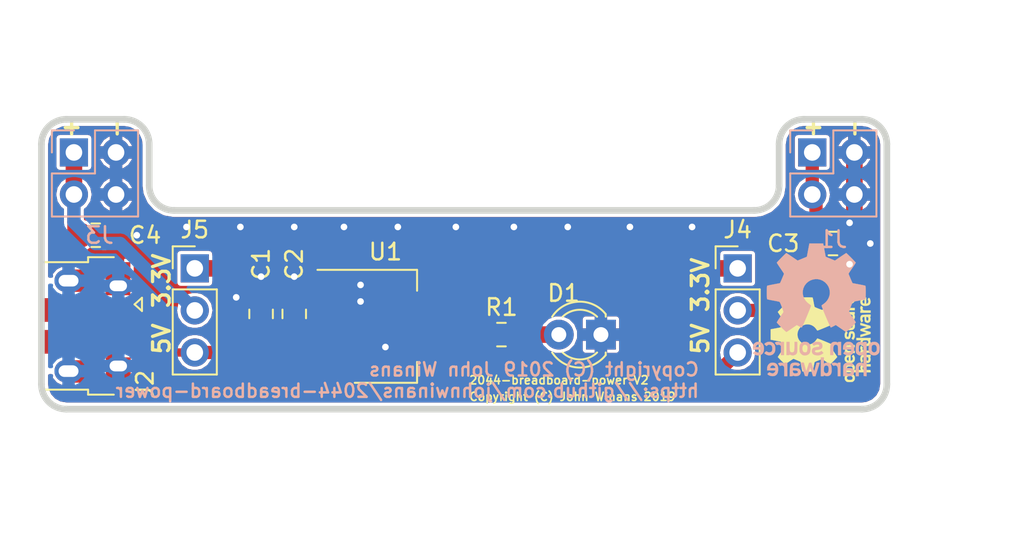
<source format=kicad_pcb>
(kicad_pcb (version 20171130) (host pcbnew 5.0.2-bee76a0~70~ubuntu18.04.1)

  (general
    (thickness 1.6)
    (drawings 30)
    (tracks 71)
    (zones 0)
    (modules 14)
    (nets 10)
  )

  (page A4)
  (title_block
    (date 2019-02-09)
    (rev 1)
  )

  (layers
    (0 F.Cu signal)
    (31 B.Cu signal)
    (32 B.Adhes user)
    (33 F.Adhes user)
    (34 B.Paste user)
    (35 F.Paste user)
    (36 B.SilkS user)
    (37 F.SilkS user)
    (38 B.Mask user)
    (39 F.Mask user)
    (40 Dwgs.User user)
    (41 Cmts.User user)
    (42 Eco1.User user)
    (43 Eco2.User user)
    (44 Edge.Cuts user)
    (45 Margin user)
    (46 B.CrtYd user)
    (47 F.CrtYd user)
    (48 B.Fab user hide)
    (49 F.Fab user hide)
  )

  (setup
    (last_trace_width 0.1524)
    (trace_clearance 0.1524)
    (zone_clearance 0.2)
    (zone_45_only no)
    (trace_min 0.1524)
    (segment_width 0.2)
    (edge_width 0.4)
    (via_size 0.8)
    (via_drill 0.4)
    (via_min_size 0.4)
    (via_min_drill 0.3)
    (uvia_size 0.3)
    (uvia_drill 0.1)
    (uvias_allowed no)
    (uvia_min_size 0.2)
    (uvia_min_drill 0.1)
    (pcb_text_width 0.3)
    (pcb_text_size 1.5 1.5)
    (mod_edge_width 0.15)
    (mod_text_size 1 1)
    (mod_text_width 0.15)
    (pad_size 1.524 1.524)
    (pad_drill 0.762)
    (pad_to_mask_clearance 0.0762)
    (solder_mask_min_width 0.25)
    (aux_axis_origin 0 0)
    (visible_elements FFFFFF7F)
    (pcbplotparams
      (layerselection 0x010fc_ffffffff)
      (usegerberextensions false)
      (usegerberattributes false)
      (usegerberadvancedattributes false)
      (creategerberjobfile false)
      (excludeedgelayer true)
      (linewidth 0.100000)
      (plotframeref false)
      (viasonmask false)
      (mode 1)
      (useauxorigin false)
      (hpglpennumber 1)
      (hpglpenspeed 20)
      (hpglpendiameter 15.000000)
      (psnegative false)
      (psa4output false)
      (plotreference true)
      (plotvalue true)
      (plotinvisibletext false)
      (padsonsilk false)
      (subtractmaskfromsilk false)
      (outputformat 1)
      (mirror false)
      (drillshape 1)
      (scaleselection 1)
      (outputdirectory ""))
  )

  (net 0 "")
  (net 1 GND)
  (net 2 "Net-(D1-Pad2)")
  (net 3 +5V)
  (net 4 +3V3)
  (net 5 /Vout1)
  (net 6 /Vout2)
  (net 7 "Net-(J2-Pad2)")
  (net 8 "Net-(J2-Pad4)")
  (net 9 "Net-(J2-Pad3)")

  (net_class Default "This is the default net class."
    (clearance 0.1524)
    (trace_width 0.1524)
    (via_dia 0.8)
    (via_drill 0.4)
    (uvia_dia 0.3)
    (uvia_drill 0.1)
    (add_net +3V3)
    (add_net +5V)
    (add_net /Vout1)
    (add_net /Vout2)
    (add_net GND)
    (add_net "Net-(D1-Pad2)")
    (add_net "Net-(J2-Pad2)")
    (add_net "Net-(J2-Pad3)")
    (add_net "Net-(J2-Pad4)")
  )

  (module Capacitor_SMD:C_0805_2012Metric_Pad1.15x1.40mm_HandSolder (layer F.Cu) (tedit 5B36C52B) (tstamp 5C8BD843)
    (at 128.75 72.75 90)
    (descr "Capacitor SMD 0805 (2012 Metric), square (rectangular) end terminal, IPC_7351 nominal with elongated pad for handsoldering. (Body size source: https://docs.google.com/spreadsheets/d/1BsfQQcO9C6DZCsRaXUlFlo91Tg2WpOkGARC1WS5S8t0/edit?usp=sharing), generated with kicad-footprint-generator")
    (tags "capacitor handsolder")
    (path /5C5C6E09)
    (attr smd)
    (fp_text reference C1 (at 3 0 90) (layer F.SilkS)
      (effects (font (size 1 1) (thickness 0.15)))
    )
    (fp_text value 10uF (at 0 1.65 90) (layer F.Fab)
      (effects (font (size 1 1) (thickness 0.15)))
    )
    (fp_line (start -1 0.6) (end -1 -0.6) (layer F.Fab) (width 0.1))
    (fp_line (start -1 -0.6) (end 1 -0.6) (layer F.Fab) (width 0.1))
    (fp_line (start 1 -0.6) (end 1 0.6) (layer F.Fab) (width 0.1))
    (fp_line (start 1 0.6) (end -1 0.6) (layer F.Fab) (width 0.1))
    (fp_line (start -0.261252 -0.71) (end 0.261252 -0.71) (layer F.SilkS) (width 0.12))
    (fp_line (start -0.261252 0.71) (end 0.261252 0.71) (layer F.SilkS) (width 0.12))
    (fp_line (start -1.85 0.95) (end -1.85 -0.95) (layer F.CrtYd) (width 0.05))
    (fp_line (start -1.85 -0.95) (end 1.85 -0.95) (layer F.CrtYd) (width 0.05))
    (fp_line (start 1.85 -0.95) (end 1.85 0.95) (layer F.CrtYd) (width 0.05))
    (fp_line (start 1.85 0.95) (end -1.85 0.95) (layer F.CrtYd) (width 0.05))
    (fp_text user %R (at 0 0 90) (layer F.Fab)
      (effects (font (size 0.5 0.5) (thickness 0.08)))
    )
    (pad 1 smd roundrect (at -1.025 0 90) (size 1.15 1.4) (layers F.Cu F.Paste F.Mask) (roundrect_rratio 0.217391)
      (net 3 +5V))
    (pad 2 smd roundrect (at 1.025 0 90) (size 1.15 1.4) (layers F.Cu F.Paste F.Mask) (roundrect_rratio 0.217391)
      (net 1 GND))
    (model ${KISYS3DMOD}/Capacitor_SMD.3dshapes/C_0805_2012Metric.wrl
      (at (xyz 0 0 0))
      (scale (xyz 1 1 1))
      (rotate (xyz 0 0 0))
    )
  )

  (module Capacitor_SMD:C_0805_2012Metric_Pad1.15x1.40mm_HandSolder (layer F.Cu) (tedit 5B36C52B) (tstamp 5C8BE649)
    (at 130.75 72.75 90)
    (descr "Capacitor SMD 0805 (2012 Metric), square (rectangular) end terminal, IPC_7351 nominal with elongated pad for handsoldering. (Body size source: https://docs.google.com/spreadsheets/d/1BsfQQcO9C6DZCsRaXUlFlo91Tg2WpOkGARC1WS5S8t0/edit?usp=sharing), generated with kicad-footprint-generator")
    (tags "capacitor handsolder")
    (path /5C5C7145)
    (attr smd)
    (fp_text reference C2 (at 3 0 90) (layer F.SilkS)
      (effects (font (size 1 1) (thickness 0.15)))
    )
    (fp_text value 22uF (at 0 1.65 90) (layer F.Fab)
      (effects (font (size 1 1) (thickness 0.15)))
    )
    (fp_line (start -1 0.6) (end -1 -0.6) (layer F.Fab) (width 0.1))
    (fp_line (start -1 -0.6) (end 1 -0.6) (layer F.Fab) (width 0.1))
    (fp_line (start 1 -0.6) (end 1 0.6) (layer F.Fab) (width 0.1))
    (fp_line (start 1 0.6) (end -1 0.6) (layer F.Fab) (width 0.1))
    (fp_line (start -0.261252 -0.71) (end 0.261252 -0.71) (layer F.SilkS) (width 0.12))
    (fp_line (start -0.261252 0.71) (end 0.261252 0.71) (layer F.SilkS) (width 0.12))
    (fp_line (start -1.85 0.95) (end -1.85 -0.95) (layer F.CrtYd) (width 0.05))
    (fp_line (start -1.85 -0.95) (end 1.85 -0.95) (layer F.CrtYd) (width 0.05))
    (fp_line (start 1.85 -0.95) (end 1.85 0.95) (layer F.CrtYd) (width 0.05))
    (fp_line (start 1.85 0.95) (end -1.85 0.95) (layer F.CrtYd) (width 0.05))
    (fp_text user %R (at 0 0 90) (layer F.Fab)
      (effects (font (size 0.5 0.5) (thickness 0.08)))
    )
    (pad 1 smd roundrect (at -1.025 0 90) (size 1.15 1.4) (layers F.Cu F.Paste F.Mask) (roundrect_rratio 0.217391)
      (net 4 +3V3))
    (pad 2 smd roundrect (at 1.025 0 90) (size 1.15 1.4) (layers F.Cu F.Paste F.Mask) (roundrect_rratio 0.217391)
      (net 1 GND))
    (model ${KISYS3DMOD}/Capacitor_SMD.3dshapes/C_0805_2012Metric.wrl
      (at (xyz 0 0 0))
      (scale (xyz 1 1 1))
      (rotate (xyz 0 0 0))
    )
  )

  (module LED_THT:LED_D3.0mm (layer F.Cu) (tedit 587A3A7B) (tstamp 5C8BD889)
    (at 149.25 74 180)
    (descr "LED, diameter 3.0mm, 2 pins")
    (tags "LED diameter 3.0mm 2 pins")
    (path /5C5C7CC1)
    (fp_text reference D1 (at 2.25 2.5 180) (layer F.SilkS)
      (effects (font (size 1 1) (thickness 0.15)))
    )
    (fp_text value LED_ALT (at 1.27 2.96 180) (layer F.Fab)
      (effects (font (size 1 1) (thickness 0.15)))
    )
    (fp_arc (start 1.27 0) (end -0.23 -1.16619) (angle 284.3) (layer F.Fab) (width 0.1))
    (fp_arc (start 1.27 0) (end -0.29 -1.235516) (angle 108.8) (layer F.SilkS) (width 0.12))
    (fp_arc (start 1.27 0) (end -0.29 1.235516) (angle -108.8) (layer F.SilkS) (width 0.12))
    (fp_arc (start 1.27 0) (end 0.229039 -1.08) (angle 87.9) (layer F.SilkS) (width 0.12))
    (fp_arc (start 1.27 0) (end 0.229039 1.08) (angle -87.9) (layer F.SilkS) (width 0.12))
    (fp_circle (center 1.27 0) (end 2.77 0) (layer F.Fab) (width 0.1))
    (fp_line (start -0.23 -1.16619) (end -0.23 1.16619) (layer F.Fab) (width 0.1))
    (fp_line (start -0.29 -1.236) (end -0.29 -1.08) (layer F.SilkS) (width 0.12))
    (fp_line (start -0.29 1.08) (end -0.29 1.236) (layer F.SilkS) (width 0.12))
    (fp_line (start -1.15 -2.25) (end -1.15 2.25) (layer F.CrtYd) (width 0.05))
    (fp_line (start -1.15 2.25) (end 3.7 2.25) (layer F.CrtYd) (width 0.05))
    (fp_line (start 3.7 2.25) (end 3.7 -2.25) (layer F.CrtYd) (width 0.05))
    (fp_line (start 3.7 -2.25) (end -1.15 -2.25) (layer F.CrtYd) (width 0.05))
    (pad 1 thru_hole rect (at 0 0 180) (size 1.8 1.8) (drill 0.9) (layers *.Cu *.Mask)
      (net 1 GND))
    (pad 2 thru_hole circle (at 2.54 0 180) (size 1.8 1.8) (drill 0.9) (layers *.Cu *.Mask)
      (net 2 "Net-(D1-Pad2)"))
    (model ${KISYS3DMOD}/LED_THT.3dshapes/LED_D3.0mm.wrl
      (at (xyz 0 0 0))
      (scale (xyz 1 1 1))
      (rotate (xyz 0 0 0))
    )
  )

  (module Connector_PinHeader_2.54mm:PinHeader_2x02_P2.54mm_Vertical locked (layer B.Cu) (tedit 59FED5CC) (tstamp 5C8BE960)
    (at 162 63 270)
    (descr "Through hole straight pin header, 2x02, 2.54mm pitch, double rows")
    (tags "Through hole pin header THT 2x02 2.54mm double row")
    (path /5C5C8833)
    (fp_text reference J1 (at 5.25 -1.25) (layer B.SilkS)
      (effects (font (size 1 1) (thickness 0.15)) (justify mirror))
    )
    (fp_text value Conn_02x02_Odd_Even (at 1.27 -4.87 270) (layer B.Fab)
      (effects (font (size 1 1) (thickness 0.15)) (justify mirror))
    )
    (fp_line (start 0 1.27) (end 3.81 1.27) (layer B.Fab) (width 0.1))
    (fp_line (start 3.81 1.27) (end 3.81 -3.81) (layer B.Fab) (width 0.1))
    (fp_line (start 3.81 -3.81) (end -1.27 -3.81) (layer B.Fab) (width 0.1))
    (fp_line (start -1.27 -3.81) (end -1.27 0) (layer B.Fab) (width 0.1))
    (fp_line (start -1.27 0) (end 0 1.27) (layer B.Fab) (width 0.1))
    (fp_line (start -1.33 -3.87) (end 3.87 -3.87) (layer B.SilkS) (width 0.12))
    (fp_line (start -1.33 -1.27) (end -1.33 -3.87) (layer B.SilkS) (width 0.12))
    (fp_line (start 3.87 1.33) (end 3.87 -3.87) (layer B.SilkS) (width 0.12))
    (fp_line (start -1.33 -1.27) (end 1.27 -1.27) (layer B.SilkS) (width 0.12))
    (fp_line (start 1.27 -1.27) (end 1.27 1.33) (layer B.SilkS) (width 0.12))
    (fp_line (start 1.27 1.33) (end 3.87 1.33) (layer B.SilkS) (width 0.12))
    (fp_line (start -1.33 0) (end -1.33 1.33) (layer B.SilkS) (width 0.12))
    (fp_line (start -1.33 1.33) (end 0 1.33) (layer B.SilkS) (width 0.12))
    (fp_line (start -1.8 1.8) (end -1.8 -4.35) (layer B.CrtYd) (width 0.05))
    (fp_line (start -1.8 -4.35) (end 4.35 -4.35) (layer B.CrtYd) (width 0.05))
    (fp_line (start 4.35 -4.35) (end 4.35 1.8) (layer B.CrtYd) (width 0.05))
    (fp_line (start 4.35 1.8) (end -1.8 1.8) (layer B.CrtYd) (width 0.05))
    (fp_text user %R (at 1.27 -1.27 180) (layer B.Fab)
      (effects (font (size 1 1) (thickness 0.15)) (justify mirror))
    )
    (pad 1 thru_hole rect (at 0 0 270) (size 1.7 1.7) (drill 1) (layers *.Cu *.Mask)
      (net 5 /Vout1))
    (pad 2 thru_hole oval (at 2.54 0 270) (size 1.7 1.7) (drill 1) (layers *.Cu *.Mask)
      (net 5 /Vout1))
    (pad 3 thru_hole oval (at 0 -2.54 270) (size 1.7 1.7) (drill 1) (layers *.Cu *.Mask)
      (net 1 GND))
    (pad 4 thru_hole oval (at 2.54 -2.54 270) (size 1.7 1.7) (drill 1) (layers *.Cu *.Mask)
      (net 1 GND))
    (model ${KISYS3DMOD}/Connector_PinHeader_2.54mm.3dshapes/PinHeader_2x02_P2.54mm_Vertical.wrl
      (at (xyz 0 0 0))
      (scale (xyz 1 1 1))
      (rotate (xyz 0 0 0))
    )
  )

  (module Connector_PinHeader_2.54mm:PinHeader_2x02_P2.54mm_Vertical locked (layer B.Cu) (tedit 59FED5CC) (tstamp 5C8BEA15)
    (at 117.46 63 270)
    (descr "Through hole straight pin header, 2x02, 2.54mm pitch, double rows")
    (tags "Through hole pin header THT 2x02 2.54mm double row")
    (path /5C5C8979)
    (fp_text reference J3 (at 5 -1.54 180) (layer B.SilkS)
      (effects (font (size 1 1) (thickness 0.15)) (justify mirror))
    )
    (fp_text value Conn_02x02_Odd_Even (at 1.27 -4.87 270) (layer B.Fab)
      (effects (font (size 1 1) (thickness 0.15)) (justify mirror))
    )
    (fp_text user %R (at 1.27 -1.27 180) (layer B.Fab)
      (effects (font (size 1 1) (thickness 0.15)) (justify mirror))
    )
    (fp_line (start 4.35 1.8) (end -1.8 1.8) (layer B.CrtYd) (width 0.05))
    (fp_line (start 4.35 -4.35) (end 4.35 1.8) (layer B.CrtYd) (width 0.05))
    (fp_line (start -1.8 -4.35) (end 4.35 -4.35) (layer B.CrtYd) (width 0.05))
    (fp_line (start -1.8 1.8) (end -1.8 -4.35) (layer B.CrtYd) (width 0.05))
    (fp_line (start -1.33 1.33) (end 0 1.33) (layer B.SilkS) (width 0.12))
    (fp_line (start -1.33 0) (end -1.33 1.33) (layer B.SilkS) (width 0.12))
    (fp_line (start 1.27 1.33) (end 3.87 1.33) (layer B.SilkS) (width 0.12))
    (fp_line (start 1.27 -1.27) (end 1.27 1.33) (layer B.SilkS) (width 0.12))
    (fp_line (start -1.33 -1.27) (end 1.27 -1.27) (layer B.SilkS) (width 0.12))
    (fp_line (start 3.87 1.33) (end 3.87 -3.87) (layer B.SilkS) (width 0.12))
    (fp_line (start -1.33 -1.27) (end -1.33 -3.87) (layer B.SilkS) (width 0.12))
    (fp_line (start -1.33 -3.87) (end 3.87 -3.87) (layer B.SilkS) (width 0.12))
    (fp_line (start -1.27 0) (end 0 1.27) (layer B.Fab) (width 0.1))
    (fp_line (start -1.27 -3.81) (end -1.27 0) (layer B.Fab) (width 0.1))
    (fp_line (start 3.81 -3.81) (end -1.27 -3.81) (layer B.Fab) (width 0.1))
    (fp_line (start 3.81 1.27) (end 3.81 -3.81) (layer B.Fab) (width 0.1))
    (fp_line (start 0 1.27) (end 3.81 1.27) (layer B.Fab) (width 0.1))
    (pad 4 thru_hole oval (at 2.54 -2.54 270) (size 1.7 1.7) (drill 1) (layers *.Cu *.Mask)
      (net 1 GND))
    (pad 3 thru_hole oval (at 0 -2.54 270) (size 1.7 1.7) (drill 1) (layers *.Cu *.Mask)
      (net 1 GND))
    (pad 2 thru_hole oval (at 2.54 0 270) (size 1.7 1.7) (drill 1) (layers *.Cu *.Mask)
      (net 6 /Vout2))
    (pad 1 thru_hole rect (at 0 0 270) (size 1.7 1.7) (drill 1) (layers *.Cu *.Mask)
      (net 6 /Vout2))
    (model ${KISYS3DMOD}/Connector_PinHeader_2.54mm.3dshapes/PinHeader_2x02_P2.54mm_Vertical.wrl
      (at (xyz 0 0 0))
      (scale (xyz 1 1 1))
      (rotate (xyz 0 0 0))
    )
  )

  (module Resistor_SMD:R_0805_2012Metric_Pad1.15x1.40mm_HandSolder (layer F.Cu) (tedit 5B36C52B) (tstamp 5C8BD8F0)
    (at 143.25 74)
    (descr "Resistor SMD 0805 (2012 Metric), square (rectangular) end terminal, IPC_7351 nominal with elongated pad for handsoldering. (Body size source: https://docs.google.com/spreadsheets/d/1BsfQQcO9C6DZCsRaXUlFlo91Tg2WpOkGARC1WS5S8t0/edit?usp=sharing), generated with kicad-footprint-generator")
    (tags "resistor handsolder")
    (path /5C5C7E2C)
    (attr smd)
    (fp_text reference R1 (at 0 -1.65) (layer F.SilkS)
      (effects (font (size 1 1) (thickness 0.15)))
    )
    (fp_text value 1K (at 0 1.65) (layer F.Fab)
      (effects (font (size 1 1) (thickness 0.15)))
    )
    (fp_line (start -1 0.6) (end -1 -0.6) (layer F.Fab) (width 0.1))
    (fp_line (start -1 -0.6) (end 1 -0.6) (layer F.Fab) (width 0.1))
    (fp_line (start 1 -0.6) (end 1 0.6) (layer F.Fab) (width 0.1))
    (fp_line (start 1 0.6) (end -1 0.6) (layer F.Fab) (width 0.1))
    (fp_line (start -0.261252 -0.71) (end 0.261252 -0.71) (layer F.SilkS) (width 0.12))
    (fp_line (start -0.261252 0.71) (end 0.261252 0.71) (layer F.SilkS) (width 0.12))
    (fp_line (start -1.85 0.95) (end -1.85 -0.95) (layer F.CrtYd) (width 0.05))
    (fp_line (start -1.85 -0.95) (end 1.85 -0.95) (layer F.CrtYd) (width 0.05))
    (fp_line (start 1.85 -0.95) (end 1.85 0.95) (layer F.CrtYd) (width 0.05))
    (fp_line (start 1.85 0.95) (end -1.85 0.95) (layer F.CrtYd) (width 0.05))
    (fp_text user %R (at 0 0) (layer F.Fab)
      (effects (font (size 0.5 0.5) (thickness 0.08)))
    )
    (pad 1 smd roundrect (at -1.025 0) (size 1.15 1.4) (layers F.Cu F.Paste F.Mask) (roundrect_rratio 0.217391)
      (net 4 +3V3))
    (pad 2 smd roundrect (at 1.025 0) (size 1.15 1.4) (layers F.Cu F.Paste F.Mask) (roundrect_rratio 0.217391)
      (net 2 "Net-(D1-Pad2)"))
    (model ${KISYS3DMOD}/Resistor_SMD.3dshapes/R_0805_2012Metric.wrl
      (at (xyz 0 0 0))
      (scale (xyz 1 1 1))
      (rotate (xyz 0 0 0))
    )
  )

  (module Package_TO_SOT_SMD:SOT-223-3_TabPin2 (layer F.Cu) (tedit 5C61AFD8) (tstamp 5C8BD906)
    (at 136.25 73.5)
    (descr "module CMS SOT223 4 pins")
    (tags "CMS SOT")
    (path /5C5C6AB5)
    (attr smd)
    (fp_text reference U1 (at 0 -4.5) (layer F.SilkS)
      (effects (font (size 1 1) (thickness 0.15)))
    )
    (fp_text value " AZ1117CH-3.3TRG1" (at 0 4.5) (layer F.Fab)
      (effects (font (size 1 1) (thickness 0.15)))
    )
    (fp_text user %R (at 0 0 90) (layer F.Fab)
      (effects (font (size 0.8 0.8) (thickness 0.12)))
    )
    (fp_line (start 1.91 3.41) (end 1.91 2.15) (layer F.SilkS) (width 0.12))
    (fp_line (start 1.91 -3.41) (end 1.91 -2.15) (layer F.SilkS) (width 0.12))
    (fp_line (start 4.4 -3.6) (end -4.4 -3.6) (layer F.CrtYd) (width 0.05))
    (fp_line (start 4.4 3.6) (end 4.4 -3.6) (layer F.CrtYd) (width 0.05))
    (fp_line (start -4.4 3.6) (end 4.4 3.6) (layer F.CrtYd) (width 0.05))
    (fp_line (start -4.4 -3.6) (end -4.4 3.6) (layer F.CrtYd) (width 0.05))
    (fp_line (start -1.85 -2.35) (end -0.85 -3.35) (layer F.Fab) (width 0.1))
    (fp_line (start -1.85 -2.35) (end -1.85 3.35) (layer F.Fab) (width 0.1))
    (fp_line (start -1.85 3.41) (end 1.91 3.41) (layer F.SilkS) (width 0.12))
    (fp_line (start -0.85 -3.35) (end 1.85 -3.35) (layer F.Fab) (width 0.1))
    (fp_line (start -4.1 -3.41) (end 1.91 -3.41) (layer F.SilkS) (width 0.12))
    (fp_line (start -1.85 3.35) (end 1.85 3.35) (layer F.Fab) (width 0.1))
    (fp_line (start 1.85 -3.35) (end 1.85 3.35) (layer F.Fab) (width 0.1))
    (pad 2 smd rect (at 3.15 0) (size 2 3.8) (layers F.Cu F.Paste F.Mask)
      (net 4 +3V3))
    (pad 2 smd rect (at -3.15 0) (size 2 1.5) (layers F.Cu F.Paste F.Mask)
      (net 4 +3V3))
    (pad 3 smd rect (at -3.15 2.3) (size 2 1.5) (layers F.Cu F.Paste F.Mask)
      (net 3 +5V))
    (pad 1 smd rect (at -3.15 -2.3) (size 2 1.5) (layers F.Cu F.Paste F.Mask)
      (net 1 GND))
    (model ${KISYS3DMOD}/Package_TO_SOT_SMD.3dshapes/SOT-223.wrl
      (at (xyz 0 0 0))
      (scale (xyz 1 1 1))
      (rotate (xyz 0 0 0))
    )
  )

  (module Symbol:OSHW-Logo_5.7x6mm_SilkScreen (layer F.Cu) (tedit 0) (tstamp 5C96AA91)
    (at 162.5 74 90)
    (descr "Open Source Hardware Logo")
    (tags "Logo OSHW")
    (attr virtual)
    (fp_text reference REF** (at 0 0 90) (layer F.SilkS) hide
      (effects (font (size 1 1) (thickness 0.15)))
    )
    (fp_text value OSHW-Logo_5.7x6mm_SilkScreen (at 0.75 0 90) (layer F.Fab) hide
      (effects (font (size 1 1) (thickness 0.15)))
    )
    (fp_poly (pts (xy 0.376964 -2.709982) (xy 0.433812 -2.40843) (xy 0.853338 -2.235488) (xy 1.104984 -2.406605)
      (xy 1.175458 -2.45425) (xy 1.239163 -2.49679) (xy 1.293126 -2.532285) (xy 1.334373 -2.55879)
      (xy 1.359934 -2.574364) (xy 1.366895 -2.577722) (xy 1.379435 -2.569086) (xy 1.406231 -2.545208)
      (xy 1.44428 -2.509141) (xy 1.490579 -2.463933) (xy 1.542123 -2.412636) (xy 1.595909 -2.358299)
      (xy 1.648935 -2.303972) (xy 1.698195 -2.252705) (xy 1.740687 -2.207549) (xy 1.773407 -2.171554)
      (xy 1.793351 -2.14777) (xy 1.798119 -2.13981) (xy 1.791257 -2.125135) (xy 1.77202 -2.092986)
      (xy 1.74243 -2.046508) (xy 1.70451 -1.988844) (xy 1.660282 -1.92314) (xy 1.634654 -1.885664)
      (xy 1.587941 -1.817232) (xy 1.546432 -1.75548) (xy 1.51214 -1.703481) (xy 1.48708 -1.664308)
      (xy 1.473264 -1.641035) (xy 1.471188 -1.636145) (xy 1.475895 -1.622245) (xy 1.488723 -1.58985)
      (xy 1.507738 -1.543515) (xy 1.531003 -1.487794) (xy 1.556584 -1.427242) (xy 1.582545 -1.366414)
      (xy 1.60695 -1.309864) (xy 1.627863 -1.262148) (xy 1.643349 -1.227819) (xy 1.651472 -1.211432)
      (xy 1.651952 -1.210788) (xy 1.664707 -1.207659) (xy 1.698677 -1.200679) (xy 1.75034 -1.190533)
      (xy 1.816176 -1.177908) (xy 1.892664 -1.163491) (xy 1.93729 -1.155177) (xy 2.019021 -1.139616)
      (xy 2.092843 -1.124808) (xy 2.155021 -1.111564) (xy 2.201822 -1.100695) (xy 2.229509 -1.093011)
      (xy 2.235074 -1.090573) (xy 2.240526 -1.07407) (xy 2.244924 -1.0368) (xy 2.248272 -0.98312)
      (xy 2.250574 -0.917388) (xy 2.251832 -0.843963) (xy 2.252048 -0.767204) (xy 2.251227 -0.691468)
      (xy 2.249371 -0.621114) (xy 2.246482 -0.5605) (xy 2.242565 -0.513984) (xy 2.237622 -0.485925)
      (xy 2.234657 -0.480084) (xy 2.216934 -0.473083) (xy 2.179381 -0.463073) (xy 2.126964 -0.451231)
      (xy 2.064652 -0.438733) (xy 2.0429 -0.43469) (xy 1.938024 -0.41548) (xy 1.85518 -0.400009)
      (xy 1.79163 -0.387663) (xy 1.744637 -0.377827) (xy 1.711463 -0.369886) (xy 1.689371 -0.363224)
      (xy 1.675624 -0.357227) (xy 1.667484 -0.351281) (xy 1.666345 -0.350106) (xy 1.654977 -0.331174)
      (xy 1.637635 -0.294331) (xy 1.61605 -0.244087) (xy 1.591954 -0.184954) (xy 1.567079 -0.121444)
      (xy 1.543157 -0.058068) (xy 1.521919 0.000662) (xy 1.505097 0.050235) (xy 1.494422 0.086139)
      (xy 1.491627 0.103862) (xy 1.49186 0.104483) (xy 1.501331 0.11897) (xy 1.522818 0.150844)
      (xy 1.554063 0.196789) (xy 1.592807 0.253485) (xy 1.636793 0.317617) (xy 1.649319 0.335842)
      (xy 1.693984 0.401914) (xy 1.733288 0.4622) (xy 1.765088 0.513235) (xy 1.787245 0.55156)
      (xy 1.797617 0.573711) (xy 1.798119 0.576432) (xy 1.789405 0.590736) (xy 1.765325 0.619072)
      (xy 1.728976 0.658396) (xy 1.683453 0.705661) (xy 1.631852 0.757823) (xy 1.577267 0.811835)
      (xy 1.522794 0.864653) (xy 1.471529 0.913231) (xy 1.426567 0.954523) (xy 1.391004 0.985485)
      (xy 1.367935 1.00307) (xy 1.361554 1.005941) (xy 1.346699 0.999178) (xy 1.316286 0.980939)
      (xy 1.275268 0.954297) (xy 1.243709 0.932852) (xy 1.186525 0.893503) (xy 1.118806 0.847171)
      (xy 1.05088 0.800913) (xy 1.014361 0.776155) (xy 0.890752 0.692547) (xy 0.786991 0.74865)
      (xy 0.73972 0.773228) (xy 0.699523 0.792331) (xy 0.672326 0.803227) (xy 0.665402 0.804743)
      (xy 0.657077 0.793549) (xy 0.640654 0.761917) (xy 0.617357 0.712765) (xy 0.588414 0.64901)
      (xy 0.55505 0.573571) (xy 0.518491 0.489364) (xy 0.479964 0.399308) (xy 0.440694 0.306321)
      (xy 0.401908 0.21332) (xy 0.36483 0.123223) (xy 0.330689 0.038948) (xy 0.300708 -0.036587)
      (xy 0.276116 -0.100466) (xy 0.258136 -0.149769) (xy 0.247997 -0.181579) (xy 0.246366 -0.192504)
      (xy 0.259291 -0.206439) (xy 0.287589 -0.22906) (xy 0.325346 -0.255667) (xy 0.328515 -0.257772)
      (xy 0.4261 -0.335886) (xy 0.504786 -0.427018) (xy 0.563891 -0.528255) (xy 0.602732 -0.636682)
      (xy 0.620628 -0.749386) (xy 0.616897 -0.863452) (xy 0.590857 -0.975966) (xy 0.541825 -1.084015)
      (xy 0.5274 -1.107655) (xy 0.452369 -1.203113) (xy 0.36373 -1.279768) (xy 0.264549 -1.33722)
      (xy 0.157895 -1.375071) (xy 0.046836 -1.392922) (xy -0.065561 -1.390375) (xy -0.176227 -1.36703)
      (xy -0.282094 -1.32249) (xy -0.380095 -1.256355) (xy -0.41041 -1.229513) (xy -0.487562 -1.145488)
      (xy -0.543782 -1.057034) (xy -0.582347 -0.957885) (xy -0.603826 -0.859697) (xy -0.609128 -0.749303)
      (xy -0.591448 -0.63836) (xy -0.552581 -0.530619) (xy -0.494323 -0.429831) (xy -0.418469 -0.339744)
      (xy -0.326817 -0.264108) (xy -0.314772 -0.256136) (xy -0.276611 -0.230026) (xy -0.247601 -0.207405)
      (xy -0.233732 -0.192961) (xy -0.233531 -0.192504) (xy -0.236508 -0.176879) (xy -0.248311 -0.141418)
      (xy -0.267714 -0.089038) (xy -0.293488 -0.022655) (xy -0.324409 0.054814) (xy -0.359249 0.14045)
      (xy -0.396783 0.231337) (xy -0.435783 0.324559) (xy -0.475023 0.417197) (xy -0.513276 0.506335)
      (xy -0.549317 0.589055) (xy -0.581917 0.662441) (xy -0.609852 0.723575) (xy -0.631895 0.769541)
      (xy -0.646818 0.797421) (xy -0.652828 0.804743) (xy -0.671191 0.799041) (xy -0.705552 0.783749)
      (xy -0.749984 0.761599) (xy -0.774417 0.74865) (xy -0.878178 0.692547) (xy -1.001787 0.776155)
      (xy -1.064886 0.818987) (xy -1.13397 0.866122) (xy -1.198707 0.910503) (xy -1.231134 0.932852)
      (xy -1.276741 0.963477) (xy -1.31536 0.987747) (xy -1.341952 1.002587) (xy -1.35059 1.005724)
      (xy -1.363161 0.997261) (xy -1.390984 0.973636) (xy -1.431361 0.937302) (xy -1.481595 0.890711)
      (xy -1.538988 0.836317) (xy -1.575286 0.801392) (xy -1.63879 0.738996) (xy -1.693673 0.683188)
      (xy -1.737714 0.636354) (xy -1.768695 0.600882) (xy -1.784398 0.579161) (xy -1.785905 0.574752)
      (xy -1.778914 0.557985) (xy -1.759594 0.524082) (xy -1.730091 0.476476) (xy -1.692545 0.418599)
      (xy -1.6491 0.353884) (xy -1.636745 0.335842) (xy -1.591727 0.270267) (xy -1.55134 0.211228)
      (xy -1.51784 0.162042) (xy -1.493486 0.126028) (xy -1.480536 0.106502) (xy -1.479285 0.104483)
      (xy -1.481156 0.088922) (xy -1.491087 0.054709) (xy -1.507347 0.006355) (xy -1.528205 -0.051629)
      (xy -1.551927 -0.11473) (xy -1.576784 -0.178437) (xy -1.601042 -0.238239) (xy -1.622971 -0.289624)
      (xy -1.640838 -0.328081) (xy -1.652913 -0.349098) (xy -1.653771 -0.350106) (xy -1.661154 -0.356112)
      (xy -1.673625 -0.362052) (xy -1.69392 -0.36854) (xy -1.724778 -0.376191) (xy -1.768934 -0.38562)
      (xy -1.829126 -0.397441) (xy -1.908093 -0.412271) (xy -2.00857 -0.430723) (xy -2.030325 -0.43469)
      (xy -2.094802 -0.447147) (xy -2.151011 -0.459334) (xy -2.193987 -0.470074) (xy -2.21876 -0.478191)
      (xy -2.222082 -0.480084) (xy -2.227556 -0.496862) (xy -2.232006 -0.534355) (xy -2.235428 -0.588206)
      (xy -2.237819 -0.654056) (xy -2.239177 -0.727547) (xy -2.239499 -0.80432) (xy -2.238781 -0.880017)
      (xy -2.237021 -0.95028) (xy -2.234216 -1.01075) (xy -2.230362 -1.05707) (xy -2.225457 -1.084881)
      (xy -2.2225 -1.090573) (xy -2.206037 -1.096314) (xy -2.168551 -1.105655) (xy -2.113775 -1.117785)
      (xy -2.045445 -1.131893) (xy -1.967294 -1.14717) (xy -1.924716 -1.155177) (xy -1.843929 -1.170279)
      (xy -1.771887 -1.18396) (xy -1.712111 -1.195533) (xy -1.668121 -1.204313) (xy -1.643439 -1.209613)
      (xy -1.639377 -1.210788) (xy -1.632511 -1.224035) (xy -1.617998 -1.255943) (xy -1.597771 -1.301953)
      (xy -1.573766 -1.357508) (xy -1.547918 -1.418047) (xy -1.52216 -1.479014) (xy -1.498427 -1.535849)
      (xy -1.478654 -1.583994) (xy -1.464776 -1.61889) (xy -1.458726 -1.635979) (xy -1.458614 -1.636726)
      (xy -1.465472 -1.650207) (xy -1.484698 -1.68123) (xy -1.514272 -1.726711) (xy -1.552173 -1.783568)
      (xy -1.59638 -1.848717) (xy -1.622079 -1.886138) (xy -1.668907 -1.954753) (xy -1.710499 -2.017048)
      (xy -1.744825 -2.069871) (xy -1.769857 -2.110073) (xy -1.783565 -2.1345) (xy -1.785544 -2.139976)
      (xy -1.777034 -2.152722) (xy -1.753507 -2.179937) (xy -1.717968 -2.218572) (xy -1.673423 -2.265577)
      (xy -1.622877 -2.317905) (xy -1.569336 -2.372505) (xy -1.515805 -2.42633) (xy -1.465289 -2.47633)
      (xy -1.420794 -2.519457) (xy -1.385325 -2.552661) (xy -1.361887 -2.572894) (xy -1.354046 -2.577722)
      (xy -1.34128 -2.570933) (xy -1.310744 -2.551858) (xy -1.26541 -2.522439) (xy -1.208244 -2.484619)
      (xy -1.142216 -2.440339) (xy -1.09241 -2.406605) (xy -0.840764 -2.235488) (xy -0.631001 -2.321959)
      (xy -0.421237 -2.40843) (xy -0.364389 -2.709982) (xy -0.30754 -3.011534) (xy 0.320115 -3.011534)
      (xy 0.376964 -2.709982)) (layer F.SilkS) (width 0.01))
    (fp_poly (pts (xy 1.79946 1.45803) (xy 1.842711 1.471245) (xy 1.870558 1.487941) (xy 1.879629 1.501145)
      (xy 1.877132 1.516797) (xy 1.860931 1.541385) (xy 1.847232 1.5588) (xy 1.818992 1.590283)
      (xy 1.797775 1.603529) (xy 1.779688 1.602664) (xy 1.726035 1.58901) (xy 1.68663 1.58963)
      (xy 1.654632 1.605104) (xy 1.64389 1.614161) (xy 1.609505 1.646027) (xy 1.609505 2.062179)
      (xy 1.471188 2.062179) (xy 1.471188 1.458614) (xy 1.540347 1.458614) (xy 1.581869 1.460256)
      (xy 1.603291 1.466087) (xy 1.609502 1.477461) (xy 1.609505 1.477798) (xy 1.612439 1.489713)
      (xy 1.625704 1.488159) (xy 1.644084 1.479563) (xy 1.682046 1.463568) (xy 1.712872 1.453945)
      (xy 1.752536 1.451478) (xy 1.79946 1.45803)) (layer F.SilkS) (width 0.01))
    (fp_poly (pts (xy -0.754012 1.469002) (xy -0.722717 1.48395) (xy -0.692409 1.505541) (xy -0.669318 1.530391)
      (xy -0.6525 1.562087) (xy -0.641006 1.604214) (xy -0.633891 1.660358) (xy -0.630207 1.734106)
      (xy -0.629008 1.829044) (xy -0.628989 1.838985) (xy -0.628713 2.062179) (xy -0.76703 2.062179)
      (xy -0.76703 1.856418) (xy -0.767128 1.780189) (xy -0.767809 1.724939) (xy -0.769651 1.686501)
      (xy -0.773233 1.660706) (xy -0.779132 1.643384) (xy -0.787927 1.630368) (xy -0.80018 1.617507)
      (xy -0.843047 1.589873) (xy -0.889843 1.584745) (xy -0.934424 1.602217) (xy -0.949928 1.615221)
      (xy -0.96131 1.627447) (xy -0.969481 1.64054) (xy -0.974974 1.658615) (xy -0.97832 1.685787)
      (xy -0.980051 1.72617) (xy -0.980697 1.783879) (xy -0.980792 1.854132) (xy -0.980792 2.062179)
      (xy -1.119109 2.062179) (xy -1.119109 1.458614) (xy -1.04995 1.458614) (xy -1.008428 1.460256)
      (xy -0.987006 1.466087) (xy -0.980795 1.477461) (xy -0.980792 1.477798) (xy -0.97791 1.488938)
      (xy -0.965199 1.487674) (xy -0.939926 1.475434) (xy -0.882605 1.457424) (xy -0.817037 1.455421)
      (xy -0.754012 1.469002)) (layer F.SilkS) (width 0.01))
    (fp_poly (pts (xy 2.677898 1.456457) (xy 2.710096 1.464279) (xy 2.771825 1.492921) (xy 2.82461 1.536667)
      (xy 2.861141 1.589117) (xy 2.86616 1.600893) (xy 2.873045 1.63174) (xy 2.877864 1.677371)
      (xy 2.879505 1.723492) (xy 2.879505 1.810693) (xy 2.697178 1.810693) (xy 2.621979 1.810978)
      (xy 2.569003 1.812704) (xy 2.535325 1.817181) (xy 2.51802 1.82572) (xy 2.514163 1.83963)
      (xy 2.520829 1.860222) (xy 2.53277 1.884315) (xy 2.56608 1.924525) (xy 2.612368 1.944558)
      (xy 2.668944 1.943905) (xy 2.733031 1.922101) (xy 2.788417 1.895193) (xy 2.834375 1.931532)
      (xy 2.880333 1.967872) (xy 2.837096 2.007819) (xy 2.779374 2.045563) (xy 2.708386 2.06832)
      (xy 2.632029 2.074688) (xy 2.558199 2.063268) (xy 2.546287 2.059393) (xy 2.481399 2.025506)
      (xy 2.43313 1.974986) (xy 2.400465 1.906325) (xy 2.382385 1.818014) (xy 2.382175 1.816121)
      (xy 2.380556 1.719878) (xy 2.3871 1.685542) (xy 2.514852 1.685542) (xy 2.526584 1.690822)
      (xy 2.558438 1.694867) (xy 2.605397 1.697176) (xy 2.635154 1.697525) (xy 2.690648 1.697306)
      (xy 2.725346 1.695916) (xy 2.743601 1.692251) (xy 2.749766 1.68521) (xy 2.748195 1.67369)
      (xy 2.746878 1.669233) (xy 2.724382 1.627355) (xy 2.689003 1.593604) (xy 2.65778 1.578773)
      (xy 2.616301 1.579668) (xy 2.574269 1.598164) (xy 2.539012 1.628786) (xy 2.517854 1.666062)
      (xy 2.514852 1.685542) (xy 2.3871 1.685542) (xy 2.39669 1.635229) (xy 2.428698 1.564191)
      (xy 2.474701 1.508779) (xy 2.532821 1.471009) (xy 2.60118 1.452896) (xy 2.677898 1.456457)) (layer F.SilkS) (width 0.01))
    (fp_poly (pts (xy 2.217226 1.46388) (xy 2.29008 1.49483) (xy 2.313027 1.509895) (xy 2.342354 1.533048)
      (xy 2.360764 1.551253) (xy 2.363961 1.557183) (xy 2.354935 1.57034) (xy 2.331837 1.592667)
      (xy 2.313344 1.60825) (xy 2.262728 1.648926) (xy 2.22276 1.615295) (xy 2.191874 1.593584)
      (xy 2.161759 1.58609) (xy 2.127292 1.58792) (xy 2.072561 1.601528) (xy 2.034886 1.629772)
      (xy 2.011991 1.675433) (xy 2.001597 1.741289) (xy 2.001595 1.741331) (xy 2.002494 1.814939)
      (xy 2.016463 1.868946) (xy 2.044328 1.905716) (xy 2.063325 1.918168) (xy 2.113776 1.933673)
      (xy 2.167663 1.933683) (xy 2.214546 1.918638) (xy 2.225644 1.911287) (xy 2.253476 1.892511)
      (xy 2.275236 1.889434) (xy 2.298704 1.903409) (xy 2.324649 1.92851) (xy 2.365716 1.97088)
      (xy 2.320121 2.008464) (xy 2.249674 2.050882) (xy 2.170233 2.071785) (xy 2.087215 2.070272)
      (xy 2.032694 2.056411) (xy 1.96897 2.022135) (xy 1.918005 1.968212) (xy 1.894851 1.930149)
      (xy 1.876099 1.875536) (xy 1.866715 1.806369) (xy 1.866643 1.731407) (xy 1.875824 1.659409)
      (xy 1.894199 1.599137) (xy 1.897093 1.592958) (xy 1.939952 1.532351) (xy 1.997979 1.488224)
      (xy 2.066591 1.461493) (xy 2.141201 1.453073) (xy 2.217226 1.46388)) (layer F.SilkS) (width 0.01))
    (fp_poly (pts (xy 0.993367 1.654342) (xy 0.994555 1.746563) (xy 0.998897 1.81661) (xy 1.007558 1.867381)
      (xy 1.021704 1.901772) (xy 1.0425 1.922679) (xy 1.07111 1.933) (xy 1.106535 1.935636)
      (xy 1.143636 1.932682) (xy 1.171818 1.921889) (xy 1.192243 1.90036) (xy 1.206079 1.865199)
      (xy 1.214491 1.81351) (xy 1.218643 1.742394) (xy 1.219703 1.654342) (xy 1.219703 1.458614)
      (xy 1.35802 1.458614) (xy 1.35802 2.062179) (xy 1.288862 2.062179) (xy 1.24717 2.060489)
      (xy 1.225701 2.054556) (xy 1.219703 2.043293) (xy 1.216091 2.033261) (xy 1.201714 2.035383)
      (xy 1.172736 2.04958) (xy 1.106319 2.07148) (xy 1.035875 2.069928) (xy 0.968377 2.046147)
      (xy 0.936233 2.027362) (xy 0.911715 2.007022) (xy 0.893804 1.981573) (xy 0.881479 1.947458)
      (xy 0.873723 1.901121) (xy 0.869516 1.839007) (xy 0.86784 1.757561) (xy 0.867624 1.694578)
      (xy 0.867624 1.458614) (xy 0.993367 1.458614) (xy 0.993367 1.654342)) (layer F.SilkS) (width 0.01))
    (fp_poly (pts (xy 0.610762 1.466055) (xy 0.674363 1.500692) (xy 0.724123 1.555372) (xy 0.747568 1.599842)
      (xy 0.757634 1.639121) (xy 0.764156 1.695116) (xy 0.766951 1.759621) (xy 0.765836 1.824429)
      (xy 0.760626 1.881334) (xy 0.754541 1.911727) (xy 0.734014 1.953306) (xy 0.698463 1.997468)
      (xy 0.655619 2.036087) (xy 0.613211 2.061034) (xy 0.612177 2.06143) (xy 0.559553 2.072331)
      (xy 0.497188 2.072601) (xy 0.437924 2.062676) (xy 0.41504 2.054722) (xy 0.356102 2.0213)
      (xy 0.31389 1.977511) (xy 0.286156 1.919538) (xy 0.270651 1.843565) (xy 0.267143 1.803771)
      (xy 0.26759 1.753766) (xy 0.402376 1.753766) (xy 0.406917 1.826732) (xy 0.419986 1.882334)
      (xy 0.440756 1.917861) (xy 0.455552 1.92802) (xy 0.493464 1.935104) (xy 0.538527 1.933007)
      (xy 0.577487 1.922812) (xy 0.587704 1.917204) (xy 0.614659 1.884538) (xy 0.632451 1.834545)
      (xy 0.640024 1.773705) (xy 0.636325 1.708497) (xy 0.628057 1.669253) (xy 0.60432 1.623805)
      (xy 0.566849 1.595396) (xy 0.52172 1.585573) (xy 0.475011 1.595887) (xy 0.439132 1.621112)
      (xy 0.420277 1.641925) (xy 0.409272 1.662439) (xy 0.404026 1.690203) (xy 0.402449 1.732762)
      (xy 0.402376 1.753766) (xy 0.26759 1.753766) (xy 0.268094 1.69758) (xy 0.285388 1.610501)
      (xy 0.319029 1.54253) (xy 0.369018 1.493664) (xy 0.435356 1.463899) (xy 0.449601 1.460448)
      (xy 0.53521 1.452345) (xy 0.610762 1.466055)) (layer F.SilkS) (width 0.01))
    (fp_poly (pts (xy 0.014017 1.456452) (xy 0.061634 1.465482) (xy 0.111034 1.48437) (xy 0.116312 1.486777)
      (xy 0.153774 1.506476) (xy 0.179717 1.524781) (xy 0.188103 1.536508) (xy 0.180117 1.555632)
      (xy 0.16072 1.58385) (xy 0.15211 1.594384) (xy 0.116628 1.635847) (xy 0.070885 1.608858)
      (xy 0.02735 1.590878) (xy -0.02295 1.581267) (xy -0.071188 1.58066) (xy -0.108533 1.589691)
      (xy -0.117495 1.595327) (xy -0.134563 1.621171) (xy -0.136637 1.650941) (xy -0.123866 1.674197)
      (xy -0.116312 1.678708) (xy -0.093675 1.684309) (xy -0.053885 1.690892) (xy -0.004834 1.697183)
      (xy 0.004215 1.69817) (xy 0.082996 1.711798) (xy 0.140136 1.734946) (xy 0.17803 1.769752)
      (xy 0.199079 1.818354) (xy 0.205635 1.877718) (xy 0.196577 1.945198) (xy 0.167164 1.998188)
      (xy 0.117278 2.036783) (xy 0.0468 2.061081) (xy -0.031435 2.070667) (xy -0.095234 2.070552)
      (xy -0.146984 2.061845) (xy -0.182327 2.049825) (xy -0.226983 2.02888) (xy -0.268253 2.004574)
      (xy -0.282921 1.993876) (xy -0.320643 1.963084) (xy -0.275148 1.917049) (xy -0.229653 1.871013)
      (xy -0.177928 1.905243) (xy -0.126048 1.930952) (xy -0.070649 1.944399) (xy -0.017395 1.945818)
      (xy 0.028049 1.935443) (xy 0.060016 1.913507) (xy 0.070338 1.894998) (xy 0.068789 1.865314)
      (xy 0.04314 1.842615) (xy -0.00654 1.82694) (xy -0.060969 1.819695) (xy -0.144736 1.805873)
      (xy -0.206967 1.779796) (xy -0.248493 1.740699) (xy -0.270147 1.68782) (xy -0.273147 1.625126)
      (xy -0.258329 1.559642) (xy -0.224546 1.510144) (xy -0.171495 1.476408) (xy -0.098874 1.458207)
      (xy -0.045072 1.454639) (xy 0.014017 1.456452)) (layer F.SilkS) (width 0.01))
    (fp_poly (pts (xy -1.356699 1.472614) (xy -1.344168 1.478514) (xy -1.300799 1.510283) (xy -1.25979 1.556646)
      (xy -1.229168 1.607696) (xy -1.220459 1.631166) (xy -1.212512 1.673091) (xy -1.207774 1.723757)
      (xy -1.207199 1.744679) (xy -1.207129 1.810693) (xy -1.587083 1.810693) (xy -1.578983 1.845273)
      (xy -1.559104 1.88617) (xy -1.524347 1.921514) (xy -1.482998 1.944282) (xy -1.456649 1.94901)
      (xy -1.420916 1.943273) (xy -1.378282 1.928882) (xy -1.363799 1.922262) (xy -1.31024 1.895513)
      (xy -1.264533 1.930376) (xy -1.238158 1.953955) (xy -1.224124 1.973417) (xy -1.223414 1.979129)
      (xy -1.235951 1.992973) (xy -1.263428 2.014012) (xy -1.288366 2.030425) (xy -1.355664 2.05993)
      (xy -1.43111 2.073284) (xy -1.505888 2.069812) (xy -1.565495 2.051663) (xy -1.626941 2.012784)
      (xy -1.670608 1.961595) (xy -1.697926 1.895367) (xy -1.710322 1.811371) (xy -1.711421 1.772936)
      (xy -1.707022 1.684861) (xy -1.706482 1.682299) (xy -1.580582 1.682299) (xy -1.577115 1.690558)
      (xy -1.562863 1.695113) (xy -1.53347 1.697065) (xy -1.484575 1.697517) (xy -1.465748 1.697525)
      (xy -1.408467 1.696843) (xy -1.372141 1.694364) (xy -1.352604 1.689443) (xy -1.34569 1.681434)
      (xy -1.345445 1.678862) (xy -1.353336 1.658423) (xy -1.373085 1.629789) (xy -1.381575 1.619763)
      (xy -1.413094 1.591408) (xy -1.445949 1.580259) (xy -1.463651 1.579327) (xy -1.511539 1.590981)
      (xy -1.551699 1.622285) (xy -1.577173 1.667752) (xy -1.577625 1.669233) (xy -1.580582 1.682299)
      (xy -1.706482 1.682299) (xy -1.692392 1.61551) (xy -1.666038 1.560025) (xy -1.633807 1.520639)
      (xy -1.574217 1.477931) (xy -1.504168 1.455109) (xy -1.429661 1.453046) (xy -1.356699 1.472614)) (layer F.SilkS) (width 0.01))
    (fp_poly (pts (xy -2.538261 1.465148) (xy -2.472479 1.494231) (xy -2.42254 1.542793) (xy -2.388374 1.610908)
      (xy -2.369907 1.698651) (xy -2.368583 1.712351) (xy -2.367546 1.808939) (xy -2.380993 1.893602)
      (xy -2.408108 1.962221) (xy -2.422627 1.984294) (xy -2.473201 2.031011) (xy -2.537609 2.061268)
      (xy -2.609666 2.073824) (xy -2.683185 2.067439) (xy -2.739072 2.047772) (xy -2.787132 2.014629)
      (xy -2.826412 1.971175) (xy -2.827092 1.970158) (xy -2.843044 1.943338) (xy -2.85341 1.916368)
      (xy -2.859688 1.882332) (xy -2.863373 1.83431) (xy -2.864997 1.794931) (xy -2.865672 1.759219)
      (xy -2.739955 1.759219) (xy -2.738726 1.79477) (xy -2.734266 1.842094) (xy -2.726397 1.872465)
      (xy -2.712207 1.894072) (xy -2.698917 1.906694) (xy -2.651802 1.933122) (xy -2.602505 1.936653)
      (xy -2.556593 1.917639) (xy -2.533638 1.896331) (xy -2.517096 1.874859) (xy -2.507421 1.854313)
      (xy -2.503174 1.827574) (xy -2.50292 1.787523) (xy -2.504228 1.750638) (xy -2.507043 1.697947)
      (xy -2.511505 1.663772) (xy -2.519548 1.64148) (xy -2.533103 1.624442) (xy -2.543845 1.614703)
      (xy -2.588777 1.589123) (xy -2.637249 1.587847) (xy -2.677894 1.602999) (xy -2.712567 1.634642)
      (xy -2.733224 1.68662) (xy -2.739955 1.759219) (xy -2.865672 1.759219) (xy -2.866479 1.716621)
      (xy -2.863948 1.658056) (xy -2.856362 1.614007) (xy -2.842681 1.579248) (xy -2.821865 1.548551)
      (xy -2.814147 1.539436) (xy -2.765889 1.494021) (xy -2.714128 1.467493) (xy -2.650828 1.456379)
      (xy -2.619961 1.455471) (xy -2.538261 1.465148)) (layer F.SilkS) (width 0.01))
    (fp_poly (pts (xy 2.032581 2.40497) (xy 2.092685 2.420597) (xy 2.143021 2.452848) (xy 2.167393 2.47694)
      (xy 2.207345 2.533895) (xy 2.230242 2.599965) (xy 2.238108 2.681182) (xy 2.238148 2.687748)
      (xy 2.238218 2.753763) (xy 1.858264 2.753763) (xy 1.866363 2.788342) (xy 1.880987 2.819659)
      (xy 1.906581 2.852291) (xy 1.911935 2.8575) (xy 1.957943 2.885694) (xy 2.01041 2.890475)
      (xy 2.070803 2.871926) (xy 2.08104 2.866931) (xy 2.112439 2.851745) (xy 2.13347 2.843094)
      (xy 2.137139 2.842293) (xy 2.149948 2.850063) (xy 2.174378 2.869072) (xy 2.186779 2.87946)
      (xy 2.212476 2.903321) (xy 2.220915 2.919077) (xy 2.215058 2.933571) (xy 2.211928 2.937534)
      (xy 2.190725 2.954879) (xy 2.155738 2.975959) (xy 2.131337 2.988265) (xy 2.062072 3.009946)
      (xy 1.985388 3.016971) (xy 1.912765 3.008647) (xy 1.892426 3.002686) (xy 1.829476 2.968952)
      (xy 1.782815 2.917045) (xy 1.752173 2.846459) (xy 1.737282 2.756692) (xy 1.735647 2.709753)
      (xy 1.740421 2.641413) (xy 1.86099 2.641413) (xy 1.872652 2.646465) (xy 1.903998 2.650429)
      (xy 1.949571 2.652768) (xy 1.980446 2.653169) (xy 2.035981 2.652783) (xy 2.071033 2.650975)
      (xy 2.090262 2.646773) (xy 2.09833 2.639203) (xy 2.099901 2.628218) (xy 2.089121 2.594381)
      (xy 2.06198 2.56094) (xy 2.026277 2.535272) (xy 1.99056 2.524772) (xy 1.942048 2.534086)
      (xy 1.900053 2.561013) (xy 1.870936 2.599827) (xy 1.86099 2.641413) (xy 1.740421 2.641413)
      (xy 1.742599 2.610236) (xy 1.764055 2.530949) (xy 1.80047 2.471263) (xy 1.852297 2.430549)
      (xy 1.91999 2.408179) (xy 1.956662 2.403871) (xy 2.032581 2.40497)) (layer F.SilkS) (width 0.01))
    (fp_poly (pts (xy 1.635255 2.401486) (xy 1.683595 2.411015) (xy 1.711114 2.425125) (xy 1.740064 2.448568)
      (xy 1.698876 2.500571) (xy 1.673482 2.532064) (xy 1.656238 2.547428) (xy 1.639102 2.549776)
      (xy 1.614027 2.542217) (xy 1.602257 2.537941) (xy 1.55427 2.531631) (xy 1.510324 2.545156)
      (xy 1.47806 2.57571) (xy 1.472819 2.585452) (xy 1.467112 2.611258) (xy 1.462706 2.658817)
      (xy 1.459811 2.724758) (xy 1.458631 2.80571) (xy 1.458614 2.817226) (xy 1.458614 3.017822)
      (xy 1.320297 3.017822) (xy 1.320297 2.401683) (xy 1.389456 2.401683) (xy 1.429333 2.402725)
      (xy 1.450107 2.407358) (xy 1.457789 2.417849) (xy 1.458614 2.427745) (xy 1.458614 2.453806)
      (xy 1.491745 2.427745) (xy 1.529735 2.409965) (xy 1.58077 2.401174) (xy 1.635255 2.401486)) (layer F.SilkS) (width 0.01))
    (fp_poly (pts (xy 1.038411 2.405417) (xy 1.091411 2.41829) (xy 1.106731 2.42511) (xy 1.136428 2.442974)
      (xy 1.15922 2.463093) (xy 1.176083 2.488962) (xy 1.187998 2.524073) (xy 1.195942 2.57192)
      (xy 1.200894 2.635996) (xy 1.203831 2.719794) (xy 1.204947 2.775768) (xy 1.209052 3.017822)
      (xy 1.138932 3.017822) (xy 1.096393 3.016038) (xy 1.074476 3.009942) (xy 1.068812 2.999706)
      (xy 1.065821 2.988637) (xy 1.052451 2.990754) (xy 1.034233 2.999629) (xy 0.988624 3.013233)
      (xy 0.930007 3.016899) (xy 0.868354 3.010903) (xy 0.813638 2.995521) (xy 0.80873 2.993386)
      (xy 0.758723 2.958255) (xy 0.725756 2.909419) (xy 0.710587 2.852333) (xy 0.711746 2.831824)
      (xy 0.835508 2.831824) (xy 0.846413 2.859425) (xy 0.878745 2.879204) (xy 0.93091 2.889819)
      (xy 0.958787 2.891228) (xy 1.005247 2.88762) (xy 1.036129 2.873597) (xy 1.043664 2.866931)
      (xy 1.064076 2.830666) (xy 1.068812 2.797773) (xy 1.068812 2.753763) (xy 1.007513 2.753763)
      (xy 0.936256 2.757395) (xy 0.886276 2.768818) (xy 0.854696 2.788824) (xy 0.847626 2.797743)
      (xy 0.835508 2.831824) (xy 0.711746 2.831824) (xy 0.713971 2.792456) (xy 0.736663 2.735244)
      (xy 0.767624 2.69658) (xy 0.786376 2.679864) (xy 0.804733 2.668878) (xy 0.828619 2.66218)
      (xy 0.863957 2.658326) (xy 0.916669 2.655873) (xy 0.937577 2.655168) (xy 1.068812 2.650879)
      (xy 1.06862 2.611158) (xy 1.063537 2.569405) (xy 1.045162 2.544158) (xy 1.008039 2.52803)
      (xy 1.007043 2.527742) (xy 0.95441 2.5214) (xy 0.902906 2.529684) (xy 0.86463 2.549827)
      (xy 0.849272 2.559773) (xy 0.83273 2.558397) (xy 0.807275 2.543987) (xy 0.792328 2.533817)
      (xy 0.763091 2.512088) (xy 0.74498 2.4958) (xy 0.742074 2.491137) (xy 0.75404 2.467005)
      (xy 0.789396 2.438185) (xy 0.804753 2.428461) (xy 0.848901 2.411714) (xy 0.908398 2.402227)
      (xy 0.974487 2.400095) (xy 1.038411 2.405417)) (layer F.SilkS) (width 0.01))
    (fp_poly (pts (xy 0.281524 2.404237) (xy 0.331255 2.407971) (xy 0.461291 2.797773) (xy 0.481678 2.728614)
      (xy 0.493946 2.685874) (xy 0.510085 2.628115) (xy 0.527512 2.564625) (xy 0.536726 2.53057)
      (xy 0.571388 2.401683) (xy 0.714391 2.401683) (xy 0.671646 2.536857) (xy 0.650596 2.603342)
      (xy 0.625167 2.683539) (xy 0.59861 2.767193) (xy 0.574902 2.841782) (xy 0.520902 3.011535)
      (xy 0.462598 3.015328) (xy 0.404295 3.019122) (xy 0.372679 2.914734) (xy 0.353182 2.849889)
      (xy 0.331904 2.7784) (xy 0.313308 2.715263) (xy 0.312574 2.71275) (xy 0.298684 2.669969)
      (xy 0.286429 2.640779) (xy 0.277846 2.629741) (xy 0.276082 2.631018) (xy 0.269891 2.64813)
      (xy 0.258128 2.684787) (xy 0.242225 2.736378) (xy 0.223614 2.798294) (xy 0.213543 2.832352)
      (xy 0.159007 3.017822) (xy 0.043264 3.017822) (xy -0.049263 2.725471) (xy -0.075256 2.643462)
      (xy -0.098934 2.568987) (xy -0.11918 2.505544) (xy -0.134874 2.456632) (xy -0.144898 2.425749)
      (xy -0.147945 2.416726) (xy -0.145533 2.407487) (xy -0.126592 2.403441) (xy -0.087177 2.403846)
      (xy -0.081007 2.404152) (xy -0.007914 2.407971) (xy 0.039957 2.58401) (xy 0.057553 2.648211)
      (xy 0.073277 2.704649) (xy 0.085746 2.748422) (xy 0.093574 2.77463) (xy 0.09502 2.778903)
      (xy 0.101014 2.77399) (xy 0.113101 2.748532) (xy 0.129893 2.705997) (xy 0.150003 2.64985)
      (xy 0.167003 2.59913) (xy 0.231794 2.400504) (xy 0.281524 2.404237)) (layer F.SilkS) (width 0.01))
    (fp_poly (pts (xy -0.201188 3.017822) (xy -0.270346 3.017822) (xy -0.310488 3.016645) (xy -0.331394 3.011772)
      (xy -0.338922 3.001186) (xy -0.339505 2.994029) (xy -0.340774 2.979676) (xy -0.348779 2.976923)
      (xy -0.369815 2.985771) (xy -0.386173 2.994029) (xy -0.448977 3.013597) (xy -0.517248 3.014729)
      (xy -0.572752 3.000135) (xy -0.624438 2.964877) (xy -0.663838 2.912835) (xy -0.685413 2.85145)
      (xy -0.685962 2.848018) (xy -0.689167 2.810571) (xy -0.690761 2.756813) (xy -0.690633 2.716155)
      (xy -0.553279 2.716155) (xy -0.550097 2.770194) (xy -0.542859 2.814735) (xy -0.53306 2.839888)
      (xy -0.495989 2.87426) (xy -0.451974 2.886582) (xy -0.406584 2.876618) (xy -0.367797 2.846895)
      (xy -0.353108 2.826905) (xy -0.344519 2.80305) (xy -0.340496 2.76823) (xy -0.339505 2.71593)
      (xy -0.341278 2.664139) (xy -0.345963 2.618634) (xy -0.352603 2.588181) (xy -0.35371 2.585452)
      (xy -0.380491 2.553) (xy -0.419579 2.535183) (xy -0.463315 2.532306) (xy -0.504038 2.544674)
      (xy -0.534087 2.572593) (xy -0.537204 2.578148) (xy -0.546961 2.612022) (xy -0.552277 2.660728)
      (xy -0.553279 2.716155) (xy -0.690633 2.716155) (xy -0.690568 2.69554) (xy -0.689664 2.662563)
      (xy -0.683514 2.580981) (xy -0.670733 2.51973) (xy -0.649471 2.474449) (xy -0.617878 2.440779)
      (xy -0.587207 2.421014) (xy -0.544354 2.40712) (xy -0.491056 2.402354) (xy -0.43648 2.406236)
      (xy -0.389792 2.418282) (xy -0.365124 2.432693) (xy -0.339505 2.455878) (xy -0.339505 2.162773)
      (xy -0.201188 2.162773) (xy -0.201188 3.017822)) (layer F.SilkS) (width 0.01))
    (fp_poly (pts (xy -0.993356 2.40302) (xy -0.974539 2.40866) (xy -0.968473 2.421053) (xy -0.968218 2.426647)
      (xy -0.967129 2.44223) (xy -0.959632 2.444676) (xy -0.939381 2.433993) (xy -0.927351 2.426694)
      (xy -0.8894 2.411063) (xy -0.844072 2.403334) (xy -0.796544 2.40274) (xy -0.751995 2.408513)
      (xy -0.715602 2.419884) (xy -0.692543 2.436088) (xy -0.687996 2.456355) (xy -0.690291 2.461843)
      (xy -0.70702 2.484626) (xy -0.732963 2.512647) (xy -0.737655 2.517177) (xy -0.762383 2.538005)
      (xy -0.783718 2.544735) (xy -0.813555 2.540038) (xy -0.825508 2.536917) (xy -0.862705 2.529421)
      (xy -0.888859 2.532792) (xy -0.910946 2.544681) (xy -0.931178 2.560635) (xy -0.946079 2.5807)
      (xy -0.956434 2.608702) (xy -0.963029 2.648467) (xy -0.966649 2.703823) (xy -0.968078 2.778594)
      (xy -0.968218 2.82374) (xy -0.968218 3.017822) (xy -1.09396 3.017822) (xy -1.09396 2.401683)
      (xy -1.031089 2.401683) (xy -0.993356 2.40302)) (layer F.SilkS) (width 0.01))
    (fp_poly (pts (xy -1.38421 2.406555) (xy -1.325055 2.422339) (xy -1.280023 2.450948) (xy -1.248246 2.488419)
      (xy -1.238366 2.504411) (xy -1.231073 2.521163) (xy -1.225974 2.542592) (xy -1.222679 2.572616)
      (xy -1.220797 2.615154) (xy -1.219937 2.674122) (xy -1.219707 2.75344) (xy -1.219703 2.774484)
      (xy -1.219703 3.017822) (xy -1.280059 3.017822) (xy -1.318557 3.015126) (xy -1.347023 3.008295)
      (xy -1.354155 3.004083) (xy -1.373652 2.996813) (xy -1.393566 3.004083) (xy -1.426353 3.01316)
      (xy -1.473978 3.016813) (xy -1.526764 3.015228) (xy -1.575036 3.008589) (xy -1.603218 3.000072)
      (xy -1.657753 2.965063) (xy -1.691835 2.916479) (xy -1.707157 2.851882) (xy -1.707299 2.850223)
      (xy -1.705955 2.821566) (xy -1.584356 2.821566) (xy -1.573726 2.854161) (xy -1.55641 2.872505)
      (xy -1.521652 2.886379) (xy -1.475773 2.891917) (xy -1.428988 2.889191) (xy -1.391514 2.878274)
      (xy -1.381015 2.871269) (xy -1.362668 2.838904) (xy -1.35802 2.802111) (xy -1.35802 2.753763)
      (xy -1.427582 2.753763) (xy -1.493667 2.75885) (xy -1.543764 2.773263) (xy -1.574929 2.795729)
      (xy -1.584356 2.821566) (xy -1.705955 2.821566) (xy -1.703987 2.779647) (xy -1.68071 2.723845)
      (xy -1.636948 2.681647) (xy -1.630899 2.677808) (xy -1.604907 2.665309) (xy -1.572735 2.65774)
      (xy -1.52776 2.654061) (xy -1.474331 2.653216) (xy -1.35802 2.653169) (xy -1.35802 2.604411)
      (xy -1.362953 2.566581) (xy -1.375543 2.541236) (xy -1.377017 2.539887) (xy -1.405034 2.5288)
      (xy -1.447326 2.524503) (xy -1.494064 2.526615) (xy -1.535418 2.534756) (xy -1.559957 2.546965)
      (xy -1.573253 2.556746) (xy -1.587294 2.558613) (xy -1.606671 2.5506) (xy -1.635976 2.530739)
      (xy -1.679803 2.497063) (xy -1.683825 2.493909) (xy -1.681764 2.482236) (xy -1.664568 2.462822)
      (xy -1.638433 2.441248) (xy -1.609552 2.423096) (xy -1.600478 2.418809) (xy -1.56738 2.410256)
      (xy -1.51888 2.404155) (xy -1.464695 2.401708) (xy -1.462161 2.401703) (xy -1.38421 2.406555)) (layer F.SilkS) (width 0.01))
    (fp_poly (pts (xy -1.908759 1.469184) (xy -1.882247 1.482282) (xy -1.849553 1.505106) (xy -1.825725 1.529996)
      (xy -1.809406 1.561249) (xy -1.79924 1.603166) (xy -1.793872 1.660044) (xy -1.791944 1.736184)
      (xy -1.791831 1.768917) (xy -1.792161 1.840656) (xy -1.793527 1.891927) (xy -1.7965 1.927404)
      (xy -1.801649 1.951763) (xy -1.809543 1.96968) (xy -1.817757 1.981902) (xy -1.870187 2.033905)
      (xy -1.93193 2.065184) (xy -1.998536 2.074592) (xy -2.065558 2.06098) (xy -2.086792 2.051354)
      (xy -2.137624 2.024859) (xy -2.137624 2.440052) (xy -2.100525 2.420868) (xy -2.051643 2.406025)
      (xy -1.991561 2.402222) (xy -1.931564 2.409243) (xy -1.886256 2.425013) (xy -1.848675 2.455047)
      (xy -1.816564 2.498024) (xy -1.81415 2.502436) (xy -1.803967 2.523221) (xy -1.79653 2.54417)
      (xy -1.791411 2.569548) (xy -1.788181 2.603618) (xy -1.786413 2.650641) (xy -1.785677 2.714882)
      (xy -1.785544 2.787176) (xy -1.785544 3.017822) (xy -1.923861 3.017822) (xy -1.923861 2.592533)
      (xy -1.962549 2.559979) (xy -2.002738 2.53394) (xy -2.040797 2.529205) (xy -2.079066 2.541389)
      (xy -2.099462 2.55332) (xy -2.114642 2.570313) (xy -2.125438 2.595995) (xy -2.132683 2.633991)
      (xy -2.137208 2.687926) (xy -2.139844 2.761425) (xy -2.140772 2.810347) (xy -2.143911 3.011535)
      (xy -2.209926 3.015336) (xy -2.27594 3.019136) (xy -2.27594 1.77065) (xy -2.137624 1.77065)
      (xy -2.134097 1.840254) (xy -2.122215 1.888569) (xy -2.10002 1.918631) (xy -2.065559 1.933471)
      (xy -2.030742 1.936436) (xy -1.991329 1.933028) (xy -1.965171 1.919617) (xy -1.948814 1.901896)
      (xy -1.935937 1.882835) (xy -1.928272 1.861601) (xy -1.924861 1.831849) (xy -1.924749 1.787236)
      (xy -1.925897 1.74988) (xy -1.928532 1.693604) (xy -1.932456 1.656658) (xy -1.939063 1.633223)
      (xy -1.949749 1.61748) (xy -1.959833 1.60838) (xy -2.00197 1.588537) (xy -2.05184 1.585332)
      (xy -2.080476 1.592168) (xy -2.108828 1.616464) (xy -2.127609 1.663728) (xy -2.136712 1.733624)
      (xy -2.137624 1.77065) (xy -2.27594 1.77065) (xy -2.27594 1.458614) (xy -2.206782 1.458614)
      (xy -2.16526 1.460256) (xy -2.143838 1.466087) (xy -2.137626 1.477461) (xy -2.137624 1.477798)
      (xy -2.134742 1.488938) (xy -2.12203 1.487673) (xy -2.096757 1.475433) (xy -2.037869 1.456707)
      (xy -1.971615 1.454739) (xy -1.908759 1.469184)) (layer F.SilkS) (width 0.01))
  )

  (module Symbol:OSHW-Logo_7.5x8mm_SilkScreen (layer B.Cu) (tedit 0) (tstamp 5C6CF390)
    (at 162.25 72.5 180)
    (descr "Open Source Hardware Logo")
    (tags "Logo OSHW")
    (attr virtual)
    (fp_text reference REF** (at 0 0 180) (layer B.SilkS) hide
      (effects (font (size 1 1) (thickness 0.15)) (justify mirror))
    )
    (fp_text value OSHW-Logo_7.5x8mm_SilkScreen (at 0.75 0 180) (layer B.Fab) hide
      (effects (font (size 1 1) (thickness 0.15)) (justify mirror))
    )
    (fp_poly (pts (xy 0.500964 3.601424) (xy 0.576513 3.200678) (xy 1.134041 2.970846) (xy 1.468465 3.198252)
      (xy 1.562122 3.261569) (xy 1.646782 3.318104) (xy 1.718495 3.365273) (xy 1.773311 3.400498)
      (xy 1.80728 3.421195) (xy 1.81653 3.425658) (xy 1.833195 3.41418) (xy 1.868806 3.382449)
      (xy 1.919371 3.334517) (xy 1.9809 3.274438) (xy 2.049399 3.206267) (xy 2.120879 3.134055)
      (xy 2.191347 3.061858) (xy 2.256811 2.993727) (xy 2.31328 2.933717) (xy 2.356763 2.885881)
      (xy 2.383268 2.854273) (xy 2.389605 2.843695) (xy 2.380486 2.824194) (xy 2.35492 2.781469)
      (xy 2.315597 2.719702) (xy 2.265203 2.643069) (xy 2.206427 2.555752) (xy 2.172368 2.505948)
      (xy 2.110289 2.415007) (xy 2.055126 2.332941) (xy 2.009554 2.263837) (xy 1.97625 2.211778)
      (xy 1.95789 2.18085) (xy 1.955131 2.17435) (xy 1.961385 2.155879) (xy 1.978434 2.112828)
      (xy 2.003703 2.051251) (xy 2.034622 1.977201) (xy 2.068618 1.89673) (xy 2.103118 1.815893)
      (xy 2.135551 1.740742) (xy 2.163343 1.677329) (xy 2.183923 1.631707) (xy 2.194719 1.609931)
      (xy 2.195356 1.609074) (xy 2.212307 1.604916) (xy 2.257451 1.595639) (xy 2.32611 1.582156)
      (xy 2.413602 1.565379) (xy 2.51525 1.546219) (xy 2.574556 1.53517) (xy 2.683172 1.51449)
      (xy 2.781277 1.494811) (xy 2.863909 1.477211) (xy 2.926104 1.462767) (xy 2.962899 1.452554)
      (xy 2.970296 1.449314) (xy 2.97754 1.427383) (xy 2.983385 1.377853) (xy 2.987835 1.306515)
      (xy 2.990893 1.219161) (xy 2.992565 1.121583) (xy 2.992853 1.019574) (xy 2.991761 0.918925)
      (xy 2.989294 0.825428) (xy 2.985456 0.744875) (xy 2.98025 0.683058) (xy 2.973681 0.64577)
      (xy 2.969741 0.638007) (xy 2.946188 0.628702) (xy 2.896282 0.6154) (xy 2.826623 0.599663)
      (xy 2.743813 0.583054) (xy 2.714905 0.577681) (xy 2.575531 0.552152) (xy 2.465436 0.531592)
      (xy 2.380982 0.515185) (xy 2.31853 0.502113) (xy 2.274444 0.491559) (xy 2.245085 0.482706)
      (xy 2.226815 0.474737) (xy 2.215998 0.466835) (xy 2.214485 0.465273) (xy 2.199377 0.440114)
      (xy 2.176329 0.39115) (xy 2.147644 0.324379) (xy 2.115622 0.245795) (xy 2.082565 0.161393)
      (xy 2.050773 0.07717) (xy 2.022549 -0.000879) (xy 2.000193 -0.066759) (xy 1.986007 -0.114473)
      (xy 1.982293 -0.138027) (xy 1.982602 -0.138852) (xy 1.995189 -0.158104) (xy 2.023744 -0.200463)
      (xy 2.065267 -0.261521) (xy 2.116756 -0.336868) (xy 2.175211 -0.422096) (xy 2.191858 -0.446315)
      (xy 2.251215 -0.534123) (xy 2.303447 -0.614238) (xy 2.345708 -0.682062) (xy 2.375153 -0.732993)
      (xy 2.388937 -0.762431) (xy 2.389605 -0.766048) (xy 2.378024 -0.785057) (xy 2.346024 -0.822714)
      (xy 2.297718 -0.874973) (xy 2.23722 -0.937786) (xy 2.168644 -1.007106) (xy 2.096104 -1.078885)
      (xy 2.023712 -1.149077) (xy 1.955584 -1.213635) (xy 1.895832 -1.26851) (xy 1.848571 -1.309656)
      (xy 1.817913 -1.333026) (xy 1.809432 -1.336842) (xy 1.789691 -1.327855) (xy 1.749274 -1.303616)
      (xy 1.694763 -1.268209) (xy 1.652823 -1.239711) (xy 1.576829 -1.187418) (xy 1.486834 -1.125845)
      (xy 1.396564 -1.06437) (xy 1.348032 -1.031469) (xy 1.183762 -0.920359) (xy 1.045869 -0.994916)
      (xy 0.983049 -1.027578) (xy 0.929629 -1.052966) (xy 0.893484 -1.067446) (xy 0.884284 -1.06946)
      (xy 0.873221 -1.054584) (xy 0.851394 -1.012547) (xy 0.820434 -0.947227) (xy 0.78197 -0.8625)
      (xy 0.737632 -0.762245) (xy 0.689047 -0.650339) (xy 0.637846 -0.530659) (xy 0.585659 -0.407084)
      (xy 0.534113 -0.283491) (xy 0.48484 -0.163757) (xy 0.439467 -0.051759) (xy 0.399625 0.048623)
      (xy 0.366942 0.133514) (xy 0.343049 0.199035) (xy 0.329574 0.24131) (xy 0.327406 0.255828)
      (xy 0.344583 0.274347) (xy 0.38219 0.30441) (xy 0.432366 0.339768) (xy 0.436578 0.342566)
      (xy 0.566264 0.446375) (xy 0.670834 0.567485) (xy 0.749381 0.702024) (xy 0.800999 0.846118)
      (xy 0.824782 0.995895) (xy 0.819823 1.147483) (xy 0.785217 1.297008) (xy 0.720057 1.4406)
      (xy 0.700886 1.472016) (xy 0.601174 1.598875) (xy 0.483377 1.700745) (xy 0.351571 1.777096)
      (xy 0.209833 1.827398) (xy 0.062242 1.851121) (xy -0.087127 1.847735) (xy -0.234197 1.816712)
      (xy -0.374889 1.75752) (xy -0.505127 1.669631) (xy -0.545414 1.633958) (xy -0.647945 1.522294)
      (xy -0.722659 1.404743) (xy -0.77391 1.27298) (xy -0.802454 1.142493) (xy -0.8095 0.995784)
      (xy -0.786004 0.848347) (xy -0.734351 0.705166) (xy -0.656929 0.571223) (xy -0.556125 0.451502)
      (xy -0.434324 0.350986) (xy -0.418316 0.340391) (xy -0.367602 0.305694) (xy -0.32905 0.27563)
      (xy -0.310619 0.256435) (xy -0.310351 0.255828) (xy -0.314308 0.235064) (xy -0.329993 0.187938)
      (xy -0.355778 0.118327) (xy -0.390031 0.030107) (xy -0.431123 -0.072844) (xy -0.477424 -0.18665)
      (xy -0.527304 -0.307435) (xy -0.579133 -0.431321) (xy -0.631281 -0.554432) (xy -0.682118 -0.672891)
      (xy -0.730013 -0.782823) (xy -0.773338 -0.880349) (xy -0.810462 -0.961593) (xy -0.839756 -1.022679)
      (xy -0.859588 -1.05973) (xy -0.867574 -1.06946) (xy -0.891979 -1.061883) (xy -0.937642 -1.04156)
      (xy -0.99669 -1.012125) (xy -1.02916 -0.994916) (xy -1.167053 -0.920359) (xy -1.331323 -1.031469)
      (xy -1.415179 -1.08839) (xy -1.506987 -1.15103) (xy -1.59302 -1.210011) (xy -1.636113 -1.239711)
      (xy -1.696723 -1.28041) (xy -1.748045 -1.312663) (xy -1.783385 -1.332384) (xy -1.794863 -1.336554)
      (xy -1.81157 -1.325307) (xy -1.848546 -1.293911) (xy -1.902205 -1.245624) (xy -1.968962 -1.183708)
      (xy -2.045234 -1.111421) (xy -2.093473 -1.065008) (xy -2.177867 -0.982087) (xy -2.250803 -0.90792)
      (xy -2.309331 -0.84568) (xy -2.350503 -0.798541) (xy -2.371372 -0.769673) (xy -2.373374 -0.763815)
      (xy -2.364083 -0.741532) (xy -2.338409 -0.696477) (xy -2.2992 -0.633211) (xy -2.249303 -0.556295)
      (xy -2.191567 -0.470292) (xy -2.175149 -0.446315) (xy -2.115323 -0.35917) (xy -2.06165 -0.28071)
      (xy -2.01713 -0.215345) (xy -1.984765 -0.167484) (xy -1.967555 -0.141535) (xy -1.965893 -0.138852)
      (xy -1.968379 -0.118172) (xy -1.981577 -0.072704) (xy -2.003186 -0.008444) (xy -2.030904 0.068613)
      (xy -2.06243 0.152471) (xy -2.095463 0.237134) (xy -2.127701 0.316608) (xy -2.156843 0.384896)
      (xy -2.180588 0.436003) (xy -2.196635 0.463933) (xy -2.197775 0.465273) (xy -2.207588 0.473255)
      (xy -2.224161 0.481149) (xy -2.251132 0.489771) (xy -2.292139 0.499938) (xy -2.35082 0.512469)
      (xy -2.430813 0.528179) (xy -2.535755 0.547887) (xy -2.669285 0.572408) (xy -2.698196 0.577681)
      (xy -2.783882 0.594236) (xy -2.858582 0.610431) (xy -2.915694 0.624704) (xy -2.948617 0.635492)
      (xy -2.953031 0.638007) (xy -2.960306 0.660304) (xy -2.966219 0.710131) (xy -2.970766 0.781696)
      (xy -2.973945 0.869207) (xy -2.975749 0.966872) (xy -2.976177 1.068899) (xy -2.975223 1.169497)
      (xy -2.972884 1.262873) (xy -2.969156 1.343235) (xy -2.964034 1.404791) (xy -2.957516 1.44175)
      (xy -2.953586 1.449314) (xy -2.931708 1.456944) (xy -2.881891 1.469358) (xy -2.809097 1.485478)
      (xy -2.718289 1.504227) (xy -2.614431 1.524529) (xy -2.557846 1.53517) (xy -2.450486 1.55524)
      (xy -2.354746 1.57342) (xy -2.275306 1.588801) (xy -2.216846 1.600469) (xy -2.184045 1.607512)
      (xy -2.178646 1.609074) (xy -2.169522 1.626678) (xy -2.150235 1.669082) (xy -2.123355 1.730228)
      (xy -2.091454 1.804057) (xy -2.057102 1.884511) (xy -2.022871 1.965532) (xy -1.991331 2.041063)
      (xy -1.965054 2.105045) (xy -1.946611 2.15142) (xy -1.938571 2.174131) (xy -1.938422 2.175124)
      (xy -1.947535 2.193039) (xy -1.973086 2.234267) (xy -2.012388 2.294709) (xy -2.062757 2.370269)
      (xy -2.121506 2.456848) (xy -2.155658 2.506579) (xy -2.21789 2.597764) (xy -2.273164 2.680551)
      (xy -2.318782 2.750751) (xy -2.352048 2.804176) (xy -2.370264 2.836639) (xy -2.372895 2.843917)
      (xy -2.361586 2.860855) (xy -2.330319 2.897022) (xy -2.28309 2.948365) (xy -2.223892 3.010833)
      (xy -2.156719 3.080374) (xy -2.085566 3.152935) (xy -2.014426 3.224465) (xy -1.947293 3.290913)
      (xy -1.888161 3.348226) (xy -1.841025 3.392353) (xy -1.809877 3.419241) (xy -1.799457 3.425658)
      (xy -1.782491 3.416635) (xy -1.741911 3.391285) (xy -1.681663 3.35219) (xy -1.605693 3.301929)
      (xy -1.517946 3.243083) (xy -1.451756 3.198252) (xy -1.117332 2.970846) (xy -0.838567 3.085762)
      (xy -0.559803 3.200678) (xy -0.484254 3.601424) (xy -0.408706 4.002171) (xy 0.425415 4.002171)
      (xy 0.500964 3.601424)) (layer B.SilkS) (width 0.01))
    (fp_poly (pts (xy 2.391388 -1.937645) (xy 2.448865 -1.955206) (xy 2.485872 -1.977395) (xy 2.497927 -1.994942)
      (xy 2.494609 -2.015742) (xy 2.473079 -2.048419) (xy 2.454874 -2.071562) (xy 2.417344 -2.113402)
      (xy 2.389148 -2.131005) (xy 2.365111 -2.129856) (xy 2.293808 -2.11171) (xy 2.241442 -2.112534)
      (xy 2.198918 -2.133098) (xy 2.184642 -2.145134) (xy 2.138947 -2.187483) (xy 2.138947 -2.740526)
      (xy 1.955131 -2.740526) (xy 1.955131 -1.938421) (xy 2.047039 -1.938421) (xy 2.102219 -1.940603)
      (xy 2.130688 -1.948351) (xy 2.138943 -1.963468) (xy 2.138947 -1.963916) (xy 2.142845 -1.979749)
      (xy 2.160474 -1.977684) (xy 2.184901 -1.966261) (xy 2.23535 -1.945005) (xy 2.276316 -1.932216)
      (xy 2.329028 -1.928938) (xy 2.391388 -1.937645)) (layer B.SilkS) (width 0.01))
    (fp_poly (pts (xy -1.002043 -1.952226) (xy -0.960454 -1.97209) (xy -0.920175 -2.000784) (xy -0.88949 -2.033809)
      (xy -0.867139 -2.075931) (xy -0.851864 -2.131915) (xy -0.842408 -2.206528) (xy -0.837513 -2.304535)
      (xy -0.835919 -2.430702) (xy -0.835894 -2.443914) (xy -0.835527 -2.740526) (xy -1.019343 -2.740526)
      (xy -1.019343 -2.467081) (xy -1.019473 -2.365777) (xy -1.020379 -2.292353) (xy -1.022827 -2.241271)
      (xy -1.027586 -2.20699) (xy -1.035426 -2.183971) (xy -1.047115 -2.166673) (xy -1.063398 -2.149581)
      (xy -1.120366 -2.112857) (xy -1.182555 -2.106042) (xy -1.241801 -2.129261) (xy -1.262405 -2.146543)
      (xy -1.27753 -2.162791) (xy -1.28839 -2.180191) (xy -1.29569 -2.204212) (xy -1.300137 -2.240322)
      (xy -1.302436 -2.293988) (xy -1.303296 -2.37068) (xy -1.303422 -2.464043) (xy -1.303422 -2.740526)
      (xy -1.487237 -2.740526) (xy -1.487237 -1.938421) (xy -1.395329 -1.938421) (xy -1.340149 -1.940603)
      (xy -1.31168 -1.948351) (xy -1.303425 -1.963468) (xy -1.303422 -1.963916) (xy -1.299592 -1.97872)
      (xy -1.282699 -1.97704) (xy -1.249112 -1.960773) (xy -1.172937 -1.93684) (xy -1.0858 -1.934178)
      (xy -1.002043 -1.952226)) (layer B.SilkS) (width 0.01))
    (fp_poly (pts (xy 3.558784 -1.935554) (xy 3.601574 -1.945949) (xy 3.683609 -1.984013) (xy 3.753757 -2.042149)
      (xy 3.802305 -2.111852) (xy 3.808975 -2.127502) (xy 3.818124 -2.168496) (xy 3.824529 -2.229138)
      (xy 3.82671 -2.29043) (xy 3.82671 -2.406316) (xy 3.584407 -2.406316) (xy 3.484471 -2.406693)
      (xy 3.414069 -2.408987) (xy 3.369313 -2.414938) (xy 3.346315 -2.426285) (xy 3.341189 -2.444771)
      (xy 3.350048 -2.472136) (xy 3.365917 -2.504155) (xy 3.410184 -2.557592) (xy 3.471699 -2.584215)
      (xy 3.546885 -2.583347) (xy 3.632053 -2.554371) (xy 3.705659 -2.518611) (xy 3.766734 -2.566904)
      (xy 3.82781 -2.615197) (xy 3.770351 -2.668285) (xy 3.693641 -2.718445) (xy 3.599302 -2.748688)
      (xy 3.497827 -2.757151) (xy 3.399711 -2.741974) (xy 3.383881 -2.736824) (xy 3.297647 -2.691791)
      (xy 3.233501 -2.624652) (xy 3.190091 -2.533405) (xy 3.166064 -2.416044) (xy 3.165784 -2.413529)
      (xy 3.163633 -2.285627) (xy 3.172329 -2.239997) (xy 3.342105 -2.239997) (xy 3.357697 -2.247013)
      (xy 3.400029 -2.252388) (xy 3.462434 -2.255457) (xy 3.501981 -2.255921) (xy 3.575728 -2.25563)
      (xy 3.62184 -2.253783) (xy 3.6461 -2.248912) (xy 3.654294 -2.239555) (xy 3.652206 -2.224245)
      (xy 3.650455 -2.218322) (xy 3.62056 -2.162668) (xy 3.573542 -2.117815) (xy 3.532049 -2.098105)
      (xy 3.476926 -2.099295) (xy 3.421068 -2.123875) (xy 3.374212 -2.16457) (xy 3.346094 -2.214108)
      (xy 3.342105 -2.239997) (xy 3.172329 -2.239997) (xy 3.185074 -2.173133) (xy 3.227611 -2.078727)
      (xy 3.288747 -2.005088) (xy 3.365985 -1.954893) (xy 3.45683 -1.930822) (xy 3.558784 -1.935554)) (layer B.SilkS) (width 0.01))
    (fp_poly (pts (xy 2.946576 -1.945419) (xy 3.043395 -1.986549) (xy 3.07389 -2.006571) (xy 3.112865 -2.03734)
      (xy 3.137331 -2.061533) (xy 3.141578 -2.069413) (xy 3.129584 -2.086899) (xy 3.098887 -2.11657)
      (xy 3.074312 -2.137279) (xy 3.007046 -2.191336) (xy 2.95393 -2.146642) (xy 2.912884 -2.117789)
      (xy 2.872863 -2.107829) (xy 2.827059 -2.110261) (xy 2.754324 -2.128345) (xy 2.704256 -2.165881)
      (xy 2.673829 -2.226562) (xy 2.660017 -2.314081) (xy 2.660013 -2.314136) (xy 2.661208 -2.411958)
      (xy 2.679772 -2.48373) (xy 2.716804 -2.532595) (xy 2.74205 -2.549143) (xy 2.809097 -2.569749)
      (xy 2.880709 -2.569762) (xy 2.943015 -2.549768) (xy 2.957763 -2.54) (xy 2.99475 -2.515047)
      (xy 3.023668 -2.510958) (xy 3.054856 -2.52953) (xy 3.089336 -2.562887) (xy 3.143912 -2.619196)
      (xy 3.083318 -2.669142) (xy 2.989698 -2.725513) (xy 2.884125 -2.753293) (xy 2.773798 -2.751282)
      (xy 2.701343 -2.732862) (xy 2.616656 -2.68731) (xy 2.548927 -2.61565) (xy 2.518157 -2.565066)
      (xy 2.493236 -2.492488) (xy 2.480766 -2.400569) (xy 2.48067 -2.300948) (xy 2.49287 -2.205267)
      (xy 2.51729 -2.125169) (xy 2.521136 -2.116956) (xy 2.578093 -2.036413) (xy 2.655209 -1.977771)
      (xy 2.74639 -1.942247) (xy 2.845543 -1.931057) (xy 2.946576 -1.945419)) (layer B.SilkS) (width 0.01))
    (fp_poly (pts (xy 1.320131 -2.198533) (xy 1.32171 -2.321089) (xy 1.327481 -2.414179) (xy 1.338991 -2.481651)
      (xy 1.35779 -2.527355) (xy 1.385426 -2.555139) (xy 1.423448 -2.568854) (xy 1.470526 -2.572358)
      (xy 1.519832 -2.568432) (xy 1.557283 -2.554089) (xy 1.584428 -2.525478) (xy 1.602815 -2.478751)
      (xy 1.613993 -2.410058) (xy 1.619511 -2.31555) (xy 1.620921 -2.198533) (xy 1.620921 -1.938421)
      (xy 1.804736 -1.938421) (xy 1.804736 -2.740526) (xy 1.712828 -2.740526) (xy 1.657422 -2.738281)
      (xy 1.628891 -2.730396) (xy 1.620921 -2.715428) (xy 1.61612 -2.702097) (xy 1.597014 -2.704917)
      (xy 1.558504 -2.723783) (xy 1.470239 -2.752887) (xy 1.376623 -2.750825) (xy 1.286921 -2.719221)
      (xy 1.244204 -2.694257) (xy 1.211621 -2.667226) (xy 1.187817 -2.633405) (xy 1.171439 -2.588068)
      (xy 1.161131 -2.526489) (xy 1.155541 -2.443943) (xy 1.153312 -2.335705) (xy 1.153026 -2.252004)
      (xy 1.153026 -1.938421) (xy 1.320131 -1.938421) (xy 1.320131 -2.198533)) (layer B.SilkS) (width 0.01))
    (fp_poly (pts (xy 0.811669 -1.94831) (xy 0.896192 -1.99434) (xy 0.962321 -2.067006) (xy 0.993478 -2.126106)
      (xy 1.006855 -2.178305) (xy 1.015522 -2.252719) (xy 1.019237 -2.338442) (xy 1.017754 -2.424569)
      (xy 1.010831 -2.500193) (xy 1.002745 -2.540584) (xy 0.975465 -2.59584) (xy 0.92822 -2.65453)
      (xy 0.871282 -2.705852) (xy 0.814924 -2.739005) (xy 0.81355 -2.739531) (xy 0.743616 -2.754018)
      (xy 0.660737 -2.754377) (xy 0.581977 -2.741188) (xy 0.551566 -2.730617) (xy 0.473239 -2.686201)
      (xy 0.417143 -2.628007) (xy 0.380286 -2.550965) (xy 0.35968 -2.450001) (xy 0.355018 -2.397116)
      (xy 0.355613 -2.330663) (xy 0.534736 -2.330663) (xy 0.54077 -2.42763) (xy 0.558138 -2.501523)
      (xy 0.58574 -2.548736) (xy 0.605404 -2.562237) (xy 0.655787 -2.571651) (xy 0.715673 -2.568864)
      (xy 0.767449 -2.555316) (xy 0.781027 -2.547862) (xy 0.816849 -2.504451) (xy 0.840493 -2.438014)
      (xy 0.850558 -2.357161) (xy 0.845642 -2.270502) (xy 0.834655 -2.218349) (xy 0.803109 -2.157951)
      (xy 0.753311 -2.120197) (xy 0.693337 -2.107143) (xy 0.631264 -2.120849) (xy 0.583582 -2.154372)
      (xy 0.558525 -2.182031) (xy 0.5439 -2.209294) (xy 0.536929 -2.24619) (xy 0.534833 -2.30275)
      (xy 0.534736 -2.330663) (xy 0.355613 -2.330663) (xy 0.356282 -2.255994) (xy 0.379265 -2.140271)
      (xy 0.423972 -2.049941) (xy 0.490405 -1.985) (xy 0.578565 -1.945445) (xy 0.597495 -1.940858)
      (xy 0.711266 -1.93009) (xy 0.811669 -1.94831)) (layer B.SilkS) (width 0.01))
    (fp_poly (pts (xy 0.018628 -1.935547) (xy 0.081908 -1.947548) (xy 0.147557 -1.972648) (xy 0.154572 -1.975848)
      (xy 0.204356 -2.002026) (xy 0.238834 -2.026353) (xy 0.249978 -2.041937) (xy 0.239366 -2.067353)
      (xy 0.213588 -2.104853) (xy 0.202146 -2.118852) (xy 0.154992 -2.173954) (xy 0.094201 -2.138086)
      (xy 0.036347 -2.114192) (xy -0.0305 -2.10142) (xy -0.094606 -2.100613) (xy -0.144236 -2.112615)
      (xy -0.156146 -2.120105) (xy -0.178828 -2.15445) (xy -0.181584 -2.194013) (xy -0.164612 -2.22492)
      (xy -0.154573 -2.230913) (xy -0.12449 -2.238357) (xy -0.071611 -2.247106) (xy -0.006425 -2.255467)
      (xy 0.0056 -2.256778) (xy 0.110297 -2.274888) (xy 0.186232 -2.305651) (xy 0.236592 -2.351907)
      (xy 0.264564 -2.416497) (xy 0.273278 -2.495387) (xy 0.26124 -2.585065) (xy 0.222151 -2.655486)
      (xy 0.155855 -2.706777) (xy 0.062194 -2.739067) (xy -0.041777 -2.751807) (xy -0.126562 -2.751654)
      (xy -0.195335 -2.740083) (xy -0.242303 -2.724109) (xy -0.30165 -2.696275) (xy -0.356494 -2.663973)
      (xy -0.375987 -2.649755) (xy -0.426119 -2.608835) (xy -0.305197 -2.486477) (xy -0.236457 -2.531967)
      (xy -0.167512 -2.566133) (xy -0.093889 -2.584004) (xy -0.023117 -2.585889) (xy 0.037274 -2.572101)
      (xy 0.079757 -2.542949) (xy 0.093474 -2.518352) (xy 0.091417 -2.478904) (xy 0.05733 -2.448737)
      (xy -0.008692 -2.427906) (xy -0.081026 -2.418279) (xy -0.192348 -2.39991) (xy -0.275048 -2.365254)
      (xy -0.330235 -2.313297) (xy -0.359012 -2.243023) (xy -0.362999 -2.159707) (xy -0.343307 -2.072681)
      (xy -0.298411 -2.006902) (xy -0.227909 -1.962068) (xy -0.131399 -1.937879) (xy -0.0599 -1.933137)
      (xy 0.018628 -1.935547)) (layer B.SilkS) (width 0.01))
    (fp_poly (pts (xy -1.802982 -1.957027) (xy -1.78633 -1.964866) (xy -1.728695 -2.007086) (xy -1.674195 -2.0687)
      (xy -1.633501 -2.136543) (xy -1.621926 -2.167734) (xy -1.611366 -2.223449) (xy -1.605069 -2.290781)
      (xy -1.604304 -2.318585) (xy -1.604211 -2.406316) (xy -2.10915 -2.406316) (xy -2.098387 -2.45227)
      (xy -2.071967 -2.50662) (xy -2.025778 -2.553591) (xy -1.970828 -2.583848) (xy -1.935811 -2.590131)
      (xy -1.888323 -2.582506) (xy -1.831665 -2.563383) (xy -1.812418 -2.554584) (xy -1.741241 -2.519036)
      (xy -1.680498 -2.565367) (xy -1.645448 -2.596703) (xy -1.626798 -2.622567) (xy -1.625853 -2.630158)
      (xy -1.642515 -2.648556) (xy -1.67903 -2.676515) (xy -1.712172 -2.698327) (xy -1.801607 -2.737537)
      (xy -1.901871 -2.755285) (xy -2.001246 -2.75067) (xy -2.080461 -2.726551) (xy -2.16212 -2.674884)
      (xy -2.220151 -2.606856) (xy -2.256454 -2.518843) (xy -2.272928 -2.407216) (xy -2.274389 -2.356138)
      (xy -2.268543 -2.239091) (xy -2.267825 -2.235686) (xy -2.100511 -2.235686) (xy -2.095903 -2.246662)
      (xy -2.076964 -2.252715) (xy -2.037902 -2.25531) (xy -1.972923 -2.25591) (xy -1.947903 -2.255921)
      (xy -1.871779 -2.255014) (xy -1.823504 -2.25172) (xy -1.79754 -2.245181) (xy -1.788352 -2.234537)
      (xy -1.788027 -2.231119) (xy -1.798513 -2.203956) (xy -1.824758 -2.165903) (xy -1.836041 -2.152579)
      (xy -1.877928 -2.114896) (xy -1.921591 -2.10008) (xy -1.945115 -2.098842) (xy -2.008757 -2.114329)
      (xy -2.062127 -2.15593) (xy -2.095981 -2.216353) (xy -2.096581 -2.218322) (xy -2.100511 -2.235686)
      (xy -2.267825 -2.235686) (xy -2.249101 -2.146928) (xy -2.214078 -2.07319) (xy -2.171244 -2.020848)
      (xy -2.092052 -1.964092) (xy -1.99896 -1.933762) (xy -1.899945 -1.931021) (xy -1.802982 -1.957027)) (layer B.SilkS) (width 0.01))
    (fp_poly (pts (xy -3.373216 -1.947104) (xy -3.285795 -1.985754) (xy -3.21943 -2.05029) (xy -3.174024 -2.140812)
      (xy -3.149482 -2.257418) (xy -3.147723 -2.275624) (xy -3.146344 -2.403984) (xy -3.164216 -2.516496)
      (xy -3.20025 -2.607688) (xy -3.219545 -2.637022) (xy -3.286755 -2.699106) (xy -3.37235 -2.739316)
      (xy -3.46811 -2.756003) (xy -3.565813 -2.747517) (xy -3.640083 -2.72138) (xy -3.703953 -2.677335)
      (xy -3.756154 -2.619587) (xy -3.757057 -2.618236) (xy -3.778256 -2.582593) (xy -3.792033 -2.546752)
      (xy -3.800376 -2.501519) (xy -3.805273 -2.437701) (xy -3.807431 -2.385368) (xy -3.808329 -2.33791)
      (xy -3.641257 -2.33791) (xy -3.639624 -2.385154) (xy -3.633696 -2.448046) (xy -3.623239 -2.488407)
      (xy -3.604381 -2.517122) (xy -3.586719 -2.533896) (xy -3.524106 -2.569016) (xy -3.458592 -2.57371)
      (xy -3.397579 -2.54844) (xy -3.367072 -2.520124) (xy -3.345089 -2.491589) (xy -3.332231 -2.464284)
      (xy -3.326588 -2.42875) (xy -3.326249 -2.375524) (xy -3.327988 -2.326506) (xy -3.331729 -2.256482)
      (xy -3.337659 -2.211064) (xy -3.348347 -2.18144) (xy -3.366361 -2.158797) (xy -3.380637 -2.145855)
      (xy -3.440349 -2.11186) (xy -3.504766 -2.110165) (xy -3.558781 -2.130301) (xy -3.60486 -2.172352)
      (xy -3.632311 -2.241428) (xy -3.641257 -2.33791) (xy -3.808329 -2.33791) (xy -3.809401 -2.281299)
      (xy -3.806036 -2.203468) (xy -3.795955 -2.14493) (xy -3.777774 -2.098737) (xy -3.75011 -2.057942)
      (xy -3.739854 -2.045828) (xy -3.675722 -1.985474) (xy -3.606934 -1.95022) (xy -3.522811 -1.93545)
      (xy -3.481791 -1.934243) (xy -3.373216 -1.947104)) (layer B.SilkS) (width 0.01))
    (fp_poly (pts (xy 2.701193 -3.196078) (xy 2.781068 -3.216845) (xy 2.847962 -3.259705) (xy 2.880351 -3.291723)
      (xy 2.933445 -3.367413) (xy 2.963873 -3.455216) (xy 2.974327 -3.56315) (xy 2.97438 -3.571875)
      (xy 2.974473 -3.659605) (xy 2.469534 -3.659605) (xy 2.480298 -3.705559) (xy 2.499732 -3.747178)
      (xy 2.533745 -3.790544) (xy 2.54086 -3.797467) (xy 2.602003 -3.834935) (xy 2.671729 -3.841289)
      (xy 2.751987 -3.816638) (xy 2.765592 -3.81) (xy 2.807319 -3.789819) (xy 2.835268 -3.778321)
      (xy 2.840145 -3.777258) (xy 2.857168 -3.787583) (xy 2.889633 -3.812845) (xy 2.906114 -3.82665)
      (xy 2.940264 -3.858361) (xy 2.951478 -3.879299) (xy 2.943695 -3.89856) (xy 2.939535 -3.903827)
      (xy 2.911357 -3.926878) (xy 2.864862 -3.954892) (xy 2.832434 -3.971246) (xy 2.740385 -4.000059)
      (xy 2.638476 -4.009395) (xy 2.541963 -3.998332) (xy 2.514934 -3.990412) (xy 2.431276 -3.945581)
      (xy 2.369266 -3.876598) (xy 2.328545 -3.782794) (xy 2.308755 -3.663498) (xy 2.306582 -3.601118)
      (xy 2.312926 -3.510298) (xy 2.473157 -3.510298) (xy 2.488655 -3.517012) (xy 2.530312 -3.52228)
      (xy 2.590876 -3.525389) (xy 2.631907 -3.525921) (xy 2.705711 -3.525408) (xy 2.752293 -3.523006)
      (xy 2.777848 -3.517422) (xy 2.788569 -3.507361) (xy 2.790657 -3.492763) (xy 2.776331 -3.447796)
      (xy 2.740262 -3.403353) (xy 2.692815 -3.369242) (xy 2.645349 -3.355288) (xy 2.580879 -3.367666)
      (xy 2.52507 -3.403452) (xy 2.486374 -3.455033) (xy 2.473157 -3.510298) (xy 2.312926 -3.510298)
      (xy 2.315821 -3.468866) (xy 2.344336 -3.363498) (xy 2.392729 -3.284178) (xy 2.461604 -3.230071)
      (xy 2.551565 -3.200343) (xy 2.6003 -3.194618) (xy 2.701193 -3.196078)) (layer B.SilkS) (width 0.01))
    (fp_poly (pts (xy 2.173167 -3.191447) (xy 2.237408 -3.204112) (xy 2.27398 -3.222864) (xy 2.312453 -3.254017)
      (xy 2.257717 -3.323127) (xy 2.223969 -3.364979) (xy 2.201053 -3.385398) (xy 2.178279 -3.388517)
      (xy 2.144956 -3.378472) (xy 2.129314 -3.372789) (xy 2.065542 -3.364404) (xy 2.00714 -3.382378)
      (xy 1.964264 -3.422982) (xy 1.957299 -3.435929) (xy 1.949713 -3.470224) (xy 1.943859 -3.533427)
      (xy 1.940011 -3.62106) (xy 1.938443 -3.72864) (xy 1.938421 -3.743944) (xy 1.938421 -4.010526)
      (xy 1.754605 -4.010526) (xy 1.754605 -3.19171) (xy 1.846513 -3.19171) (xy 1.899507 -3.193094)
      (xy 1.927115 -3.199252) (xy 1.937324 -3.213194) (xy 1.938421 -3.226344) (xy 1.938421 -3.260978)
      (xy 1.98245 -3.226344) (xy 2.032937 -3.202716) (xy 2.10076 -3.191033) (xy 2.173167 -3.191447)) (layer B.SilkS) (width 0.01))
    (fp_poly (pts (xy 1.379992 -3.196673) (xy 1.450427 -3.21378) (xy 1.470787 -3.222844) (xy 1.510253 -3.246583)
      (xy 1.540541 -3.273321) (xy 1.562952 -3.307699) (xy 1.578786 -3.35436) (xy 1.589343 -3.417946)
      (xy 1.595924 -3.503099) (xy 1.599828 -3.614462) (xy 1.60131 -3.688849) (xy 1.606765 -4.010526)
      (xy 1.51358 -4.010526) (xy 1.457047 -4.008156) (xy 1.427922 -4.000055) (xy 1.420394 -3.986451)
      (xy 1.41642 -3.971741) (xy 1.398652 -3.974554) (xy 1.37444 -3.986348) (xy 1.313828 -4.004427)
      (xy 1.235929 -4.009299) (xy 1.153995 -4.00133) (xy 1.081281 -3.980889) (xy 1.074759 -3.978051)
      (xy 1.008302 -3.931365) (xy 0.964491 -3.866464) (xy 0.944332 -3.7906) (xy 0.945872 -3.763344)
      (xy 1.110345 -3.763344) (xy 1.124837 -3.800024) (xy 1.167805 -3.826309) (xy 1.237129 -3.840417)
      (xy 1.274177 -3.84229) (xy 1.335919 -3.837494) (xy 1.37696 -3.818858) (xy 1.386973 -3.81)
      (xy 1.4141 -3.761806) (xy 1.420394 -3.718092) (xy 1.420394 -3.659605) (xy 1.33893 -3.659605)
      (xy 1.244234 -3.664432) (xy 1.177813 -3.679613) (xy 1.135846 -3.7062) (xy 1.126449 -3.718052)
      (xy 1.110345 -3.763344) (xy 0.945872 -3.763344) (xy 0.948829 -3.711026) (xy 0.978985 -3.634995)
      (xy 1.020131 -3.583612) (xy 1.045052 -3.561397) (xy 1.069448 -3.546798) (xy 1.101191 -3.537897)
      (xy 1.148152 -3.532775) (xy 1.218204 -3.529515) (xy 1.24599 -3.528577) (xy 1.420394 -3.522879)
      (xy 1.420138 -3.470091) (xy 1.413384 -3.414603) (xy 1.388964 -3.381052) (xy 1.33963 -3.359618)
      (xy 1.338306 -3.359236) (xy 1.26836 -3.350808) (xy 1.199914 -3.361816) (xy 1.149047 -3.388585)
      (xy 1.128637 -3.401803) (xy 1.106654 -3.399974) (xy 1.072826 -3.380824) (xy 1.052961 -3.367308)
      (xy 1.014106 -3.338432) (xy 0.990038 -3.316786) (xy 0.986176 -3.310589) (xy 1.002079 -3.278519)
      (xy 1.049065 -3.240219) (xy 1.069473 -3.227297) (xy 1.128143 -3.205041) (xy 1.207212 -3.192432)
      (xy 1.295041 -3.1896) (xy 1.379992 -3.196673)) (layer B.SilkS) (width 0.01))
    (fp_poly (pts (xy 0.37413 -3.195104) (xy 0.44022 -3.200066) (xy 0.526626 -3.459079) (xy 0.613031 -3.718092)
      (xy 0.640124 -3.626184) (xy 0.656428 -3.569384) (xy 0.677875 -3.492625) (xy 0.701035 -3.408251)
      (xy 0.71328 -3.362993) (xy 0.759344 -3.19171) (xy 0.949387 -3.19171) (xy 0.892582 -3.371349)
      (xy 0.864607 -3.459704) (xy 0.830813 -3.566281) (xy 0.79552 -3.677454) (xy 0.764013 -3.776579)
      (xy 0.69225 -4.002171) (xy 0.537286 -4.012253) (xy 0.49527 -3.873528) (xy 0.469359 -3.787351)
      (xy 0.441083 -3.692347) (xy 0.416369 -3.608441) (xy 0.415394 -3.605102) (xy 0.396935 -3.548248)
      (xy 0.380649 -3.509456) (xy 0.369242 -3.494787) (xy 0.366898 -3.496483) (xy 0.358671 -3.519225)
      (xy 0.343038 -3.56794) (xy 0.321904 -3.636502) (xy 0.29717 -3.718785) (xy 0.283787 -3.764046)
      (xy 0.211311 -4.010526) (xy 0.057495 -4.010526) (xy -0.065469 -3.622006) (xy -0.100012 -3.513022)
      (xy -0.131479 -3.414048) (xy -0.158384 -3.329736) (xy -0.179241 -3.264734) (xy -0.192562 -3.223692)
      (xy -0.196612 -3.211701) (xy -0.193406 -3.199423) (xy -0.168235 -3.194046) (xy -0.115854 -3.194584)
      (xy -0.107655 -3.19499) (xy -0.010518 -3.200066) (xy 0.0531 -3.434013) (xy 0.076484 -3.519333)
      (xy 0.097381 -3.594335) (xy 0.113951 -3.652507) (xy 0.124354 -3.687337) (xy 0.126276 -3.693016)
      (xy 0.134241 -3.686486) (xy 0.150304 -3.652654) (xy 0.172621 -3.596127) (xy 0.199345 -3.52151)
      (xy 0.221937 -3.454107) (xy 0.308041 -3.190143) (xy 0.37413 -3.195104)) (layer B.SilkS) (width 0.01))
    (fp_poly (pts (xy -0.267369 -4.010526) (xy -0.359277 -4.010526) (xy -0.412623 -4.008962) (xy -0.440407 -4.002485)
      (xy -0.45041 -3.988418) (xy -0.451185 -3.978906) (xy -0.452872 -3.959832) (xy -0.46351 -3.956174)
      (xy -0.491465 -3.967932) (xy -0.513205 -3.978906) (xy -0.596668 -4.004911) (xy -0.687396 -4.006416)
      (xy -0.761158 -3.987021) (xy -0.829846 -3.940165) (xy -0.882206 -3.871004) (xy -0.910878 -3.789427)
      (xy -0.911608 -3.784866) (xy -0.915868 -3.735101) (xy -0.917986 -3.663659) (xy -0.917816 -3.609626)
      (xy -0.73528 -3.609626) (xy -0.731051 -3.681441) (xy -0.721432 -3.740634) (xy -0.70841 -3.77406)
      (xy -0.659144 -3.81974) (xy -0.60065 -3.836115) (xy -0.540329 -3.822873) (xy -0.488783 -3.783373)
      (xy -0.469262 -3.756807) (xy -0.457848 -3.725106) (xy -0.452502 -3.678832) (xy -0.451185 -3.609328)
      (xy -0.453542 -3.540499) (xy -0.459767 -3.480026) (xy -0.468592 -3.439556) (xy -0.470063 -3.435929)
      (xy -0.505653 -3.392802) (xy -0.5576 -3.369124) (xy -0.615722 -3.365301) (xy -0.66984 -3.381738)
      (xy -0.709774 -3.41884) (xy -0.713917 -3.426222) (xy -0.726884 -3.471239) (xy -0.733948 -3.535967)
      (xy -0.73528 -3.609626) (xy -0.917816 -3.609626) (xy -0.917729 -3.58223) (xy -0.916528 -3.538405)
      (xy -0.908355 -3.429988) (xy -0.89137 -3.348588) (xy -0.863113 -3.288412) (xy -0.821128 -3.243666)
      (xy -0.780368 -3.2174) (xy -0.723419 -3.198935) (xy -0.652589 -3.192602) (xy -0.580059 -3.19776)
      (xy -0.518014 -3.213769) (xy -0.485232 -3.23292) (xy -0.451185 -3.263732) (xy -0.451185 -2.87421)
      (xy -0.267369 -2.87421) (xy -0.267369 -4.010526)) (layer B.SilkS) (width 0.01))
    (fp_poly (pts (xy -1.320119 -3.193486) (xy -1.295112 -3.200982) (xy -1.28705 -3.217451) (xy -1.286711 -3.224886)
      (xy -1.285264 -3.245594) (xy -1.275302 -3.248845) (xy -1.248388 -3.234648) (xy -1.232402 -3.224948)
      (xy -1.181967 -3.204175) (xy -1.121728 -3.193904) (xy -1.058566 -3.193114) (xy -0.999363 -3.200786)
      (xy -0.950998 -3.215898) (xy -0.920354 -3.237432) (xy -0.914311 -3.264366) (xy -0.917361 -3.27166)
      (xy -0.939594 -3.301937) (xy -0.97407 -3.339175) (xy -0.980306 -3.345195) (xy -1.013167 -3.372875)
      (xy -1.04152 -3.381818) (xy -1.081173 -3.375576) (xy -1.097058 -3.371429) (xy -1.146491 -3.361467)
      (xy -1.181248 -3.365947) (xy -1.2106 -3.381746) (xy -1.237487 -3.402949) (xy -1.25729 -3.429614)
      (xy -1.271052 -3.466827) (xy -1.279816 -3.519673) (xy -1.284626 -3.593237) (xy -1.286526 -3.692605)
      (xy -1.286711 -3.752601) (xy -1.286711 -4.010526) (xy -1.453816 -4.010526) (xy -1.453816 -3.19171)
      (xy -1.370264 -3.19171) (xy -1.320119 -3.193486)) (layer B.SilkS) (width 0.01))
    (fp_poly (pts (xy -1.839543 -3.198184) (xy -1.76093 -3.21916) (xy -1.701084 -3.25718) (xy -1.658853 -3.306978)
      (xy -1.645725 -3.32823) (xy -1.636032 -3.350492) (xy -1.629256 -3.37897) (xy -1.624877 -3.418871)
      (xy -1.622376 -3.475401) (xy -1.621232 -3.553767) (xy -1.620928 -3.659176) (xy -1.620922 -3.687142)
      (xy -1.620922 -4.010526) (xy -1.701132 -4.010526) (xy -1.752294 -4.006943) (xy -1.790123 -3.997866)
      (xy -1.799601 -3.992268) (xy -1.825512 -3.982606) (xy -1.851976 -3.992268) (xy -1.895548 -4.00433)
      (xy -1.95884 -4.009185) (xy -2.02899 -4.007078) (xy -2.09314 -3.998256) (xy -2.130593 -3.986937)
      (xy -2.203067 -3.940412) (xy -2.24836 -3.875846) (xy -2.268722 -3.79) (xy -2.268912 -3.787796)
      (xy -2.267125 -3.749713) (xy -2.105527 -3.749713) (xy -2.091399 -3.79303) (xy -2.068388 -3.817408)
      (xy -2.022196 -3.835845) (xy -1.961225 -3.843205) (xy -1.899051 -3.839583) (xy -1.849249 -3.825074)
      (xy -1.835297 -3.815765) (xy -1.810915 -3.772753) (xy -1.804737 -3.723857) (xy -1.804737 -3.659605)
      (xy -1.897182 -3.659605) (xy -1.985005 -3.666366) (xy -2.051582 -3.68552) (xy -2.092998 -3.715376)
      (xy -2.105527 -3.749713) (xy -2.267125 -3.749713) (xy -2.26451 -3.694004) (xy -2.233576 -3.619847)
      (xy -2.175419 -3.563767) (xy -2.16738 -3.558665) (xy -2.132837 -3.542055) (xy -2.090082 -3.531996)
      (xy -2.030314 -3.527107) (xy -1.95931 -3.525983) (xy -1.804737 -3.525921) (xy -1.804737 -3.461125)
      (xy -1.811294 -3.41085) (xy -1.828025 -3.377169) (xy -1.829984 -3.375376) (xy -1.867217 -3.360642)
      (xy -1.92342 -3.354931) (xy -1.985533 -3.357737) (xy -2.04049 -3.368556) (xy -2.073101 -3.384782)
      (xy -2.090772 -3.39778) (xy -2.109431 -3.400262) (xy -2.135181 -3.389613) (xy -2.174127 -3.363218)
      (xy -2.23237 -3.318465) (xy -2.237716 -3.314273) (xy -2.234977 -3.29876) (xy -2.212124 -3.27296)
      (xy -2.177391 -3.244289) (xy -2.13901 -3.220166) (xy -2.126952 -3.21447) (xy -2.082966 -3.203103)
      (xy -2.018513 -3.194995) (xy -1.946503 -3.191743) (xy -1.943136 -3.191736) (xy -1.839543 -3.198184)) (layer B.SilkS) (width 0.01))
    (fp_poly (pts (xy -2.53664 -1.952468) (xy -2.501408 -1.969874) (xy -2.45796 -2.000206) (xy -2.426294 -2.033283)
      (xy -2.404606 -2.074817) (xy -2.391097 -2.130522) (xy -2.383962 -2.206111) (xy -2.3814 -2.307296)
      (xy -2.38125 -2.350797) (xy -2.381688 -2.446135) (xy -2.383504 -2.514271) (xy -2.387455 -2.561418)
      (xy -2.394298 -2.59379) (xy -2.404789 -2.6176) (xy -2.415704 -2.633843) (xy -2.485381 -2.702952)
      (xy -2.567434 -2.744521) (xy -2.65595 -2.757023) (xy -2.745019 -2.738934) (xy -2.773237 -2.726142)
      (xy -2.84079 -2.690931) (xy -2.84079 -3.2427) (xy -2.791488 -3.217205) (xy -2.726527 -3.19748)
      (xy -2.64668 -3.192427) (xy -2.566948 -3.201756) (xy -2.506735 -3.222714) (xy -2.456792 -3.262627)
      (xy -2.414119 -3.319741) (xy -2.41091 -3.325605) (xy -2.397378 -3.353227) (xy -2.387495 -3.381068)
      (xy -2.380691 -3.414794) (xy -2.376399 -3.460071) (xy -2.374049 -3.522562) (xy -2.373072 -3.607935)
      (xy -2.372895 -3.70401) (xy -2.372895 -4.010526) (xy -2.556711 -4.010526) (xy -2.556711 -3.445339)
      (xy -2.608125 -3.402077) (xy -2.661534 -3.367472) (xy -2.712112 -3.36118) (xy -2.76297 -3.377372)
      (xy -2.790075 -3.393227) (xy -2.810249 -3.41581) (xy -2.824597 -3.44994) (xy -2.834224 -3.500434)
      (xy -2.840237 -3.572111) (xy -2.84374 -3.669788) (xy -2.844974 -3.734802) (xy -2.849145 -4.002171)
      (xy -2.936875 -4.007222) (xy -3.024606 -4.012273) (xy -3.024606 -2.353101) (xy -2.84079 -2.353101)
      (xy -2.836104 -2.4456) (xy -2.820312 -2.509809) (xy -2.790817 -2.549759) (xy -2.74502 -2.56948)
      (xy -2.69875 -2.573421) (xy -2.646372 -2.568892) (xy -2.61161 -2.551069) (xy -2.589872 -2.527519)
      (xy -2.57276 -2.502189) (xy -2.562573 -2.473969) (xy -2.55804 -2.434431) (xy -2.557891 -2.375142)
      (xy -2.559416 -2.325498) (xy -2.562919 -2.25071) (xy -2.568133 -2.201611) (xy -2.576913 -2.170467)
      (xy -2.591114 -2.149545) (xy -2.604516 -2.137452) (xy -2.660513 -2.111081) (xy -2.726789 -2.106822)
      (xy -2.764844 -2.115906) (xy -2.802523 -2.148196) (xy -2.827481 -2.211006) (xy -2.839578 -2.303894)
      (xy -2.84079 -2.353101) (xy -3.024606 -2.353101) (xy -3.024606 -1.938421) (xy -2.932698 -1.938421)
      (xy -2.877517 -1.940603) (xy -2.849048 -1.948351) (xy -2.840794 -1.963468) (xy -2.84079 -1.963916)
      (xy -2.83696 -1.97872) (xy -2.820067 -1.977039) (xy -2.786481 -1.960772) (xy -2.708222 -1.935887)
      (xy -2.620173 -1.933271) (xy -2.53664 -1.952468)) (layer B.SilkS) (width 0.01))
  )

  (module Capacitor_SMD:C_0805_2012Metric_Pad1.15x1.40mm_HandSolder (layer F.Cu) (tedit 5B36C52B) (tstamp 5C6FA4D7)
    (at 163.25 68.5)
    (descr "Capacitor SMD 0805 (2012 Metric), square (rectangular) end terminal, IPC_7351 nominal with elongated pad for handsoldering. (Body size source: https://docs.google.com/spreadsheets/d/1BsfQQcO9C6DZCsRaXUlFlo91Tg2WpOkGARC1WS5S8t0/edit?usp=sharing), generated with kicad-footprint-generator")
    (tags "capacitor handsolder")
    (path /5C62E8E5)
    (attr smd)
    (fp_text reference C3 (at -3 0) (layer F.SilkS)
      (effects (font (size 1 1) (thickness 0.15)))
    )
    (fp_text value 22uF (at 0 1.65) (layer F.Fab)
      (effects (font (size 1 1) (thickness 0.15)))
    )
    (fp_line (start -1 0.6) (end -1 -0.6) (layer F.Fab) (width 0.1))
    (fp_line (start -1 -0.6) (end 1 -0.6) (layer F.Fab) (width 0.1))
    (fp_line (start 1 -0.6) (end 1 0.6) (layer F.Fab) (width 0.1))
    (fp_line (start 1 0.6) (end -1 0.6) (layer F.Fab) (width 0.1))
    (fp_line (start -0.261252 -0.71) (end 0.261252 -0.71) (layer F.SilkS) (width 0.12))
    (fp_line (start -0.261252 0.71) (end 0.261252 0.71) (layer F.SilkS) (width 0.12))
    (fp_line (start -1.85 0.95) (end -1.85 -0.95) (layer F.CrtYd) (width 0.05))
    (fp_line (start -1.85 -0.95) (end 1.85 -0.95) (layer F.CrtYd) (width 0.05))
    (fp_line (start 1.85 -0.95) (end 1.85 0.95) (layer F.CrtYd) (width 0.05))
    (fp_line (start 1.85 0.95) (end -1.85 0.95) (layer F.CrtYd) (width 0.05))
    (fp_text user %R (at 0 0) (layer F.Fab)
      (effects (font (size 0.5 0.5) (thickness 0.08)))
    )
    (pad 1 smd roundrect (at -1.025 0) (size 1.15 1.4) (layers F.Cu F.Paste F.Mask) (roundrect_rratio 0.217391)
      (net 5 /Vout1))
    (pad 2 smd roundrect (at 1.025 0) (size 1.15 1.4) (layers F.Cu F.Paste F.Mask) (roundrect_rratio 0.217391)
      (net 1 GND))
    (model ${KISYS3DMOD}/Capacitor_SMD.3dshapes/C_0805_2012Metric.wrl
      (at (xyz 0 0 0))
      (scale (xyz 1 1 1))
      (rotate (xyz 0 0 0))
    )
  )

  (module Capacitor_SMD:C_0805_2012Metric_Pad1.15x1.40mm_HandSolder (layer F.Cu) (tedit 5B36C52B) (tstamp 5C6FA4E8)
    (at 118.775 68)
    (descr "Capacitor SMD 0805 (2012 Metric), square (rectangular) end terminal, IPC_7351 nominal with elongated pad for handsoldering. (Body size source: https://docs.google.com/spreadsheets/d/1BsfQQcO9C6DZCsRaXUlFlo91Tg2WpOkGARC1WS5S8t0/edit?usp=sharing), generated with kicad-footprint-generator")
    (tags "capacitor handsolder")
    (path /5C62EABA)
    (attr smd)
    (fp_text reference C4 (at 2.975 0) (layer F.SilkS)
      (effects (font (size 1 1) (thickness 0.15)))
    )
    (fp_text value 22uF (at 0 1.65) (layer F.Fab)
      (effects (font (size 1 1) (thickness 0.15)))
    )
    (fp_text user %R (at 0 0) (layer F.Fab)
      (effects (font (size 0.5 0.5) (thickness 0.08)))
    )
    (fp_line (start 1.85 0.95) (end -1.85 0.95) (layer F.CrtYd) (width 0.05))
    (fp_line (start 1.85 -0.95) (end 1.85 0.95) (layer F.CrtYd) (width 0.05))
    (fp_line (start -1.85 -0.95) (end 1.85 -0.95) (layer F.CrtYd) (width 0.05))
    (fp_line (start -1.85 0.95) (end -1.85 -0.95) (layer F.CrtYd) (width 0.05))
    (fp_line (start -0.261252 0.71) (end 0.261252 0.71) (layer F.SilkS) (width 0.12))
    (fp_line (start -0.261252 -0.71) (end 0.261252 -0.71) (layer F.SilkS) (width 0.12))
    (fp_line (start 1 0.6) (end -1 0.6) (layer F.Fab) (width 0.1))
    (fp_line (start 1 -0.6) (end 1 0.6) (layer F.Fab) (width 0.1))
    (fp_line (start -1 -0.6) (end 1 -0.6) (layer F.Fab) (width 0.1))
    (fp_line (start -1 0.6) (end -1 -0.6) (layer F.Fab) (width 0.1))
    (pad 2 smd roundrect (at 1.025 0) (size 1.15 1.4) (layers F.Cu F.Paste F.Mask) (roundrect_rratio 0.217391)
      (net 1 GND))
    (pad 1 smd roundrect (at -1.025 0) (size 1.15 1.4) (layers F.Cu F.Paste F.Mask) (roundrect_rratio 0.217391)
      (net 6 /Vout2))
    (model ${KISYS3DMOD}/Capacitor_SMD.3dshapes/C_0805_2012Metric.wrl
      (at (xyz 0 0 0))
      (scale (xyz 1 1 1))
      (rotate (xyz 0 0 0))
    )
  )

  (module Connector_PinHeader_2.54mm:PinHeader_1x03_P2.54mm_Vertical (layer F.Cu) (tedit 59FED5CC) (tstamp 5C6FA528)
    (at 157.5 70)
    (descr "Through hole straight pin header, 1x03, 2.54mm pitch, single row")
    (tags "Through hole pin header THT 1x03 2.54mm single row")
    (path /5C62B31E)
    (fp_text reference J4 (at 0 -2.33) (layer F.SilkS)
      (effects (font (size 1 1) (thickness 0.15)))
    )
    (fp_text value Conn_01x03 (at 0 7.41) (layer F.Fab)
      (effects (font (size 1 1) (thickness 0.15)))
    )
    (fp_line (start -0.635 -1.27) (end 1.27 -1.27) (layer F.Fab) (width 0.1))
    (fp_line (start 1.27 -1.27) (end 1.27 6.35) (layer F.Fab) (width 0.1))
    (fp_line (start 1.27 6.35) (end -1.27 6.35) (layer F.Fab) (width 0.1))
    (fp_line (start -1.27 6.35) (end -1.27 -0.635) (layer F.Fab) (width 0.1))
    (fp_line (start -1.27 -0.635) (end -0.635 -1.27) (layer F.Fab) (width 0.1))
    (fp_line (start -1.33 6.41) (end 1.33 6.41) (layer F.SilkS) (width 0.12))
    (fp_line (start -1.33 1.27) (end -1.33 6.41) (layer F.SilkS) (width 0.12))
    (fp_line (start 1.33 1.27) (end 1.33 6.41) (layer F.SilkS) (width 0.12))
    (fp_line (start -1.33 1.27) (end 1.33 1.27) (layer F.SilkS) (width 0.12))
    (fp_line (start -1.33 0) (end -1.33 -1.33) (layer F.SilkS) (width 0.12))
    (fp_line (start -1.33 -1.33) (end 0 -1.33) (layer F.SilkS) (width 0.12))
    (fp_line (start -1.8 -1.8) (end -1.8 6.85) (layer F.CrtYd) (width 0.05))
    (fp_line (start -1.8 6.85) (end 1.8 6.85) (layer F.CrtYd) (width 0.05))
    (fp_line (start 1.8 6.85) (end 1.8 -1.8) (layer F.CrtYd) (width 0.05))
    (fp_line (start 1.8 -1.8) (end -1.8 -1.8) (layer F.CrtYd) (width 0.05))
    (fp_text user %R (at 0 2.54 90) (layer F.Fab)
      (effects (font (size 1 1) (thickness 0.15)))
    )
    (pad 1 thru_hole rect (at 0 0) (size 1.7 1.7) (drill 1) (layers *.Cu *.Mask)
      (net 4 +3V3))
    (pad 2 thru_hole oval (at 0 2.54) (size 1.7 1.7) (drill 1) (layers *.Cu *.Mask)
      (net 5 /Vout1))
    (pad 3 thru_hole oval (at 0 5.08) (size 1.7 1.7) (drill 1) (layers *.Cu *.Mask)
      (net 3 +5V))
    (model ${KISYS3DMOD}/Connector_PinHeader_2.54mm.3dshapes/PinHeader_1x03_P2.54mm_Vertical.wrl
      (at (xyz 0 0 0))
      (scale (xyz 1 1 1))
      (rotate (xyz 0 0 0))
    )
  )

  (module Connector_PinHeader_2.54mm:PinHeader_1x03_P2.54mm_Vertical (layer F.Cu) (tedit 59FED5CC) (tstamp 5C6FA53F)
    (at 124.75 70)
    (descr "Through hole straight pin header, 1x03, 2.54mm pitch, single row")
    (tags "Through hole pin header THT 1x03 2.54mm single row")
    (path /5C62B398)
    (fp_text reference J5 (at 0 -2.33) (layer F.SilkS)
      (effects (font (size 1 1) (thickness 0.15)))
    )
    (fp_text value Conn_01x03 (at 0 7.41) (layer F.Fab)
      (effects (font (size 1 1) (thickness 0.15)))
    )
    (fp_text user %R (at 0 2.54 90) (layer F.Fab)
      (effects (font (size 1 1) (thickness 0.15)))
    )
    (fp_line (start 1.8 -1.8) (end -1.8 -1.8) (layer F.CrtYd) (width 0.05))
    (fp_line (start 1.8 6.85) (end 1.8 -1.8) (layer F.CrtYd) (width 0.05))
    (fp_line (start -1.8 6.85) (end 1.8 6.85) (layer F.CrtYd) (width 0.05))
    (fp_line (start -1.8 -1.8) (end -1.8 6.85) (layer F.CrtYd) (width 0.05))
    (fp_line (start -1.33 -1.33) (end 0 -1.33) (layer F.SilkS) (width 0.12))
    (fp_line (start -1.33 0) (end -1.33 -1.33) (layer F.SilkS) (width 0.12))
    (fp_line (start -1.33 1.27) (end 1.33 1.27) (layer F.SilkS) (width 0.12))
    (fp_line (start 1.33 1.27) (end 1.33 6.41) (layer F.SilkS) (width 0.12))
    (fp_line (start -1.33 1.27) (end -1.33 6.41) (layer F.SilkS) (width 0.12))
    (fp_line (start -1.33 6.41) (end 1.33 6.41) (layer F.SilkS) (width 0.12))
    (fp_line (start -1.27 -0.635) (end -0.635 -1.27) (layer F.Fab) (width 0.1))
    (fp_line (start -1.27 6.35) (end -1.27 -0.635) (layer F.Fab) (width 0.1))
    (fp_line (start 1.27 6.35) (end -1.27 6.35) (layer F.Fab) (width 0.1))
    (fp_line (start 1.27 -1.27) (end 1.27 6.35) (layer F.Fab) (width 0.1))
    (fp_line (start -0.635 -1.27) (end 1.27 -1.27) (layer F.Fab) (width 0.1))
    (pad 3 thru_hole oval (at 0 5.08) (size 1.7 1.7) (drill 1) (layers *.Cu *.Mask)
      (net 3 +5V))
    (pad 2 thru_hole oval (at 0 2.54) (size 1.7 1.7) (drill 1) (layers *.Cu *.Mask)
      (net 6 /Vout2))
    (pad 1 thru_hole rect (at 0 0) (size 1.7 1.7) (drill 1) (layers *.Cu *.Mask)
      (net 4 +3V3))
    (model ${KISYS3DMOD}/Connector_PinHeader_2.54mm.3dshapes/PinHeader_1x03_P2.54mm_Vertical.wrl
      (at (xyz 0 0 0))
      (scale (xyz 1 1 1))
      (rotate (xyz 0 0 0))
    )
  )

  (module Connector_USB:USB_Micro-B_Amphenol_10103594-0001LF_Horizontal (layer F.Cu) (tedit 5A1DC0BD) (tstamp 5C61BF87)
    (at 118.25 73.5 270)
    (descr "Micro USB Type B 10103594-0001LF, http://cdn.amphenol-icc.com/media/wysiwyg/files/drawing/10103594.pdf")
    (tags "USB USB_B USB_micro USB_OTG")
    (path /5C61BEB2)
    (attr smd)
    (fp_text reference J2 (at 3.5 -3.5 270) (layer F.SilkS)
      (effects (font (size 1 1) (thickness 0.15)))
    )
    (fp_text value USB_B_Micro (at -0.025 4.435 270) (layer F.Fab)
      (effects (font (size 1 1) (thickness 0.15)))
    )
    (fp_text user "PCB edge" (at -0.025 2.235 270) (layer Dwgs.User)
      (effects (font (size 0.5 0.5) (thickness 0.075)))
    )
    (fp_text user %R (at -0.025 -0.015 270) (layer F.Fab)
      (effects (font (size 1 1) (thickness 0.15)))
    )
    (fp_line (start -4.175 -0.065) (end -4.175 -1.615) (layer F.SilkS) (width 0.12))
    (fp_line (start -4.175 -0.065) (end -3.875 -0.065) (layer F.SilkS) (width 0.12))
    (fp_line (start -3.875 2.735) (end -3.875 -0.065) (layer F.SilkS) (width 0.12))
    (fp_line (start 4.125 -0.065) (end 4.125 -1.615) (layer F.SilkS) (width 0.12))
    (fp_line (start 3.825 -0.065) (end 4.125 -0.065) (layer F.SilkS) (width 0.12))
    (fp_line (start 3.825 2.735) (end 3.825 -0.065) (layer F.SilkS) (width 0.12))
    (fp_line (start -0.925 -3.315) (end -1.325 -2.865) (layer F.SilkS) (width 0.12))
    (fp_line (start -1.725 -3.315) (end -0.925 -3.315) (layer F.SilkS) (width 0.12))
    (fp_line (start -1.325 -2.865) (end -1.725 -3.315) (layer F.SilkS) (width 0.12))
    (fp_line (start -3.775 -0.865) (end -2.975 -1.615) (layer F.Fab) (width 0.12))
    (fp_line (start 3.725 3.335) (end -3.775 3.335) (layer F.Fab) (width 0.12))
    (fp_line (start 3.725 -1.615) (end 3.725 3.335) (layer F.Fab) (width 0.12))
    (fp_line (start -2.975 -1.615) (end 3.725 -1.615) (layer F.Fab) (width 0.12))
    (fp_line (start -3.775 3.335) (end -3.775 -0.865) (layer F.Fab) (width 0.12))
    (fp_line (start -4.025 2.835) (end 3.975 2.835) (layer Dwgs.User) (width 0.1))
    (fp_line (start -4.13 -2.88) (end 4.14 -2.88) (layer F.CrtYd) (width 0.05))
    (fp_line (start -4.13 -2.88) (end -4.13 3.58) (layer F.CrtYd) (width 0.05))
    (fp_line (start 4.14 3.58) (end 4.14 -2.88) (layer F.CrtYd) (width 0.05))
    (fp_line (start 4.14 3.58) (end -4.13 3.58) (layer F.CrtYd) (width 0.05))
    (pad 6 smd rect (at 2.725 0.185 270) (size 1.35 2) (layers F.Cu F.Paste F.Mask)
      (net 1 GND))
    (pad 6 smd rect (at -2.755 0.185 270) (size 1.35 2) (layers F.Cu F.Paste F.Mask)
      (net 1 GND))
    (pad 6 smd rect (at -2.975 -0.565 270) (size 1.825 0.7) (layers F.Cu F.Paste F.Mask)
      (net 1 GND))
    (pad 6 smd rect (at 2.975 -0.565 270) (size 1.825 0.7) (layers F.Cu F.Paste F.Mask)
      (net 1 GND))
    (pad 6 smd rect (at -2.875 -1.865 270) (size 2 1.5) (layers F.Cu F.Paste F.Mask)
      (net 1 GND))
    (pad 6 smd rect (at 2.875 -1.885 270) (size 2 1.5) (layers F.Cu F.Paste F.Mask)
      (net 1 GND))
    (pad 1 smd rect (at -1.325 -1.765) (size 1.65 0.4) (layers F.Cu F.Paste F.Mask)
      (net 3 +5V))
    (pad 2 smd rect (at -0.675 -1.765) (size 1.65 0.4) (layers F.Cu F.Paste F.Mask)
      (net 7 "Net-(J2-Pad2)"))
    (pad 3 smd rect (at -0.025 -1.765) (size 1.65 0.4) (layers F.Cu F.Paste F.Mask)
      (net 9 "Net-(J2-Pad3)"))
    (pad 4 smd rect (at 0.625 -1.765) (size 1.65 0.4) (layers F.Cu F.Paste F.Mask)
      (net 8 "Net-(J2-Pad4)"))
    (pad 5 smd rect (at 1.275 -1.765) (size 1.65 0.4) (layers F.Cu F.Paste F.Mask)
      (net 1 GND))
    (pad 6 thru_hole oval (at -2.445 -1.885) (size 1.5 1.1) (drill oval 1.05 0.65) (layers *.Cu *.Mask)
      (net 1 GND))
    (pad 6 thru_hole oval (at 2.395 -1.885) (size 1.5 1.1) (drill oval 1.05 0.65) (layers *.Cu *.Mask)
      (net 1 GND))
    (pad 6 thru_hole oval (at -2.755 1.115) (size 1.7 1.35) (drill oval 1.2 0.7) (layers *.Cu *.Mask)
      (net 1 GND))
    (pad 6 thru_hole oval (at 2.705 1.115) (size 1.7 1.35) (drill oval 1.2 0.7) (layers *.Cu *.Mask)
      (net 1 GND))
    (pad 6 smd rect (at -0.985 1.385) (size 2.5 1.43) (layers F.Cu F.Paste F.Mask)
      (net 1 GND))
    (pad 6 smd rect (at 0.935 1.385) (size 2.5 1.43) (layers F.Cu F.Paste F.Mask)
      (net 1 GND))
    (model ${KISYS3DMOD}/Connector_USB.3dshapes/USB_Micro-B_Amphenol_10103594-0001LF_Horizontal.wrl
      (at (xyz 0 0 0))
      (scale (xyz 1 1 1))
      (rotate (xyz 0 0 0))
    )
  )

  (gr_text + (at 117.25 61.5 90) (layer F.SilkS) (tstamp 5C6FB332)
    (effects (font (size 1 1) (thickness 0.2)))
  )
  (gr_text - (at 120 61.5 90) (layer F.SilkS) (tstamp 5C6FB32F)
    (effects (font (size 1 1) (thickness 0.2)))
  )
  (gr_text - (at 164.5 61.5 90) (layer F.SilkS)
    (effects (font (size 1 1) (thickness 0.2)))
  )
  (gr_text + (at 162 61.5 90) (layer F.SilkS)
    (effects (font (size 1 1) (thickness 0.2)))
  )
  (gr_text 5V (at 155.25 74.25 90) (layer F.SilkS) (tstamp 5C6FB25F)
    (effects (font (size 1 1) (thickness 0.2)))
  )
  (gr_text 3.3V (at 155.25 71 90) (layer F.SilkS) (tstamp 5C6FB25C)
    (effects (font (size 1 1) (thickness 0.2)))
  )
  (gr_text 3.3V (at 122.75 70.75 90) (layer F.SilkS)
    (effects (font (size 1 1) (thickness 0.2)))
  )
  (gr_text 5V (at 122.75 74.25 90) (layer F.SilkS)
    (effects (font (size 1 1) (thickness 0.2)))
  )
  (gr_text "Copyright (C) 2019 John Winans\nhttps://github.com/johnwinans/2044-breadboard-power" (at 155.25 76.75) (layer B.SilkS)
    (effects (font (size 0.8 0.8) (thickness 0.15)) (justify left mirror))
  )
  (gr_arc (start 123.5 65) (end 122 65) (angle -90) (layer Edge.Cuts) (width 0.4) (tstamp 5C5F9648))
  (gr_arc (start 120.5 62.5) (end 122 62.5) (angle -90) (layer Edge.Cuts) (width 0.4) (tstamp 5C5F9648))
  (gr_arc (start 117 62.5) (end 117 61) (angle -90) (layer Edge.Cuts) (width 0.4) (tstamp 5C5F9648))
  (gr_arc (start 117 77) (end 115.5 77) (angle -90) (layer Edge.Cuts) (width 0.4) (tstamp 5C5F9648))
  (gr_arc (start 165 77) (end 165 78.5) (angle -90) (layer Edge.Cuts) (width 0.4) (tstamp 5C5F9648))
  (gr_arc (start 158.5 65) (end 158.5 66.5) (angle -90) (layer Edge.Cuts) (width 0.4) (tstamp 5C5F9648))
  (gr_arc (start 165 62.5) (end 166.5 62.5) (angle -90) (layer Edge.Cuts) (width 0.4) (tstamp 5C5F9648))
  (gr_arc (start 161.5 62.5) (end 161.5 61) (angle -90) (layer Edge.Cuts) (width 0.4))
  (gr_line (start 160 65) (end 160 62.5) (layer Edge.Cuts) (width 0.4))
  (gr_line (start 123.5 66.5) (end 158.5 66.5) (layer Edge.Cuts) (width 0.4))
  (gr_line (start 122 62.5) (end 122 65) (layer Edge.Cuts) (width 0.4))
  (gr_line (start 120.5 61) (end 117 61) (layer Edge.Cuts) (width 0.4))
  (dimension 51 (width 0.3) (layer Dwgs.User)
    (gr_text "2.0079 in" (at 141 83.324616) (layer Dwgs.User)
      (effects (font (size 1.5 1.5) (thickness 0.3)))
    )
    (feature1 (pts (xy 115.5 78.474616) (xy 115.5 81.811037)))
    (feature2 (pts (xy 166.5 78.474616) (xy 166.5 81.811037)))
    (crossbar (pts (xy 166.5 81.224616) (xy 115.5 81.224616)))
    (arrow1a (pts (xy 115.5 81.224616) (xy 116.626504 80.638195)))
    (arrow1b (pts (xy 115.5 81.224616) (xy 116.626504 81.811037)))
    (arrow2a (pts (xy 166.5 81.224616) (xy 165.373496 80.638195)))
    (arrow2b (pts (xy 166.5 81.224616) (xy 165.373496 81.811037)))
  )
  (dimension 17.5 (width 0.3) (layer Dwgs.User)
    (gr_text "0.6890 in" (at 172.85 69.75 270) (layer Dwgs.User)
      (effects (font (size 1.5 1.5) (thickness 0.3)))
    )
    (feature1 (pts (xy 166.5 78.5) (xy 171.336421 78.5)))
    (feature2 (pts (xy 166.5 61) (xy 171.336421 61)))
    (crossbar (pts (xy 170.75 61) (xy 170.75 78.5)))
    (arrow1a (pts (xy 170.75 78.5) (xy 170.163579 77.373496)))
    (arrow1b (pts (xy 170.75 78.5) (xy 171.336421 77.373496)))
    (arrow2a (pts (xy 170.75 61) (xy 170.163579 62.126504)))
    (arrow2b (pts (xy 170.75 61) (xy 171.336421 62.126504)))
  )
  (gr_text "Copyright (C) John Winans 2019" (at 141.25 77.75) (layer F.SilkS) (tstamp 5C6048ED)
    (effects (font (size 0.5 0.5) (thickness 0.1)) (justify left))
  )
  (gr_text "2044-breadboard-power V2" (at 141.25 76.75) (layer F.SilkS) (tstamp 5C6CF461)
    (effects (font (size 0.5 0.5) (thickness 0.1)) (justify left))
  )
  (gr_line (start 115.5 77) (end 115.5 62.5) (layer Edge.Cuts) (width 0.4))
  (gr_line (start 165 78.5) (end 117 78.5) (layer Edge.Cuts) (width 0.4))
  (gr_line (start 166.5 62.5) (end 166.5 77) (layer Edge.Cuts) (width 0.4))
  (gr_line (start 161.5 61) (end 165 61) (layer Edge.Cuts) (width 0.4))
  (dimension 42 (width 0.3) (layer Dwgs.User)
    (gr_text "1.6535 in" (at 141 54.9) (layer Dwgs.User)
      (effects (font (size 1.5 1.5) (thickness 0.3)))
    )
    (feature1 (pts (xy 162 60) (xy 162 56.413579)))
    (feature2 (pts (xy 120 60) (xy 120 56.413579)))
    (crossbar (pts (xy 120 57) (xy 162 57)))
    (arrow1a (pts (xy 162 57) (xy 160.873496 57.586421)))
    (arrow1b (pts (xy 162 57) (xy 160.873496 56.413579)))
    (arrow2a (pts (xy 120 57) (xy 121.126504 57.586421)))
    (arrow2b (pts (xy 120 57) (xy 121.126504 56.413579)))
  )

  (segment (start 164.54 63) (end 164.54 65.54) (width 1) (layer F.Cu) (net 1))
  (segment (start 164.25 67.032081) (end 164.25 67.25) (width 1) (layer F.Cu) (net 1))
  (segment (start 164.54 65.54) (end 164.54 66.742081) (width 1) (layer F.Cu) (net 1))
  (segment (start 164.54 66.742081) (end 164.25 67.032081) (width 1) (layer F.Cu) (net 1))
  (via (at 124.25 67.5) (size 0.8) (drill 0.4) (layers F.Cu B.Cu) (net 1))
  (via (at 127.5 67.5) (size 0.8) (drill 0.4) (layers F.Cu B.Cu) (net 1))
  (via (at 130.75 67.5) (size 0.8) (drill 0.4) (layers F.Cu B.Cu) (net 1))
  (via (at 133.75 67.5) (size 0.8) (drill 0.4) (layers F.Cu B.Cu) (net 1))
  (via (at 137 67.5) (size 0.8) (drill 0.4) (layers F.Cu B.Cu) (net 1))
  (via (at 144 67.5) (size 0.8) (drill 0.4) (layers F.Cu B.Cu) (net 1))
  (via (at 147.25 67.5) (size 0.8) (drill 0.4) (layers F.Cu B.Cu) (net 1))
  (via (at 151 67.5) (size 0.8) (drill 0.4) (layers F.Cu B.Cu) (net 1))
  (via (at 154.75 67.5) (size 0.8) (drill 0.4) (layers F.Cu B.Cu) (net 1))
  (via (at 164.25 69.75) (size 0.8) (drill 0.4) (layers F.Cu B.Cu) (net 1))
  (via (at 165.5 68.5) (size 0.8) (drill 0.4) (layers F.Cu B.Cu) (net 1))
  (segment (start 164.25 67.25) (end 164.25 68.75) (width 1) (layer F.Cu) (net 1) (tstamp 5C5F7FA9))
  (via (at 164.25 67.25) (size 0.8) (drill 0.4) (layers F.Cu B.Cu) (net 1))
  (segment (start 132.575 71.725) (end 133.1 71.2) (width 0.8) (layer F.Cu) (net 1))
  (segment (start 128.75 71.725) (end 132.575 71.725) (width 0.8) (layer F.Cu) (net 1))
  (via (at 134.75 71) (size 0.8) (drill 0.4) (layers F.Cu B.Cu) (net 1))
  (via (at 130.75 70.5) (size 0.8) (drill 0.4) (layers F.Cu B.Cu) (net 1))
  (via (at 128.75 70.5) (size 0.8) (drill 0.4) (layers F.Cu B.Cu) (net 1))
  (via (at 127.25 71.75) (size 0.8) (drill 0.4) (layers F.Cu B.Cu) (net 1))
  (via (at 134.75 72) (size 0.8) (drill 0.4) (layers F.Cu B.Cu) (net 1))
  (via (at 121.25 68) (size 0.8) (drill 0.4) (layers F.Cu B.Cu) (net 1))
  (segment (start 119.7125 74.8) (end 119.7125 76) (width 0.5) (layer F.Cu) (net 1))
  (via (at 136.25 74.75) (size 0.8) (drill 0.4) (layers F.Cu B.Cu) (net 1))
  (via (at 140.5 67.5) (size 0.8) (drill 0.4) (layers F.Cu B.Cu) (net 1))
  (segment (start 144.275 74) (end 146.71 74) (width 1) (layer F.Cu) (net 2))
  (segment (start 123.08 75.08) (end 124.75 75.08) (width 0.5) (layer F.Cu) (net 3))
  (segment (start 122.25 74.25) (end 123.08 75.08) (width 0.5) (layer F.Cu) (net 3))
  (segment (start 122.25 72.5) (end 122.25 74.25) (width 0.5) (layer F.Cu) (net 3))
  (segment (start 132.38 75.08) (end 133.1 75.8) (width 0.8) (layer F.Cu) (net 3))
  (segment (start 124.75 75.08) (end 129 75.08) (width 0.8) (layer F.Cu) (net 3))
  (segment (start 129 75.08) (end 132.38 75.08) (width 0.8) (layer F.Cu) (net 3))
  (segment (start 128.75 73.775) (end 128.75 74.75) (width 0.8) (layer F.Cu) (net 3))
  (segment (start 157.5 75.08) (end 156.58 76) (width 0.8) (layer F.Cu) (net 3))
  (segment (start 134.9 75.8) (end 133.1 75.8) (width 0.8) (layer F.Cu) (net 3))
  (segment (start 135.1 76) (end 134.9 75.8) (width 0.8) (layer F.Cu) (net 3))
  (segment (start 156.58 76) (end 135.1 76) (width 0.8) (layer F.Cu) (net 3))
  (segment (start 122.25 72.5) (end 122.2 72.45) (width 0.5) (layer F.Cu) (net 3))
  (segment (start 121.95 72.2) (end 122.25 72.5) (width 0.5) (layer F.Cu) (net 3))
  (segment (start 119.7125 72.2) (end 121.95 72.2) (width 0.5) (layer F.Cu) (net 3))
  (segment (start 132.825 73.775) (end 133.1 73.5) (width 0.8) (layer F.Cu) (net 4))
  (segment (start 130.75 73.775) (end 132.825 73.775) (width 0.8) (layer F.Cu) (net 4))
  (segment (start 133.1 73.5) (end 139.4 73.5) (width 1) (layer F.Cu) (net 4))
  (segment (start 139.9 74) (end 139.4 73.5) (width 1) (layer F.Cu) (net 4))
  (segment (start 142.225 74) (end 139.9 74) (width 1) (layer F.Cu) (net 4))
  (segment (start 157.5 70) (end 143.25 70) (width 1) (layer F.Cu) (net 4))
  (segment (start 142.225 71.025) (end 142.225 74) (width 1) (layer F.Cu) (net 4))
  (segment (start 143.25 70) (end 142.225 71.025) (width 1) (layer F.Cu) (net 4))
  (segment (start 139.4 70.6) (end 139.4 73.5) (width 1) (layer F.Cu) (net 4))
  (segment (start 138.05 69.25) (end 139.4 70.6) (width 1) (layer F.Cu) (net 4))
  (segment (start 126.6 70) (end 127.35 69.25) (width 1) (layer F.Cu) (net 4))
  (segment (start 127.35 69.25) (end 138.05 69.25) (width 1) (layer F.Cu) (net 4))
  (segment (start 124.75 70) (end 126.6 70) (width 1) (layer F.Cu) (net 4))
  (segment (start 157.5 72.54) (end 160.71 72.54) (width 0.8) (layer F.Cu) (net 5))
  (segment (start 162.225 71.025) (end 162.225 68.5) (width 0.8) (layer F.Cu) (net 5))
  (segment (start 160.71 72.54) (end 162.225 71.025) (width 0.8) (layer F.Cu) (net 5))
  (segment (start 162.225 65.765) (end 162 65.54) (width 0.8) (layer F.Cu) (net 5))
  (segment (start 162.225 68.5) (end 162.225 65.765) (width 0.8) (layer F.Cu) (net 5))
  (segment (start 162 65.54) (end 162 63) (width 0.8) (layer F.Cu) (net 5))
  (segment (start 117.46 63) (end 117.46 65.54) (width 1) (layer F.Cu) (net 6))
  (segment (start 123.900001 71.690001) (end 123.440001 71.690001) (width 0.8) (layer B.Cu) (net 6))
  (segment (start 124.75 72.54) (end 123.900001 71.690001) (width 0.8) (layer B.Cu) (net 6))
  (segment (start 123.440001 71.690001) (end 120.25 68.5) (width 0.8) (layer B.Cu) (net 6))
  (segment (start 120.25 68.5) (end 118.75 68.5) (width 0.8) (layer B.Cu) (net 6))
  (segment (start 117.46 67.21) (end 117.46 65.54) (width 0.8) (layer B.Cu) (net 6))
  (segment (start 118.75 68.5) (end 117.46 67.21) (width 0.8) (layer B.Cu) (net 6))
  (segment (start 117.46 67.71) (end 117.75 68) (width 0.8) (layer F.Cu) (net 6))
  (segment (start 117.46 65.54) (end 117.46 67.71) (width 0.8) (layer F.Cu) (net 6))

  (zone (net 1) (net_name GND) (layer F.Cu) (tstamp 5C5F7FE4) (hatch edge 0.508)
    (connect_pads (clearance 0.2))
    (min_thickness 0.2)
    (fill yes (arc_segments 16) (thermal_gap 0.2) (thermal_bridge_width 0.75))
    (polygon
      (pts
        (xy 114.75 60.25) (xy 167.75 60) (xy 167.75 84.75) (xy 113.75 84)
      )
    )
    (filled_polygon
      (pts
        (xy 120.82169 61.560423) (xy 121.10869 61.715279) (xy 121.330059 61.954755) (xy 121.465988 62.262222) (xy 121.5 62.531454)
        (xy 121.500001 65.049243) (xy 121.506157 65.08019) (xy 121.551068 65.435701) (xy 121.559548 65.464058) (xy 121.561871 65.493573)
        (xy 121.589822 65.575207) (xy 121.788985 66.025706) (xy 121.810603 66.058617) (xy 121.826241 66.094754) (xy 121.879127 66.162934)
        (xy 122.213477 66.524633) (xy 122.244592 66.548768) (xy 122.271092 66.577892) (xy 122.343204 66.625261) (xy 122.34321 66.625265)
        (xy 122.343213 66.625266) (xy 122.776697 66.85916) (xy 122.81395 66.871914) (xy 122.848455 66.890884) (xy 122.932031 66.912343)
        (xy 123.410191 66.991931) (xy 123.450757 67) (xy 158.549243 67) (xy 158.580204 66.993841) (xy 158.935701 66.948932)
        (xy 158.964058 66.940452) (xy 158.993573 66.938129) (xy 159.075207 66.910178) (xy 159.525706 66.711015) (xy 159.558617 66.689397)
        (xy 159.594754 66.673759) (xy 159.662934 66.620873) (xy 160.024633 66.286523) (xy 160.048768 66.255408) (xy 160.077892 66.228908)
        (xy 160.125261 66.156796) (xy 160.125265 66.15679) (xy 160.125266 66.156787) (xy 160.35916 65.723303) (xy 160.371914 65.68605)
        (xy 160.390884 65.651545) (xy 160.412343 65.567969) (xy 160.491931 65.089809) (xy 160.5 65.049243) (xy 160.5 62.541329)
        (xy 160.560423 62.17831) (xy 160.715279 61.89131) (xy 160.954755 61.669941) (xy 161.262222 61.534012) (xy 161.531454 61.5)
        (xy 164.958671 61.5) (xy 165.32169 61.560423) (xy 165.60869 61.715279) (xy 165.830059 61.954755) (xy 165.965988 62.262222)
        (xy 166 62.531454) (xy 166.000001 76.958665) (xy 165.939577 77.32169) (xy 165.78472 77.608691) (xy 165.545244 77.830059)
        (xy 165.237781 77.965988) (xy 164.968546 78) (xy 117.041329 78) (xy 116.67831 77.939577) (xy 116.391309 77.78472)
        (xy 116.169941 77.545244) (xy 116.034012 77.237781) (xy 116 76.968546) (xy 116 76.480002) (xy 116.103043 76.480002)
        (xy 116.079122 76.622945) (xy 116.123913 76.688846) (xy 116.372716 76.971972) (xy 116.710928 77.138333) (xy 116.838421 77.097686)
        (xy 116.859998 77.119263) (xy 116.859998 77.18) (xy 116.957042 77.18) (xy 117.005327 77.2) (xy 117.715 77.2)
        (xy 117.79 77.125) (xy 117.79 77.024743) (xy 117.897284 76.971972) (xy 118.146087 76.688846) (xy 118.190878 76.622945)
        (xy 118.166957 76.48) (xy 117.41 76.48) (xy 117.41 76.5) (xy 116.86 76.5) (xy 116.86 76.48)
        (xy 116.84 76.48) (xy 116.84 75.95) (xy 117.79 75.95) (xy 117.79 75.93) (xy 118.165 75.93)
        (xy 118.165 76.125) (xy 118.24 76.2) (xy 118.36 76.2) (xy 118.36 76.5) (xy 118.34 76.5)
        (xy 118.34 76.75) (xy 118.24 76.75) (xy 118.165 76.825) (xy 118.165 77.447174) (xy 118.210672 77.557437)
        (xy 118.295064 77.641828) (xy 118.405327 77.6875) (xy 118.565 77.6875) (xy 118.64 77.6125) (xy 118.64 77.2)
        (xy 118.99 77.2) (xy 118.99 77.6125) (xy 119.065 77.6875) (xy 119.224673 77.6875) (xy 119.290089 77.660404)
        (xy 119.325327 77.675) (xy 119.785 77.675) (xy 119.86 77.6) (xy 119.86 76.17) (xy 120.41 76.17)
        (xy 120.41 77.6) (xy 120.485 77.675) (xy 120.944673 77.675) (xy 121.054936 77.629328) (xy 121.139328 77.544937)
        (xy 121.185 77.434674) (xy 121.185 76.725) (xy 121.11 76.65) (xy 120.668259 76.65) (xy 120.836692 76.570146)
        (xy 121.05687 76.326764) (xy 121.086363 76.292432) (xy 121.059569 76.17) (xy 120.41 76.17) (xy 119.86 76.17)
        (xy 119.84 76.17) (xy 119.84 76.1) (xy 119.86 76.1) (xy 119.86 75.13221) (xy 119.830005 75.120005)
        (xy 119.785 75.075) (xy 119.74 75.075) (xy 119.74 74.875) (xy 120.29 74.875) (xy 120.29 75.2)
        (xy 120.365 75.275) (xy 120.41 75.275) (xy 120.41 76.1) (xy 121.11 76.1) (xy 121.185 76.025)
        (xy 121.185 75.315326) (xy 121.139328 75.205063) (xy 121.086764 75.1525) (xy 121.094328 75.144936) (xy 121.14 75.034673)
        (xy 121.14 74.95) (xy 121.065 74.875) (xy 120.29 74.875) (xy 119.74 74.875) (xy 118.965 74.875)
        (xy 118.89 74.95) (xy 118.89 75.034673) (xy 118.935672 75.144936) (xy 119.020063 75.229328) (xy 119.06997 75.25)
        (xy 118.415 75.25) (xy 118.400501 75.264499) (xy 118.39059 75.268604) (xy 118.415 75.209673) (xy 118.415 74.785)
        (xy 118.34 74.71) (xy 117.14 74.71) (xy 117.14 74.73) (xy 116.59 74.73) (xy 116.59 74.71)
        (xy 116.57 74.71) (xy 116.57 74.16) (xy 116.59 74.16) (xy 116.59 73.495) (xy 116.57 73.475)
        (xy 116.59 73.455) (xy 116.59 72.79) (xy 117.14 72.79) (xy 117.14 73.455) (xy 117.16 73.475)
        (xy 117.14 73.495) (xy 117.14 74.16) (xy 118.34 74.16) (xy 118.415 74.085) (xy 118.415 73.660327)
        (xy 118.369328 73.550064) (xy 118.294265 73.475) (xy 118.369328 73.399936) (xy 118.415 73.289673) (xy 118.415 72.865)
        (xy 118.34 72.79) (xy 117.14 72.79) (xy 116.59 72.79) (xy 116.57 72.79) (xy 116.57 72.24)
        (xy 116.59 72.24) (xy 116.59 72.22) (xy 117.14 72.22) (xy 117.14 72.24) (xy 118.34 72.24)
        (xy 118.415 72.165) (xy 118.415 71.740327) (xy 118.413829 71.7375) (xy 118.565 71.7375) (xy 118.5825 71.72)
        (xy 119.03165 71.72) (xy 118.973712 71.758712) (xy 118.907407 71.857946) (xy 118.884123 71.975) (xy 118.884123 72.375)
        (xy 118.907407 72.492054) (xy 118.912716 72.5) (xy 118.907407 72.507946) (xy 118.884123 72.625) (xy 118.884123 73.025)
        (xy 118.907407 73.142054) (xy 118.912716 73.15) (xy 118.907407 73.157946) (xy 118.884123 73.275) (xy 118.884123 73.675)
        (xy 118.907407 73.792054) (xy 118.912716 73.8) (xy 118.907407 73.807946) (xy 118.884123 73.925) (xy 118.884123 74.325)
        (xy 118.907407 74.442054) (xy 118.915397 74.454012) (xy 118.89 74.515327) (xy 118.89 74.6) (xy 118.965 74.675)
        (xy 119.74 74.675) (xy 119.74 74.630877) (xy 120.29 74.630877) (xy 120.29 74.675) (xy 121.065 74.675)
        (xy 121.14 74.6) (xy 121.14 74.515327) (xy 121.114603 74.454012) (xy 121.122593 74.442054) (xy 121.145877 74.325)
        (xy 121.145877 73.925) (xy 121.122593 73.807946) (xy 121.117284 73.8) (xy 121.122593 73.792054) (xy 121.145877 73.675)
        (xy 121.145877 73.275) (xy 121.122593 73.157946) (xy 121.117284 73.15) (xy 121.122593 73.142054) (xy 121.145877 73.025)
        (xy 121.145877 72.75) (xy 121.7 72.75) (xy 121.700001 74.195826) (xy 121.689225 74.25) (xy 121.729008 74.450001)
        (xy 121.731912 74.464599) (xy 121.853473 74.646528) (xy 121.899398 74.677214) (xy 122.652786 75.430602) (xy 122.683472 75.476528)
        (xy 122.799079 75.553774) (xy 122.865399 75.598088) (xy 122.8654 75.598088) (xy 122.865401 75.598089) (xy 123.02583 75.63)
        (xy 123.079999 75.640775) (xy 123.134168 75.63) (xy 123.734406 75.63) (xy 123.920897 75.909103) (xy 124.301293 76.163276)
        (xy 124.636739 76.23) (xy 124.863261 76.23) (xy 125.198707 76.163276) (xy 125.579103 75.909103) (xy 125.665367 75.78)
        (xy 131.794123 75.78) (xy 131.794123 76.55) (xy 131.817407 76.667054) (xy 131.883712 76.766288) (xy 131.982946 76.832593)
        (xy 132.1 76.855877) (xy 134.1 76.855877) (xy 134.217054 76.832593) (xy 134.316288 76.766288) (xy 134.382593 76.667054)
        (xy 134.405877 76.55) (xy 134.405877 76.5) (xy 134.592208 76.5) (xy 134.595329 76.504671) (xy 134.826874 76.659385)
        (xy 135.03106 76.7) (xy 135.031064 76.7) (xy 135.1 76.713712) (xy 135.168936 76.7) (xy 156.511065 76.7)
        (xy 156.58 76.713712) (xy 156.648935 76.7) (xy 156.64894 76.7) (xy 156.853126 76.659385) (xy 157.084671 76.504671)
        (xy 157.123724 76.446224) (xy 157.347712 76.222237) (xy 157.386739 76.23) (xy 157.613261 76.23) (xy 157.948707 76.163276)
        (xy 158.329103 75.909103) (xy 158.583276 75.528707) (xy 158.672529 75.08) (xy 158.583276 74.631293) (xy 158.329103 74.250897)
        (xy 157.948707 73.996724) (xy 157.613261 73.93) (xy 157.386739 73.93) (xy 157.051293 73.996724) (xy 156.670897 74.250897)
        (xy 156.416724 74.631293) (xy 156.327471 75.08) (xy 156.357763 75.232288) (xy 156.290052 75.3) (xy 140.705877 75.3)
        (xy 140.705877 74.8) (xy 141.47816 74.8) (xy 141.506935 74.843065) (xy 141.687274 74.963563) (xy 141.899999 75.005877)
        (xy 142.550001 75.005877) (xy 142.762726 74.963563) (xy 142.943065 74.843065) (xy 143.063563 74.662726) (xy 143.105877 74.450001)
        (xy 143.105877 73.549999) (xy 143.394123 73.549999) (xy 143.394123 74.450001) (xy 143.436437 74.662726) (xy 143.556935 74.843065)
        (xy 143.737274 74.963563) (xy 143.949999 75.005877) (xy 144.600001 75.005877) (xy 144.812726 74.963563) (xy 144.993065 74.843065)
        (xy 145.02184 74.8) (xy 145.812944 74.8) (xy 146.030255 75.017311) (xy 146.471305 75.2) (xy 146.948695 75.2)
        (xy 147.389745 75.017311) (xy 147.727311 74.679745) (xy 147.863895 74.35) (xy 148.05 74.35) (xy 148.05 74.959673)
        (xy 148.095672 75.069936) (xy 148.180063 75.154328) (xy 148.290326 75.2) (xy 148.9 75.2) (xy 148.975 75.125)
        (xy 148.975 74.275) (xy 149.525 74.275) (xy 149.525 75.125) (xy 149.6 75.2) (xy 150.209674 75.2)
        (xy 150.319937 75.154328) (xy 150.404328 75.069936) (xy 150.45 74.959673) (xy 150.45 74.35) (xy 150.375 74.275)
        (xy 149.525 74.275) (xy 148.975 74.275) (xy 148.125 74.275) (xy 148.05 74.35) (xy 147.863895 74.35)
        (xy 147.91 74.238695) (xy 147.91 73.761305) (xy 147.727311 73.320255) (xy 147.447383 73.040327) (xy 148.05 73.040327)
        (xy 148.05 73.65) (xy 148.125 73.725) (xy 148.975 73.725) (xy 148.975 72.875) (xy 149.525 72.875)
        (xy 149.525 73.725) (xy 150.375 73.725) (xy 150.45 73.65) (xy 150.45 73.040327) (xy 150.404328 72.930064)
        (xy 150.319937 72.845672) (xy 150.209674 72.8) (xy 149.6 72.8) (xy 149.525 72.875) (xy 148.975 72.875)
        (xy 148.9 72.8) (xy 148.290326 72.8) (xy 148.180063 72.845672) (xy 148.095672 72.930064) (xy 148.05 73.040327)
        (xy 147.447383 73.040327) (xy 147.389745 72.982689) (xy 146.948695 72.8) (xy 146.471305 72.8) (xy 146.030255 72.982689)
        (xy 145.812944 73.2) (xy 145.02184 73.2) (xy 144.993065 73.156935) (xy 144.812726 73.036437) (xy 144.600001 72.994123)
        (xy 143.949999 72.994123) (xy 143.737274 73.036437) (xy 143.556935 73.156935) (xy 143.436437 73.337274) (xy 143.394123 73.549999)
        (xy 143.105877 73.549999) (xy 143.063563 73.337274) (xy 143.025 73.27956) (xy 143.025 72.54) (xy 156.327471 72.54)
        (xy 156.416724 72.988707) (xy 156.670897 73.369103) (xy 157.051293 73.623276) (xy 157.386739 73.69) (xy 157.613261 73.69)
        (xy 157.948707 73.623276) (xy 158.329103 73.369103) (xy 158.415367 73.24) (xy 160.641065 73.24) (xy 160.71 73.253712)
        (xy 160.778935 73.24) (xy 160.77894 73.24) (xy 160.983126 73.199385) (xy 161.214671 73.044671) (xy 161.253724 72.986224)
        (xy 162.671231 71.568719) (xy 162.72967 71.529671) (xy 162.768718 71.471232) (xy 162.768723 71.471227) (xy 162.884385 71.298127)
        (xy 162.917311 71.132593) (xy 162.925 71.09394) (xy 162.925 71.093937) (xy 162.938712 71.025) (xy 162.925 70.956064)
        (xy 162.925 69.355136) (xy 162.943065 69.343065) (xy 163.063563 69.162726) (xy 163.105877 68.950001) (xy 163.105877 68.85)
        (xy 163.4 68.85) (xy 163.4 69.259673) (xy 163.445672 69.369936) (xy 163.530063 69.454328) (xy 163.640326 69.5)
        (xy 163.925 69.5) (xy 164 69.425) (xy 164 68.775) (xy 164.55 68.775) (xy 164.55 69.425)
        (xy 164.625 69.5) (xy 164.909674 69.5) (xy 165.019937 69.454328) (xy 165.104328 69.369936) (xy 165.15 69.259673)
        (xy 165.15 68.85) (xy 165.075 68.775) (xy 164.55 68.775) (xy 164 68.775) (xy 163.475 68.775)
        (xy 163.4 68.85) (xy 163.105877 68.85) (xy 163.105877 68.049999) (xy 163.063563 67.837274) (xy 162.998786 67.740327)
        (xy 163.4 67.740327) (xy 163.4 68.15) (xy 163.475 68.225) (xy 164 68.225) (xy 164 67.575)
        (xy 164.55 67.575) (xy 164.55 68.225) (xy 165.075 68.225) (xy 165.15 68.15) (xy 165.15 67.740327)
        (xy 165.104328 67.630064) (xy 165.019937 67.545672) (xy 164.909674 67.5) (xy 164.625 67.5) (xy 164.55 67.575)
        (xy 164 67.575) (xy 163.925 67.5) (xy 163.640326 67.5) (xy 163.530063 67.545672) (xy 163.445672 67.630064)
        (xy 163.4 67.740327) (xy 162.998786 67.740327) (xy 162.943065 67.656935) (xy 162.925 67.644864) (xy 162.925 66.225583)
        (xy 163.083276 65.988707) (xy 163.083754 65.986299) (xy 163.480104 65.986299) (xy 163.731575 66.357931) (xy 164.093705 66.599869)
        (xy 164.265 66.57923) (xy 164.265 65.815) (xy 164.815 65.815) (xy 164.815 66.57923) (xy 164.986295 66.599869)
        (xy 165.348425 66.357931) (xy 165.599896 65.986299) (xy 165.581663 65.815) (xy 164.815 65.815) (xy 164.265 65.815)
        (xy 163.498337 65.815) (xy 163.480104 65.986299) (xy 163.083754 65.986299) (xy 163.172529 65.54) (xy 163.083755 65.093701)
        (xy 163.480104 65.093701) (xy 163.498337 65.265) (xy 164.265 65.265) (xy 164.265 64.50077) (xy 164.815 64.50077)
        (xy 164.815 65.265) (xy 165.581663 65.265) (xy 165.599896 65.093701) (xy 165.348425 64.722069) (xy 164.986295 64.480131)
        (xy 164.815 64.50077) (xy 164.265 64.50077) (xy 164.093705 64.480131) (xy 163.731575 64.722069) (xy 163.480104 65.093701)
        (xy 163.083755 65.093701) (xy 163.083276 65.091293) (xy 162.829103 64.710897) (xy 162.7 64.624633) (xy 162.7 64.155877)
        (xy 162.85 64.155877) (xy 162.967054 64.132593) (xy 163.066288 64.066288) (xy 163.132593 63.967054) (xy 163.155877 63.85)
        (xy 163.155877 63.446299) (xy 163.480104 63.446299) (xy 163.731575 63.817931) (xy 164.093705 64.059869) (xy 164.265 64.03923)
        (xy 164.265 63.275) (xy 164.815 63.275) (xy 164.815 64.03923) (xy 164.986295 64.059869) (xy 165.348425 63.817931)
        (xy 165.599896 63.446299) (xy 165.581663 63.275) (xy 164.815 63.275) (xy 164.265 63.275) (xy 163.498337 63.275)
        (xy 163.480104 63.446299) (xy 163.155877 63.446299) (xy 163.155877 62.553701) (xy 163.480104 62.553701) (xy 163.498337 62.725)
        (xy 164.265 62.725) (xy 164.265 61.96077) (xy 164.815 61.96077) (xy 164.815 62.725) (xy 165.581663 62.725)
        (xy 165.599896 62.553701) (xy 165.348425 62.182069) (xy 164.986295 61.940131) (xy 164.815 61.96077) (xy 164.265 61.96077)
        (xy 164.093705 61.940131) (xy 163.731575 62.182069) (xy 163.480104 62.553701) (xy 163.155877 62.553701) (xy 163.155877 62.15)
        (xy 163.132593 62.032946) (xy 163.066288 61.933712) (xy 162.967054 61.867407) (xy 162.85 61.844123) (xy 161.15 61.844123)
        (xy 161.032946 61.867407) (xy 160.933712 61.933712) (xy 160.867407 62.032946) (xy 160.844123 62.15) (xy 160.844123 63.85)
        (xy 160.867407 63.967054) (xy 160.933712 64.066288) (xy 161.032946 64.132593) (xy 161.15 64.155877) (xy 161.300001 64.155877)
        (xy 161.3 64.624633) (xy 161.170897 64.710897) (xy 160.916724 65.091293) (xy 160.827471 65.54) (xy 160.916724 65.988707)
        (xy 161.170897 66.369103) (xy 161.525001 66.605708) (xy 161.525 67.644864) (xy 161.506935 67.656935) (xy 161.386437 67.837274)
        (xy 161.344123 68.049999) (xy 161.344123 68.950001) (xy 161.386437 69.162726) (xy 161.506935 69.343065) (xy 161.525001 69.355136)
        (xy 161.525 70.73505) (xy 160.420052 71.84) (xy 158.415367 71.84) (xy 158.329103 71.710897) (xy 157.948707 71.456724)
        (xy 157.613261 71.39) (xy 157.386739 71.39) (xy 157.051293 71.456724) (xy 156.670897 71.710897) (xy 156.416724 72.091293)
        (xy 156.327471 72.54) (xy 143.025 72.54) (xy 143.025 71.35637) (xy 143.581371 70.8) (xy 156.344123 70.8)
        (xy 156.344123 70.85) (xy 156.367407 70.967054) (xy 156.433712 71.066288) (xy 156.532946 71.132593) (xy 156.65 71.155877)
        (xy 158.35 71.155877) (xy 158.467054 71.132593) (xy 158.566288 71.066288) (xy 158.632593 70.967054) (xy 158.655877 70.85)
        (xy 158.655877 69.15) (xy 158.632593 69.032946) (xy 158.566288 68.933712) (xy 158.467054 68.867407) (xy 158.35 68.844123)
        (xy 156.65 68.844123) (xy 156.532946 68.867407) (xy 156.433712 68.933712) (xy 156.367407 69.032946) (xy 156.344123 69.15)
        (xy 156.344123 69.2) (xy 143.328784 69.2) (xy 143.25 69.184329) (xy 143.171216 69.2) (xy 143.171211 69.2)
        (xy 142.937856 69.246417) (xy 142.918017 69.259673) (xy 142.793213 69.343065) (xy 142.673233 69.423233) (xy 142.628603 69.490026)
        (xy 141.715028 70.403602) (xy 141.648233 70.448233) (xy 141.471417 70.712857) (xy 141.425 70.946212) (xy 141.425 70.946216)
        (xy 141.409329 71.025) (xy 141.425 71.103784) (xy 141.425001 73.2) (xy 140.705877 73.2) (xy 140.705877 71.6)
        (xy 140.682593 71.482946) (xy 140.616288 71.383712) (xy 140.517054 71.317407) (xy 140.4 71.294123) (xy 140.2 71.294123)
        (xy 140.2 70.678783) (xy 140.215671 70.599999) (xy 140.2 70.521215) (xy 140.2 70.521211) (xy 140.153583 70.287856)
        (xy 139.976767 70.023233) (xy 139.909975 69.978604) (xy 138.671398 68.740028) (xy 138.626767 68.673233) (xy 138.362144 68.496417)
        (xy 138.128789 68.45) (xy 138.128784 68.45) (xy 138.05 68.434329) (xy 137.971216 68.45) (xy 127.428783 68.45)
        (xy 127.349999 68.434329) (xy 127.271215 68.45) (xy 127.271211 68.45) (xy 127.037856 68.496417) (xy 126.773233 68.673233)
        (xy 126.728603 68.740026) (xy 126.26863 69.2) (xy 125.905877 69.2) (xy 125.905877 69.15) (xy 125.882593 69.032946)
        (xy 125.816288 68.933712) (xy 125.717054 68.867407) (xy 125.6 68.844123) (xy 123.9 68.844123) (xy 123.782946 68.867407)
        (xy 123.683712 68.933712) (xy 123.617407 69.032946) (xy 123.594123 69.15) (xy 123.594123 70.85) (xy 123.617407 70.967054)
        (xy 123.683712 71.066288) (xy 123.782946 71.132593) (xy 123.9 71.155877) (xy 125.6 71.155877) (xy 125.717054 71.132593)
        (xy 125.780312 71.090326) (xy 127.75 71.090326) (xy 127.75 71.375) (xy 127.825 71.45) (xy 128.475 71.45)
        (xy 128.475 70.925) (xy 129.025 70.925) (xy 129.025 71.45) (xy 129.675 71.45) (xy 129.75 71.375)
        (xy 129.825 71.45) (xy 130.475 71.45) (xy 130.475 70.925) (xy 131.025 70.925) (xy 131.025 71.45)
        (xy 131.675 71.45) (xy 131.75 71.375) (xy 131.75 71.090326) (xy 131.704328 70.980063) (xy 131.619936 70.895672)
        (xy 131.509673 70.85) (xy 131.1 70.85) (xy 131.025 70.925) (xy 130.475 70.925) (xy 130.4 70.85)
        (xy 129.990327 70.85) (xy 129.880064 70.895672) (xy 129.795672 70.980063) (xy 129.75 71.090326) (xy 129.704328 70.980063)
        (xy 129.619936 70.895672) (xy 129.509673 70.85) (xy 129.1 70.85) (xy 129.025 70.925) (xy 128.475 70.925)
        (xy 128.4 70.85) (xy 127.990327 70.85) (xy 127.880064 70.895672) (xy 127.795672 70.980063) (xy 127.75 71.090326)
        (xy 125.780312 71.090326) (xy 125.816288 71.066288) (xy 125.882593 70.967054) (xy 125.905877 70.85) (xy 125.905877 70.8)
        (xy 126.521216 70.8) (xy 126.6 70.815671) (xy 126.678784 70.8) (xy 126.678789 70.8) (xy 126.912144 70.753583)
        (xy 127.176767 70.576767) (xy 127.221398 70.509972) (xy 127.341043 70.390327) (xy 131.8 70.390327) (xy 131.8 70.85)
        (xy 131.875 70.925) (xy 132.825 70.925) (xy 132.825 70.225) (xy 133.375 70.225) (xy 133.375 70.925)
        (xy 134.325 70.925) (xy 134.4 70.85) (xy 134.4 70.390327) (xy 134.354328 70.280064) (xy 134.269937 70.195672)
        (xy 134.159674 70.15) (xy 133.45 70.15) (xy 133.375 70.225) (xy 132.825 70.225) (xy 132.75 70.15)
        (xy 132.040326 70.15) (xy 131.930063 70.195672) (xy 131.845672 70.280064) (xy 131.8 70.390327) (xy 127.341043 70.390327)
        (xy 127.681371 70.05) (xy 137.71863 70.05) (xy 138.6 70.931371) (xy 138.6 71.294123) (xy 138.4 71.294123)
        (xy 138.282946 71.317407) (xy 138.183712 71.383712) (xy 138.117407 71.482946) (xy 138.094123 71.6) (xy 138.094123 72.7)
        (xy 134.395931 72.7) (xy 134.382593 72.632946) (xy 134.316288 72.533712) (xy 134.217054 72.467407) (xy 134.1 72.444123)
        (xy 132.1 72.444123) (xy 131.982946 72.467407) (xy 131.883712 72.533712) (xy 131.817407 72.632946) (xy 131.794123 72.75)
        (xy 131.794123 73.075) (xy 131.605136 73.075) (xy 131.593065 73.056935) (xy 131.412726 72.936437) (xy 131.200001 72.894123)
        (xy 130.299999 72.894123) (xy 130.087274 72.936437) (xy 129.906935 73.056935) (xy 129.786437 73.237274) (xy 129.75 73.420454)
        (xy 129.713563 73.237274) (xy 129.593065 73.056935) (xy 129.412726 72.936437) (xy 129.200001 72.894123) (xy 128.299999 72.894123)
        (xy 128.087274 72.936437) (xy 127.906935 73.056935) (xy 127.786437 73.237274) (xy 127.744123 73.449999) (xy 127.744123 74.100001)
        (xy 127.786437 74.312726) (xy 127.831388 74.38) (xy 125.665367 74.38) (xy 125.579103 74.250897) (xy 125.198707 73.996724)
        (xy 124.863261 73.93) (xy 124.636739 73.93) (xy 124.301293 73.996724) (xy 123.920897 74.250897) (xy 123.734406 74.53)
        (xy 123.307817 74.53) (xy 122.8 74.022184) (xy 122.8 72.554169) (xy 122.802818 72.54) (xy 123.577471 72.54)
        (xy 123.666724 72.988707) (xy 123.920897 73.369103) (xy 124.301293 73.623276) (xy 124.636739 73.69) (xy 124.863261 73.69)
        (xy 125.198707 73.623276) (xy 125.579103 73.369103) (xy 125.833276 72.988707) (xy 125.922529 72.54) (xy 125.833276 72.091293)
        (xy 125.82239 72.075) (xy 127.75 72.075) (xy 127.75 72.359674) (xy 127.795672 72.469937) (xy 127.880064 72.554328)
        (xy 127.990327 72.6) (xy 128.4 72.6) (xy 128.475 72.525) (xy 128.475 72) (xy 129.025 72)
        (xy 129.025 72.525) (xy 129.1 72.6) (xy 129.509673 72.6) (xy 129.619936 72.554328) (xy 129.704328 72.469937)
        (xy 129.75 72.359674) (xy 129.795672 72.469937) (xy 129.880064 72.554328) (xy 129.990327 72.6) (xy 130.4 72.6)
        (xy 130.475 72.525) (xy 130.475 72) (xy 131.025 72) (xy 131.025 72.525) (xy 131.1 72.6)
        (xy 131.509673 72.6) (xy 131.619936 72.554328) (xy 131.704328 72.469937) (xy 131.75 72.359674) (xy 131.75 72.075)
        (xy 131.675 72) (xy 131.025 72) (xy 130.475 72) (xy 129.825 72) (xy 129.75 72.075)
        (xy 129.675 72) (xy 129.025 72) (xy 128.475 72) (xy 127.825 72) (xy 127.75 72.075)
        (xy 125.82239 72.075) (xy 125.579103 71.710897) (xy 125.338305 71.55) (xy 131.8 71.55) (xy 131.8 72.009673)
        (xy 131.845672 72.119936) (xy 131.930063 72.204328) (xy 132.040326 72.25) (xy 132.75 72.25) (xy 132.825 72.175)
        (xy 132.825 71.475) (xy 133.375 71.475) (xy 133.375 72.175) (xy 133.45 72.25) (xy 134.159674 72.25)
        (xy 134.269937 72.204328) (xy 134.354328 72.119936) (xy 134.4 72.009673) (xy 134.4 71.55) (xy 134.325 71.475)
        (xy 133.375 71.475) (xy 132.825 71.475) (xy 131.875 71.475) (xy 131.8 71.55) (xy 125.338305 71.55)
        (xy 125.198707 71.456724) (xy 124.863261 71.39) (xy 124.636739 71.39) (xy 124.301293 71.456724) (xy 123.920897 71.710897)
        (xy 123.666724 72.091293) (xy 123.577471 72.54) (xy 122.802818 72.54) (xy 122.810775 72.5) (xy 122.810775 72.499999)
        (xy 122.785911 72.375) (xy 122.768089 72.285401) (xy 122.646528 72.103472) (xy 122.6006 72.072784) (xy 122.377216 71.8494)
        (xy 122.346528 71.803472) (xy 122.164599 71.681911) (xy 122.00417 71.65) (xy 122.004169 71.65) (xy 121.95 71.639225)
        (xy 121.895831 71.65) (xy 121.165 71.65) (xy 121.165 70.975) (xy 121.09 70.9) (xy 120.39 70.9)
        (xy 120.39 70.92) (xy 119.84 70.92) (xy 119.84 70.78) (xy 119.86 70.78) (xy 119.86 70.29221)
        (xy 119.84 70.284072) (xy 119.84 69.4) (xy 120.39 69.4) (xy 120.39 70.35) (xy 120.41 70.35)
        (xy 120.41 70.78) (xy 121.059569 70.78) (xy 121.086363 70.657568) (xy 121.05687 70.623236) (xy 120.836692 70.379854)
        (xy 120.773722 70.35) (xy 121.09 70.35) (xy 121.165 70.275) (xy 121.165 69.565326) (xy 121.119328 69.455063)
        (xy 121.034936 69.370672) (xy 120.924673 69.325) (xy 120.465 69.325) (xy 120.39 69.4) (xy 119.84 69.4)
        (xy 119.765 69.325) (xy 119.305327 69.325) (xy 119.280089 69.335454) (xy 119.224673 69.3125) (xy 119.065 69.3125)
        (xy 118.99 69.3875) (xy 118.99 69.77) (xy 118.64 69.77) (xy 118.64 69.3875) (xy 118.565 69.3125)
        (xy 118.405327 69.3125) (xy 118.295064 69.358172) (xy 118.210672 69.442563) (xy 118.165 69.552826) (xy 118.165 70.175)
        (xy 118.24 70.25) (xy 118.34 70.25) (xy 118.34 70.47) (xy 118.36 70.47) (xy 118.36 70.8)
        (xy 118.24 70.8) (xy 118.165 70.875) (xy 118.165 71.02) (xy 116.84 71.02) (xy 116.84 70.47)
        (xy 118.166957 70.47) (xy 118.190878 70.327055) (xy 118.146087 70.261154) (xy 117.897284 69.978028) (xy 117.79 69.925257)
        (xy 117.79 69.845) (xy 117.715 69.77) (xy 116.859998 69.77) (xy 116.859998 69.850737) (xy 116.853586 69.857149)
        (xy 116.710928 69.811667) (xy 116.372716 69.978028) (xy 116.123913 70.261154) (xy 116.079122 70.327055) (xy 116.103043 70.469998)
        (xy 116 70.469998) (xy 116 65.54) (xy 116.287471 65.54) (xy 116.376724 65.988707) (xy 116.630897 66.369103)
        (xy 116.76 66.455367) (xy 116.760001 67.64106) (xy 116.746288 67.71) (xy 116.760001 67.77894) (xy 116.800616 67.983126)
        (xy 116.869123 68.085654) (xy 116.869123 68.450001) (xy 116.911437 68.662726) (xy 117.031935 68.843065) (xy 117.212274 68.963563)
        (xy 117.424999 69.005877) (xy 118.075001 69.005877) (xy 118.287726 68.963563) (xy 118.468065 68.843065) (xy 118.588563 68.662726)
        (xy 118.630877 68.450001) (xy 118.630877 68.35) (xy 118.925 68.35) (xy 118.925 68.759673) (xy 118.970672 68.869936)
        (xy 119.055063 68.954328) (xy 119.165326 69) (xy 119.45 69) (xy 119.525 68.925) (xy 119.525 68.275)
        (xy 120.075 68.275) (xy 120.075 68.925) (xy 120.15 69) (xy 120.434674 69) (xy 120.544937 68.954328)
        (xy 120.629328 68.869936) (xy 120.675 68.759673) (xy 120.675 68.35) (xy 120.6 68.275) (xy 120.075 68.275)
        (xy 119.525 68.275) (xy 119 68.275) (xy 118.925 68.35) (xy 118.630877 68.35) (xy 118.630877 67.549999)
        (xy 118.588563 67.337274) (xy 118.523786 67.240327) (xy 118.925 67.240327) (xy 118.925 67.65) (xy 119 67.725)
        (xy 119.525 67.725) (xy 119.525 67.075) (xy 120.075 67.075) (xy 120.075 67.725) (xy 120.6 67.725)
        (xy 120.675 67.65) (xy 120.675 67.240327) (xy 120.629328 67.130064) (xy 120.544937 67.045672) (xy 120.434674 67)
        (xy 120.15 67) (xy 120.075 67.075) (xy 119.525 67.075) (xy 119.45 67) (xy 119.165326 67)
        (xy 119.055063 67.045672) (xy 118.970672 67.130064) (xy 118.925 67.240327) (xy 118.523786 67.240327) (xy 118.468065 67.156935)
        (xy 118.287726 67.036437) (xy 118.16 67.01103) (xy 118.16 66.455367) (xy 118.289103 66.369103) (xy 118.543276 65.988707)
        (xy 118.543754 65.986299) (xy 118.940104 65.986299) (xy 119.191575 66.357931) (xy 119.553705 66.599869) (xy 119.725 66.57923)
        (xy 119.725 65.815) (xy 120.275 65.815) (xy 120.275 66.57923) (xy 120.446295 66.599869) (xy 120.808425 66.357931)
        (xy 121.059896 65.986299) (xy 121.041663 65.815) (xy 120.275 65.815) (xy 119.725 65.815) (xy 118.958337 65.815)
        (xy 118.940104 65.986299) (xy 118.543754 65.986299) (xy 118.632529 65.54) (xy 118.543755 65.093701) (xy 118.940104 65.093701)
        (xy 118.958337 65.265) (xy 119.725 65.265) (xy 119.725 64.50077) (xy 120.275 64.50077) (xy 120.275 65.265)
        (xy 121.041663 65.265) (xy 121.059896 65.093701) (xy 120.808425 64.722069) (xy 120.446295 64.480131) (xy 120.275 64.50077)
        (xy 119.725 64.50077) (xy 119.553705 64.480131) (xy 119.191575 64.722069) (xy 118.940104 65.093701) (xy 118.543755 65.093701)
        (xy 118.543276 65.091293) (xy 118.289103 64.710897) (xy 118.26 64.691451) (xy 118.26 64.155877) (xy 118.31 64.155877)
        (xy 118.427054 64.132593) (xy 118.526288 64.066288) (xy 118.592593 63.967054) (xy 118.615877 63.85) (xy 118.615877 63.446299)
        (xy 118.940104 63.446299) (xy 119.191575 63.817931) (xy 119.553705 64.059869) (xy 119.725 64.03923) (xy 119.725 63.275)
        (xy 120.275 63.275) (xy 120.275 64.03923) (xy 120.446295 64.059869) (xy 120.808425 63.817931) (xy 121.059896 63.446299)
        (xy 121.041663 63.275) (xy 120.275 63.275) (xy 119.725 63.275) (xy 118.958337 63.275) (xy 118.940104 63.446299)
        (xy 118.615877 63.446299) (xy 118.615877 62.553701) (xy 118.940104 62.553701) (xy 118.958337 62.725) (xy 119.725 62.725)
        (xy 119.725 61.96077) (xy 120.275 61.96077) (xy 120.275 62.725) (xy 121.041663 62.725) (xy 121.059896 62.553701)
        (xy 120.808425 62.182069) (xy 120.446295 61.940131) (xy 120.275 61.96077) (xy 119.725 61.96077) (xy 119.553705 61.940131)
        (xy 119.191575 62.182069) (xy 118.940104 62.553701) (xy 118.615877 62.553701) (xy 118.615877 62.15) (xy 118.592593 62.032946)
        (xy 118.526288 61.933712) (xy 118.427054 61.867407) (xy 118.31 61.844123) (xy 116.61 61.844123) (xy 116.492946 61.867407)
        (xy 116.393712 61.933712) (xy 116.327407 62.032946) (xy 116.304123 62.15) (xy 116.304123 63.85) (xy 116.327407 63.967054)
        (xy 116.393712 64.066288) (xy 116.492946 64.132593) (xy 116.61 64.155877) (xy 116.66 64.155877) (xy 116.660001 64.691451)
        (xy 116.630897 64.710897) (xy 116.376724 65.091293) (xy 116.287471 65.54) (xy 116 65.54) (xy 116 62.541329)
        (xy 116.060423 62.17831) (xy 116.215279 61.89131) (xy 116.454755 61.669941) (xy 116.762222 61.534012) (xy 117.031454 61.5)
        (xy 120.458671 61.5)
      )
    )
    (filled_polygon
      (pts
        (xy 138.094123 75.3) (xy 135.407792 75.3) (xy 135.404671 75.295329) (xy 135.173126 75.140615) (xy 134.96894 75.1)
        (xy 134.968935 75.1) (xy 134.9 75.086288) (xy 134.831065 75.1) (xy 134.405877 75.1) (xy 134.405877 75.05)
        (xy 134.382593 74.932946) (xy 134.316288 74.833712) (xy 134.217054 74.767407) (xy 134.1 74.744123) (xy 133.034071 74.744123)
        (xy 132.923724 74.633776) (xy 132.884671 74.575329) (xy 132.855559 74.555877) (xy 134.1 74.555877) (xy 134.217054 74.532593)
        (xy 134.316288 74.466288) (xy 134.382593 74.367054) (xy 134.395931 74.3) (xy 138.094123 74.3)
      )
    )
  )
  (zone (net 1) (net_name GND) (layer B.Cu) (tstamp 5C5F7FE1) (hatch edge 0.508)
    (connect_pads (clearance 0.2))
    (min_thickness 0.2)
    (fill yes (arc_segments 16) (thermal_gap 0.2) (thermal_bridge_width 0.75))
    (polygon
      (pts
        (xy 114.25 60) (xy 168.25 59.25) (xy 168.25 86.25) (xy 113 84.75)
      )
    )
    (filled_polygon
      (pts
        (xy 120.82169 61.560423) (xy 121.10869 61.715279) (xy 121.330059 61.954755) (xy 121.465988 62.262222) (xy 121.5 62.531454)
        (xy 121.500001 65.049243) (xy 121.506157 65.08019) (xy 121.551068 65.435701) (xy 121.559548 65.464058) (xy 121.561871 65.493573)
        (xy 121.589822 65.575207) (xy 121.788985 66.025706) (xy 121.810603 66.058617) (xy 121.826241 66.094754) (xy 121.879127 66.162934)
        (xy 122.213477 66.524633) (xy 122.244592 66.548768) (xy 122.271092 66.577892) (xy 122.343204 66.625261) (xy 122.34321 66.625265)
        (xy 122.343213 66.625266) (xy 122.776697 66.85916) (xy 122.81395 66.871914) (xy 122.848455 66.890884) (xy 122.932031 66.912343)
        (xy 123.410191 66.991931) (xy 123.450757 67) (xy 158.549243 67) (xy 158.580204 66.993841) (xy 158.935701 66.948932)
        (xy 158.964058 66.940452) (xy 158.993573 66.938129) (xy 159.075207 66.910178) (xy 159.525706 66.711015) (xy 159.558617 66.689397)
        (xy 159.594754 66.673759) (xy 159.662934 66.620873) (xy 160.024633 66.286523) (xy 160.048768 66.255408) (xy 160.077892 66.228908)
        (xy 160.125261 66.156796) (xy 160.125265 66.15679) (xy 160.125266 66.156787) (xy 160.35916 65.723303) (xy 160.371914 65.68605)
        (xy 160.390884 65.651545) (xy 160.412343 65.567969) (xy 160.416998 65.54) (xy 160.827471 65.54) (xy 160.916724 65.988707)
        (xy 161.170897 66.369103) (xy 161.551293 66.623276) (xy 161.886739 66.69) (xy 162.113261 66.69) (xy 162.448707 66.623276)
        (xy 162.829103 66.369103) (xy 163.083276 65.988707) (xy 163.083754 65.986299) (xy 163.480104 65.986299) (xy 163.731575 66.357931)
        (xy 164.093705 66.599869) (xy 164.265 66.57923) (xy 164.265 65.815) (xy 164.815 65.815) (xy 164.815 66.57923)
        (xy 164.986295 66.599869) (xy 165.348425 66.357931) (xy 165.599896 65.986299) (xy 165.581663 65.815) (xy 164.815 65.815)
        (xy 164.265 65.815) (xy 163.498337 65.815) (xy 163.480104 65.986299) (xy 163.083754 65.986299) (xy 163.172529 65.54)
        (xy 163.083755 65.093701) (xy 163.480104 65.093701) (xy 163.498337 65.265) (xy 164.265 65.265) (xy 164.265 64.50077)
        (xy 164.815 64.50077) (xy 164.815 65.265) (xy 165.581663 65.265) (xy 165.599896 65.093701) (xy 165.348425 64.722069)
        (xy 164.986295 64.480131) (xy 164.815 64.50077) (xy 164.265 64.50077) (xy 164.093705 64.480131) (xy 163.731575 64.722069)
        (xy 163.480104 65.093701) (xy 163.083755 65.093701) (xy 163.083276 65.091293) (xy 162.829103 64.710897) (xy 162.448707 64.456724)
        (xy 162.113261 64.39) (xy 161.886739 64.39) (xy 161.551293 64.456724) (xy 161.170897 64.710897) (xy 160.916724 65.091293)
        (xy 160.827471 65.54) (xy 160.416998 65.54) (xy 160.491931 65.089809) (xy 160.5 65.049243) (xy 160.5 62.541329)
        (xy 160.560423 62.17831) (xy 160.575698 62.15) (xy 160.844123 62.15) (xy 160.844123 63.85) (xy 160.867407 63.967054)
        (xy 160.933712 64.066288) (xy 161.032946 64.132593) (xy 161.15 64.155877) (xy 162.85 64.155877) (xy 162.967054 64.132593)
        (xy 163.066288 64.066288) (xy 163.132593 63.967054) (xy 163.155877 63.85) (xy 163.155877 63.446299) (xy 163.480104 63.446299)
        (xy 163.731575 63.817931) (xy 164.093705 64.059869) (xy 164.265 64.03923) (xy 164.265 63.275) (xy 164.815 63.275)
        (xy 164.815 64.03923) (xy 164.986295 64.059869) (xy 165.348425 63.817931) (xy 165.599896 63.446299) (xy 165.581663 63.275)
        (xy 164.815 63.275) (xy 164.265 63.275) (xy 163.498337 63.275) (xy 163.480104 63.446299) (xy 163.155877 63.446299)
        (xy 163.155877 62.553701) (xy 163.480104 62.553701) (xy 163.498337 62.725) (xy 164.265 62.725) (xy 164.265 61.96077)
        (xy 164.815 61.96077) (xy 164.815 62.725) (xy 165.581663 62.725) (xy 165.599896 62.553701) (xy 165.348425 62.182069)
        (xy 164.986295 61.940131) (xy 164.815 61.96077) (xy 164.265 61.96077) (xy 164.093705 61.940131) (xy 163.731575 62.182069)
        (xy 163.480104 62.553701) (xy 163.155877 62.553701) (xy 163.155877 62.15) (xy 163.132593 62.032946) (xy 163.066288 61.933712)
        (xy 162.967054 61.867407) (xy 162.85 61.844123) (xy 161.15 61.844123) (xy 161.032946 61.867407) (xy 160.933712 61.933712)
        (xy 160.867407 62.032946) (xy 160.844123 62.15) (xy 160.575698 62.15) (xy 160.715279 61.89131) (xy 160.954755 61.669941)
        (xy 161.262222 61.534012) (xy 161.531454 61.5) (xy 164.958671 61.5) (xy 165.32169 61.560423) (xy 165.60869 61.715279)
        (xy 165.830059 61.954755) (xy 165.965988 62.262222) (xy 166 62.531454) (xy 166.000001 76.958665) (xy 165.939577 77.32169)
        (xy 165.78472 77.608691) (xy 165.545244 77.830059) (xy 165.237781 77.965988) (xy 164.968546 78) (xy 117.041329 78)
        (xy 116.67831 77.939577) (xy 116.391309 77.78472) (xy 116.169941 77.545244) (xy 116.034012 77.237781) (xy 116 76.968546)
        (xy 116 76.480002) (xy 116.103043 76.480002) (xy 116.079122 76.622945) (xy 116.123913 76.688846) (xy 116.372716 76.971972)
        (xy 116.710928 77.138333) (xy 116.86 77.090806) (xy 116.86 76.48) (xy 117.41 76.48) (xy 117.41 77.090806)
        (xy 117.559072 77.138333) (xy 117.897284 76.971972) (xy 118.146087 76.688846) (xy 118.190878 76.622945) (xy 118.166957 76.48)
        (xy 117.41 76.48) (xy 116.86 76.48) (xy 116.84 76.48) (xy 116.84 76.292432) (xy 119.183637 76.292432)
        (xy 119.21313 76.326764) (xy 119.433308 76.570146) (xy 119.729864 76.710743) (xy 119.86 76.65779) (xy 119.86 76.17)
        (xy 120.41 76.17) (xy 120.41 76.65779) (xy 120.540136 76.710743) (xy 120.836692 76.570146) (xy 121.05687 76.326764)
        (xy 121.086363 76.292432) (xy 121.059569 76.17) (xy 120.41 76.17) (xy 119.86 76.17) (xy 119.210431 76.17)
        (xy 119.183637 76.292432) (xy 116.84 76.292432) (xy 116.84 75.93) (xy 116.86 75.93) (xy 116.86 75.319194)
        (xy 117.41 75.319194) (xy 117.41 75.93) (xy 118.166957 75.93) (xy 118.190878 75.787055) (xy 118.146087 75.721154)
        (xy 117.949607 75.497568) (xy 119.183637 75.497568) (xy 119.210431 75.62) (xy 119.86 75.62) (xy 119.86 75.13221)
        (xy 120.41 75.13221) (xy 120.41 75.62) (xy 121.059569 75.62) (xy 121.086363 75.497568) (xy 121.05687 75.463236)
        (xy 120.836692 75.219854) (xy 120.541704 75.08) (xy 123.577471 75.08) (xy 123.666724 75.528707) (xy 123.920897 75.909103)
        (xy 124.301293 76.163276) (xy 124.636739 76.23) (xy 124.863261 76.23) (xy 125.198707 76.163276) (xy 125.579103 75.909103)
        (xy 125.833276 75.528707) (xy 125.922529 75.08) (xy 125.833276 74.631293) (xy 125.579103 74.250897) (xy 125.198707 73.996724)
        (xy 124.863261 73.93) (xy 124.636739 73.93) (xy 124.301293 73.996724) (xy 123.920897 74.250897) (xy 123.666724 74.631293)
        (xy 123.577471 75.08) (xy 120.541704 75.08) (xy 120.540136 75.079257) (xy 120.41 75.13221) (xy 119.86 75.13221)
        (xy 119.729864 75.079257) (xy 119.433308 75.219854) (xy 119.21313 75.463236) (xy 119.183637 75.497568) (xy 117.949607 75.497568)
        (xy 117.897284 75.438028) (xy 117.559072 75.271667) (xy 117.41 75.319194) (xy 116.86 75.319194) (xy 116.710928 75.271667)
        (xy 116.372716 75.438028) (xy 116.123913 75.721154) (xy 116.079122 75.787055) (xy 116.103043 75.929998) (xy 116 75.929998)
        (xy 116 73.761305) (xy 145.51 73.761305) (xy 145.51 74.238695) (xy 145.692689 74.679745) (xy 146.030255 75.017311)
        (xy 146.471305 75.2) (xy 146.948695 75.2) (xy 147.389745 75.017311) (xy 147.727311 74.679745) (xy 147.863895 74.35)
        (xy 148.05 74.35) (xy 148.05 74.959673) (xy 148.095672 75.069936) (xy 148.180063 75.154328) (xy 148.290326 75.2)
        (xy 148.9 75.2) (xy 148.975 75.125) (xy 148.975 74.275) (xy 149.525 74.275) (xy 149.525 75.125)
        (xy 149.6 75.2) (xy 150.209674 75.2) (xy 150.319937 75.154328) (xy 150.394264 75.08) (xy 156.327471 75.08)
        (xy 156.416724 75.528707) (xy 156.670897 75.909103) (xy 157.051293 76.163276) (xy 157.386739 76.23) (xy 157.613261 76.23)
        (xy 157.948707 76.163276) (xy 158.329103 75.909103) (xy 158.583276 75.528707) (xy 158.672529 75.08) (xy 158.583276 74.631293)
        (xy 158.329103 74.250897) (xy 157.948707 73.996724) (xy 157.613261 73.93) (xy 157.386739 73.93) (xy 157.051293 73.996724)
        (xy 156.670897 74.250897) (xy 156.416724 74.631293) (xy 156.327471 75.08) (xy 150.394264 75.08) (xy 150.404328 75.069936)
        (xy 150.45 74.959673) (xy 150.45 74.35) (xy 150.375 74.275) (xy 149.525 74.275) (xy 148.975 74.275)
        (xy 148.125 74.275) (xy 148.05 74.35) (xy 147.863895 74.35) (xy 147.91 74.238695) (xy 147.91 73.761305)
        (xy 147.727311 73.320255) (xy 147.447383 73.040327) (xy 148.05 73.040327) (xy 148.05 73.65) (xy 148.125 73.725)
        (xy 148.975 73.725) (xy 148.975 72.875) (xy 149.525 72.875) (xy 149.525 73.725) (xy 150.375 73.725)
        (xy 150.45 73.65) (xy 150.45 73.040327) (xy 150.404328 72.930064) (xy 150.319937 72.845672) (xy 150.209674 72.8)
        (xy 149.6 72.8) (xy 149.525 72.875) (xy 148.975 72.875) (xy 148.9 72.8) (xy 148.290326 72.8)
        (xy 148.180063 72.845672) (xy 148.095672 72.930064) (xy 148.05 73.040327) (xy 147.447383 73.040327) (xy 147.389745 72.982689)
        (xy 146.948695 72.8) (xy 146.471305 72.8) (xy 146.030255 72.982689) (xy 145.692689 73.320255) (xy 145.51 73.761305)
        (xy 116 73.761305) (xy 116 71.020002) (xy 116.103043 71.020002) (xy 116.079122 71.162945) (xy 116.123913 71.228846)
        (xy 116.372716 71.511972) (xy 116.710928 71.678333) (xy 116.86 71.630806) (xy 116.86 71.02) (xy 117.41 71.02)
        (xy 117.41 71.630806) (xy 117.559072 71.678333) (xy 117.897284 71.511972) (xy 117.949606 71.452432) (xy 119.183637 71.452432)
        (xy 119.21313 71.486764) (xy 119.433308 71.730146) (xy 119.729864 71.870743) (xy 119.86 71.81779) (xy 119.86 71.33)
        (xy 120.41 71.33) (xy 120.41 71.81779) (xy 120.540136 71.870743) (xy 120.836692 71.730146) (xy 121.05687 71.486764)
        (xy 121.086363 71.452432) (xy 121.059569 71.33) (xy 120.41 71.33) (xy 119.86 71.33) (xy 119.210431 71.33)
        (xy 119.183637 71.452432) (xy 117.949606 71.452432) (xy 118.146087 71.228846) (xy 118.190878 71.162945) (xy 118.166957 71.02)
        (xy 117.41 71.02) (xy 116.86 71.02) (xy 116.84 71.02) (xy 116.84 70.657568) (xy 119.183637 70.657568)
        (xy 119.210431 70.78) (xy 119.86 70.78) (xy 119.86 70.29221) (xy 120.41 70.29221) (xy 120.41 70.78)
        (xy 121.059569 70.78) (xy 121.086363 70.657568) (xy 121.05687 70.623236) (xy 120.836692 70.379854) (xy 120.540136 70.239257)
        (xy 120.41 70.29221) (xy 119.86 70.29221) (xy 119.729864 70.239257) (xy 119.433308 70.379854) (xy 119.21313 70.623236)
        (xy 119.183637 70.657568) (xy 116.84 70.657568) (xy 116.84 70.47) (xy 116.86 70.47) (xy 116.86 69.859194)
        (xy 117.41 69.859194) (xy 117.41 70.47) (xy 118.166957 70.47) (xy 118.190878 70.327055) (xy 118.146087 70.261154)
        (xy 117.897284 69.978028) (xy 117.559072 69.811667) (xy 117.41 69.859194) (xy 116.86 69.859194) (xy 116.710928 69.811667)
        (xy 116.372716 69.978028) (xy 116.123913 70.261154) (xy 116.079122 70.327055) (xy 116.103043 70.469998) (xy 116 70.469998)
        (xy 116 65.54) (xy 116.287471 65.54) (xy 116.376724 65.988707) (xy 116.630897 66.369103) (xy 116.76 66.455367)
        (xy 116.76 67.141065) (xy 116.746288 67.21) (xy 116.76 67.278935) (xy 116.76 67.278939) (xy 116.800615 67.483125)
        (xy 116.955329 67.71467) (xy 117.013774 67.753722) (xy 118.206279 68.946229) (xy 118.245329 69.004671) (xy 118.303771 69.043721)
        (xy 118.303772 69.043722) (xy 118.406995 69.112693) (xy 118.476874 69.159385) (xy 118.68106 69.2) (xy 118.681064 69.2)
        (xy 118.749999 69.213712) (xy 118.818934 69.2) (xy 119.960052 69.2) (xy 122.896278 72.136227) (xy 122.93533 72.194672)
        (xy 122.993774 72.233723) (xy 123.166874 72.349386) (xy 123.213041 72.358569) (xy 123.371061 72.390001) (xy 123.371064 72.390001)
        (xy 123.440001 72.403713) (xy 123.508937 72.390001) (xy 123.607308 72.390001) (xy 123.577471 72.54) (xy 123.666724 72.988707)
        (xy 123.920897 73.369103) (xy 124.301293 73.623276) (xy 124.636739 73.69) (xy 124.863261 73.69) (xy 125.198707 73.623276)
        (xy 125.579103 73.369103) (xy 125.833276 72.988707) (xy 125.922529 72.54) (xy 156.327471 72.54) (xy 156.416724 72.988707)
        (xy 156.670897 73.369103) (xy 157.051293 73.623276) (xy 157.386739 73.69) (xy 157.613261 73.69) (xy 157.948707 73.623276)
        (xy 158.329103 73.369103) (xy 158.583276 72.988707) (xy 158.672529 72.54) (xy 158.583276 72.091293) (xy 158.329103 71.710897)
        (xy 157.948707 71.456724) (xy 157.613261 71.39) (xy 157.386739 71.39) (xy 157.051293 71.456724) (xy 156.670897 71.710897)
        (xy 156.416724 72.091293) (xy 156.327471 72.54) (xy 125.922529 72.54) (xy 125.833276 72.091293) (xy 125.579103 71.710897)
        (xy 125.198707 71.456724) (xy 124.863261 71.39) (xy 124.636739 71.39) (xy 124.597711 71.397763) (xy 124.443725 71.243777)
        (xy 124.404672 71.18533) (xy 124.360593 71.155877) (xy 125.6 71.155877) (xy 125.717054 71.132593) (xy 125.816288 71.066288)
        (xy 125.882593 70.967054) (xy 125.905877 70.85) (xy 125.905877 69.15) (xy 156.344123 69.15) (xy 156.344123 70.85)
        (xy 156.367407 70.967054) (xy 156.433712 71.066288) (xy 156.532946 71.132593) (xy 156.65 71.155877) (xy 158.35 71.155877)
        (xy 158.467054 71.132593) (xy 158.566288 71.066288) (xy 158.632593 70.967054) (xy 158.655877 70.85) (xy 158.655877 69.15)
        (xy 158.632593 69.032946) (xy 158.566288 68.933712) (xy 158.467054 68.867407) (xy 158.35 68.844123) (xy 156.65 68.844123)
        (xy 156.532946 68.867407) (xy 156.433712 68.933712) (xy 156.367407 69.032946) (xy 156.344123 69.15) (xy 125.905877 69.15)
        (xy 125.882593 69.032946) (xy 125.816288 68.933712) (xy 125.717054 68.867407) (xy 125.6 68.844123) (xy 123.9 68.844123)
        (xy 123.782946 68.867407) (xy 123.683712 68.933712) (xy 123.617407 69.032946) (xy 123.594123 69.15) (xy 123.594123 70.85)
        (xy 123.595159 70.855211) (xy 120.793724 68.053776) (xy 120.754671 67.995329) (xy 120.523126 67.840615) (xy 120.31894 67.8)
        (xy 120.318935 67.8) (xy 120.25 67.786288) (xy 120.181065 67.8) (xy 119.03995 67.8) (xy 118.16 66.920052)
        (xy 118.16 66.455367) (xy 118.289103 66.369103) (xy 118.543276 65.988707) (xy 118.543754 65.986299) (xy 118.940104 65.986299)
        (xy 119.191575 66.357931) (xy 119.553705 66.599869) (xy 119.725 66.57923) (xy 119.725 65.815) (xy 120.275 65.815)
        (xy 120.275 66.57923) (xy 120.446295 66.599869) (xy 120.808425 66.357931) (xy 121.059896 65.986299) (xy 121.041663 65.815)
        (xy 120.275 65.815) (xy 119.725 65.815) (xy 118.958337 65.815) (xy 118.940104 65.986299) (xy 118.543754 65.986299)
        (xy 118.632529 65.54) (xy 118.543755 65.093701) (xy 118.940104 65.093701) (xy 118.958337 65.265) (xy 119.725 65.265)
        (xy 119.725 64.50077) (xy 120.275 64.50077) (xy 120.275 65.265) (xy 121.041663 65.265) (xy 121.059896 65.093701)
        (xy 120.808425 64.722069) (xy 120.446295 64.480131) (xy 120.275 64.50077) (xy 119.725 64.50077) (xy 119.553705 64.480131)
        (xy 119.191575 64.722069) (xy 118.940104 65.093701) (xy 118.543755 65.093701) (xy 118.543276 65.091293) (xy 118.289103 64.710897)
        (xy 117.908707 64.456724) (xy 117.573261 64.39) (xy 117.346739 64.39) (xy 117.011293 64.456724) (xy 116.630897 64.710897)
        (xy 116.376724 65.091293) (xy 116.287471 65.54) (xy 116 65.54) (xy 116 62.541329) (xy 116.060423 62.17831)
        (xy 116.075698 62.15) (xy 116.304123 62.15) (xy 116.304123 63.85) (xy 116.327407 63.967054) (xy 116.393712 64.066288)
        (xy 116.492946 64.132593) (xy 116.61 64.155877) (xy 118.31 64.155877) (xy 118.427054 64.132593) (xy 118.526288 64.066288)
        (xy 118.592593 63.967054) (xy 118.615877 63.85) (xy 118.615877 63.446299) (xy 118.940104 63.446299) (xy 119.191575 63.817931)
        (xy 119.553705 64.059869) (xy 119.725 64.03923) (xy 119.725 63.275) (xy 120.275 63.275) (xy 120.275 64.03923)
        (xy 120.446295 64.059869) (xy 120.808425 63.817931) (xy 121.059896 63.446299) (xy 121.041663 63.275) (xy 120.275 63.275)
        (xy 119.725 63.275) (xy 118.958337 63.275) (xy 118.940104 63.446299) (xy 118.615877 63.446299) (xy 118.615877 62.553701)
        (xy 118.940104 62.553701) (xy 118.958337 62.725) (xy 119.725 62.725) (xy 119.725 61.96077) (xy 120.275 61.96077)
        (xy 120.275 62.725) (xy 121.041663 62.725) (xy 121.059896 62.553701) (xy 120.808425 62.182069) (xy 120.446295 61.940131)
        (xy 120.275 61.96077) (xy 119.725 61.96077) (xy 119.553705 61.940131) (xy 119.191575 62.182069) (xy 118.940104 62.553701)
        (xy 118.615877 62.553701) (xy 118.615877 62.15) (xy 118.592593 62.032946) (xy 118.526288 61.933712) (xy 118.427054 61.867407)
        (xy 118.31 61.844123) (xy 116.61 61.844123) (xy 116.492946 61.867407) (xy 116.393712 61.933712) (xy 116.327407 62.032946)
        (xy 116.304123 62.15) (xy 116.075698 62.15) (xy 116.215279 61.89131) (xy 116.454755 61.669941) (xy 116.762222 61.534012)
        (xy 117.031454 61.5) (xy 120.458671 61.5)
      )
    )
  )
)

</source>
